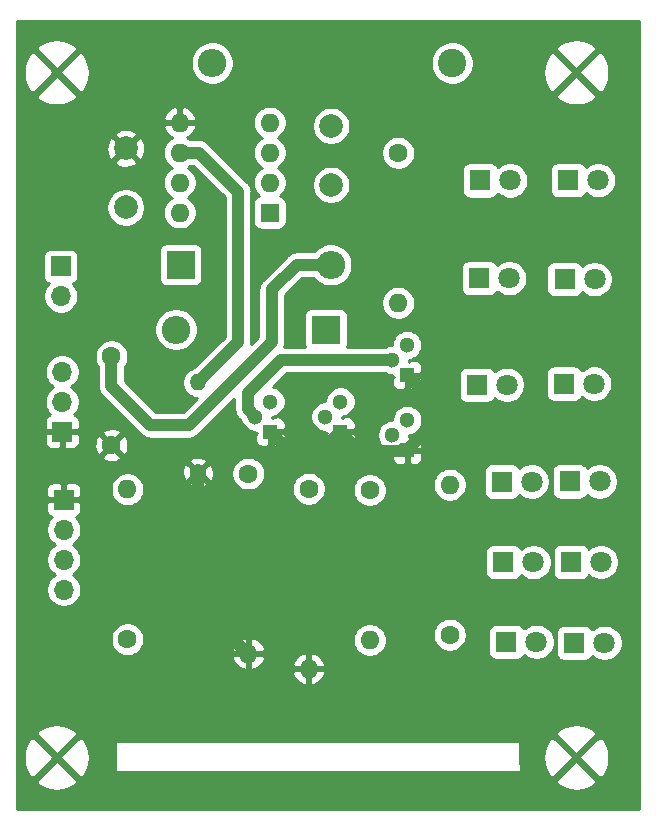
<source format=gbr>
%TF.GenerationSoftware,KiCad,Pcbnew,(5.1.10)-1*%
%TF.CreationDate,2021-11-22T13:12:16+02:00*%
%TF.ProjectId,25-station-led-alarm,32352d73-7461-4746-996f-6e2d6c65642d,rev?*%
%TF.SameCoordinates,Original*%
%TF.FileFunction,Copper,L1,Top*%
%TF.FilePolarity,Positive*%
%FSLAX46Y46*%
G04 Gerber Fmt 4.6, Leading zero omitted, Abs format (unit mm)*
G04 Created by KiCad (PCBNEW (5.1.10)-1) date 2021-11-22 13:12:16*
%MOMM*%
%LPD*%
G01*
G04 APERTURE LIST*
%TA.AperFunction,ComponentPad*%
%ADD10C,1.600000*%
%TD*%
%TA.AperFunction,ComponentPad*%
%ADD11O,1.600000X1.600000*%
%TD*%
%TA.AperFunction,ComponentPad*%
%ADD12O,1.700000X1.700000*%
%TD*%
%TA.AperFunction,ComponentPad*%
%ADD13R,1.700000X1.700000*%
%TD*%
%TA.AperFunction,ComponentPad*%
%ADD14R,2.400000X2.400000*%
%TD*%
%TA.AperFunction,ComponentPad*%
%ADD15O,2.400000X2.400000*%
%TD*%
%TA.AperFunction,ComponentPad*%
%ADD16R,1.800000X1.800000*%
%TD*%
%TA.AperFunction,ComponentPad*%
%ADD17C,1.800000*%
%TD*%
%TA.AperFunction,ComponentPad*%
%ADD18C,2.000000*%
%TD*%
%TA.AperFunction,ComponentPad*%
%ADD19C,1.400000*%
%TD*%
%TA.AperFunction,ComponentPad*%
%ADD20O,1.400000X1.400000*%
%TD*%
%TA.AperFunction,ComponentPad*%
%ADD21C,2.400000*%
%TD*%
%TA.AperFunction,ComponentPad*%
%ADD22R,1.600000X1.600000*%
%TD*%
%TA.AperFunction,ComponentPad*%
%ADD23R,1.300000X1.300000*%
%TD*%
%TA.AperFunction,ComponentPad*%
%ADD24C,1.300000*%
%TD*%
%TA.AperFunction,Conductor*%
%ADD25C,1.000000*%
%TD*%
%TA.AperFunction,Conductor*%
%ADD26C,0.254000*%
%TD*%
%TA.AperFunction,Conductor*%
%ADD27C,0.100000*%
%TD*%
G04 APERTURE END LIST*
D10*
%TO.P,R4,1*%
%TO.N,Net-(Q1-Pad2)*%
X126507240Y-135346440D03*
D11*
%TO.P,R4,2*%
%TO.N,/P1*%
X126507240Y-148046440D03*
%TD*%
D12*
%TO.P,buzzer1,2*%
%TO.N,Net-(D13-Pad2)*%
X100355400Y-118948200D03*
D13*
%TO.P,buzzer1,1*%
%TO.N,+10V*%
X100355400Y-116408200D03*
%TD*%
%TO.P,J2,1*%
%TO.N,GND*%
X100467160Y-130421380D03*
D12*
%TO.P,J2,2*%
%TO.N,Net-(J2-Pad2)*%
X100467160Y-127881380D03*
%TO.P,J2,3*%
%TO.N,+5V*%
X100467160Y-125341380D03*
%TD*%
D13*
%TO.P,J1,1*%
%TO.N,GND*%
X100606860Y-136169400D03*
D12*
%TO.P,J1,2*%
%TO.N,/P2*%
X100606860Y-138709400D03*
%TO.P,J1,3*%
%TO.N,/P1*%
X100606860Y-141249400D03*
%TO.P,J1,4*%
%TO.N,Net-(J1-Pad4)*%
X100606860Y-143789400D03*
%TD*%
D14*
%TO.P,D13,1*%
%TO.N,+10V*%
X122809000Y-121767600D03*
D15*
%TO.P,D13,2*%
%TO.N,Net-(D13-Pad2)*%
X110109000Y-121767600D03*
%TD*%
D11*
%TO.P,R5,2*%
%TO.N,/P2*%
X106000000Y-135300000D03*
D10*
%TO.P,R5,1*%
%TO.N,Net-(Q2-Pad2)*%
X106000000Y-148000000D03*
%TD*%
%TO.P,R2,1*%
%TO.N,Net-(Q1-Pad2)*%
X121335800Y-135242300D03*
D11*
%TO.P,R2,2*%
%TO.N,GND*%
X121335800Y-150482300D03*
%TD*%
%TO.P,R7,2*%
%TO.N,GND*%
X116243100Y-149199600D03*
D10*
%TO.P,R7,1*%
%TO.N,Net-(Q2-Pad2)*%
X116243100Y-133959600D03*
%TD*%
%TO.P,C3,1*%
%TO.N,GND*%
X104648000Y-131546600D03*
%TO.P,C3,2*%
%TO.N,+5V*%
X104648000Y-124046600D03*
%TD*%
D16*
%TO.P,D1,1*%
%TO.N,Net-(D1-Pad1)*%
X143441420Y-134630160D03*
D17*
%TO.P,D1,2*%
%TO.N,+5V*%
X145981420Y-134630160D03*
%TD*%
D16*
%TO.P,D2,1*%
%TO.N,Net-(D10-Pad1)*%
X137690860Y-134635240D03*
D17*
%TO.P,D2,2*%
%TO.N,Net-(D1-Pad1)*%
X140230860Y-134635240D03*
%TD*%
%TO.P,D3,2*%
%TO.N,+5V*%
X146083020Y-141450060D03*
D16*
%TO.P,D3,1*%
%TO.N,Net-(D3-Pad1)*%
X143543020Y-141450060D03*
%TD*%
%TO.P,D4,1*%
%TO.N,Net-(D10-Pad2)*%
X143845280Y-148285200D03*
D17*
%TO.P,D4,2*%
%TO.N,+5V*%
X146385280Y-148285200D03*
%TD*%
%TO.P,D5,2*%
%TO.N,+5V*%
X145854469Y-109123161D03*
D16*
%TO.P,D5,1*%
%TO.N,Net-(D5-Pad1)*%
X143314469Y-109123161D03*
%TD*%
%TO.P,D6,1*%
%TO.N,Net-(D11-Pad2)*%
X142979140Y-126344680D03*
D17*
%TO.P,D6,2*%
%TO.N,+5V*%
X145519140Y-126344680D03*
%TD*%
%TO.P,D7,2*%
%TO.N,+5V*%
X145544540Y-117502940D03*
D16*
%TO.P,D7,1*%
%TO.N,Net-(D12-Pad2)*%
X143004540Y-117502940D03*
%TD*%
%TO.P,D8,1*%
%TO.N,Net-(D11-Pad1)*%
X135867140Y-109143800D03*
D17*
%TO.P,D8,2*%
%TO.N,Net-(D5-Pad1)*%
X138407140Y-109143800D03*
%TD*%
D16*
%TO.P,D9,1*%
%TO.N,Net-(D10-Pad1)*%
X137835640Y-141465300D03*
D17*
%TO.P,D9,2*%
%TO.N,Net-(D3-Pad1)*%
X140375640Y-141465300D03*
%TD*%
%TO.P,D10,2*%
%TO.N,Net-(D10-Pad2)*%
X140632180Y-148206460D03*
D16*
%TO.P,D10,1*%
%TO.N,Net-(D10-Pad1)*%
X138092180Y-148206460D03*
%TD*%
D17*
%TO.P,D11,2*%
%TO.N,Net-(D11-Pad2)*%
X138130280Y-126436120D03*
D16*
%TO.P,D11,1*%
%TO.N,Net-(D11-Pad1)*%
X135590280Y-126436120D03*
%TD*%
%TO.P,D12,1*%
%TO.N,Net-(D11-Pad1)*%
X135788400Y-117424200D03*
D17*
%TO.P,D12,2*%
%TO.N,Net-(D12-Pad2)*%
X138328400Y-117424200D03*
%TD*%
D10*
%TO.P,R3,1*%
%TO.N,Net-(D11-Pad1)*%
X128927860Y-106801920D03*
D11*
%TO.P,R3,2*%
%TO.N,Net-(Q2-Pad3)*%
X128927860Y-119501920D03*
%TD*%
%TO.P,R6,2*%
%TO.N,Net-(Q1-Pad3)*%
X133276340Y-134901940D03*
D10*
%TO.P,R6,1*%
%TO.N,Net-(D10-Pad1)*%
X133276340Y-147601940D03*
%TD*%
D18*
%TO.P,C1,1*%
%TO.N,+10V*%
X105854500Y-111429800D03*
%TO.P,C1,2*%
%TO.N,GND*%
X105854500Y-106429800D03*
%TD*%
%TO.P,C2,2*%
%TO.N,Net-(C2-Pad2)*%
X123240800Y-104524800D03*
%TO.P,C2,1*%
%TO.N,Net-(C2-Pad1)*%
X123240800Y-109524800D03*
%TD*%
D14*
%TO.P,D14,1*%
%TO.N,+10V*%
X110515400Y-116281200D03*
D15*
%TO.P,D14,2*%
%TO.N,+5V*%
X123215400Y-116281200D03*
%TD*%
D19*
%TO.P,R1,1*%
%TO.N,GND*%
X111975900Y-133870700D03*
D20*
%TO.P,R1,2*%
%TO.N,Net-(R1-Pad2)*%
X111975900Y-126250700D03*
%TD*%
D21*
%TO.P,R8,1*%
%TO.N,+5V*%
X133502400Y-99212400D03*
D15*
%TO.P,R8,2*%
%TO.N,Net-(R8-Pad2)*%
X113182400Y-99212400D03*
%TD*%
D22*
%TO.P,U1,1*%
%TO.N,Net-(U1-Pad1)*%
X118033800Y-111861600D03*
D11*
%TO.P,U1,5*%
%TO.N,GND*%
X110413800Y-104241600D03*
%TO.P,U1,2*%
%TO.N,Net-(C2-Pad1)*%
X118033800Y-109321600D03*
%TO.P,U1,6*%
%TO.N,Net-(R1-Pad2)*%
X110413800Y-106781600D03*
%TO.P,U1,3*%
%TO.N,Net-(R8-Pad2)*%
X118033800Y-106781600D03*
%TO.P,U1,7*%
%TO.N,Net-(U1-Pad7)*%
X110413800Y-109321600D03*
%TO.P,U1,4*%
%TO.N,Net-(C2-Pad2)*%
X118033800Y-104241600D03*
%TO.P,U1,8*%
%TO.N,+10V*%
X110413800Y-111861600D03*
%TD*%
D23*
%TO.P,Q1,1*%
%TO.N,GND*%
X129692400Y-131973320D03*
D24*
%TO.P,Q1,3*%
%TO.N,Net-(Q1-Pad3)*%
X129692400Y-129433320D03*
%TO.P,Q1,2*%
%TO.N,Net-(Q1-Pad2)*%
X128422400Y-130703320D03*
%TD*%
%TO.P,Q2,2*%
%TO.N,Net-(Q2-Pad2)*%
X128402080Y-124348240D03*
%TO.P,Q2,3*%
%TO.N,Net-(Q2-Pad3)*%
X129672080Y-123078240D03*
D23*
%TO.P,Q2,1*%
%TO.N,GND*%
X129672080Y-125618240D03*
%TD*%
D24*
%TO.P,Q3,2*%
%TO.N,Net-(Q2-Pad2)*%
X116834920Y-129148840D03*
%TO.P,Q3,3*%
%TO.N,Net-(D13-Pad2)*%
X118104920Y-127878840D03*
D23*
%TO.P,Q3,1*%
%TO.N,GND*%
X118104920Y-130418840D03*
%TD*%
%TO.P,Q4,1*%
%TO.N,GND*%
X124028200Y-130403600D03*
D24*
%TO.P,Q4,3*%
%TO.N,Net-(D13-Pad2)*%
X124028200Y-127863600D03*
%TO.P,Q4,2*%
%TO.N,Net-(Q1-Pad2)*%
X122758200Y-129133600D03*
%TD*%
D25*
%TO.N,+5V*%
X104648000Y-126573280D02*
X104648000Y-124046600D01*
X107934760Y-129860040D02*
X104648000Y-126573280D01*
X118224300Y-122836940D02*
X111201200Y-129860040D01*
X111201200Y-129860040D02*
X107934760Y-129860040D01*
X118224300Y-118376700D02*
X118224300Y-122836940D01*
X120319800Y-116281200D02*
X118224300Y-118376700D01*
X123215400Y-116281200D02*
X120319800Y-116281200D01*
%TO.N,GND*%
X111975900Y-144932400D02*
X116243100Y-149199600D01*
X111975900Y-133870700D02*
X111975900Y-144932400D01*
X129612399Y-132053321D02*
X129692400Y-131973320D01*
X125677921Y-132053321D02*
X129612399Y-132053321D01*
X124028200Y-130403600D02*
X125677921Y-132053321D01*
X131886960Y-129778760D02*
X129692400Y-131973320D01*
X131886960Y-127833120D02*
X131886960Y-129778760D01*
X129672080Y-125618240D02*
X131886960Y-127833120D01*
X119603520Y-131917440D02*
X118104920Y-130418840D01*
X122514360Y-131917440D02*
X119603520Y-131917440D01*
X124028200Y-130403600D02*
X122514360Y-131917440D01*
X119739401Y-132053321D02*
X119603520Y-131917440D01*
X129150402Y-131973320D02*
X129070401Y-132053321D01*
X129692400Y-131973320D02*
X129150402Y-131973320D01*
X124028200Y-130403600D02*
X124028200Y-131607560D01*
X124028200Y-131607560D02*
X123582439Y-132053321D01*
X123582439Y-132053321D02*
X119739401Y-132053321D01*
X129070401Y-132053321D02*
X123582439Y-132053321D01*
%TO.N,Net-(Q2-Pad2)*%
X119014240Y-124348240D02*
X128402080Y-124348240D01*
X116184921Y-128498841D02*
X116184921Y-127177559D01*
X116184921Y-127177559D02*
X119014240Y-124348240D01*
X116834920Y-129148840D02*
X116184921Y-128498841D01*
%TO.N,Net-(R1-Pad2)*%
X115366800Y-110096300D02*
X115366800Y-122859800D01*
X115366800Y-122859800D02*
X111975900Y-126250700D01*
X112052100Y-106781600D02*
X115366800Y-110096300D01*
X110413800Y-106781600D02*
X112052100Y-106781600D01*
%TD*%
D26*
%TO.N,GND*%
X149340001Y-162340000D02*
X96660000Y-162340000D01*
X96660000Y-159954208D01*
X98225397Y-159954208D01*
X98459537Y-160336330D01*
X98944932Y-160591967D01*
X99470873Y-160747997D01*
X100017148Y-160798422D01*
X100562764Y-160741306D01*
X101086752Y-160578842D01*
X101540463Y-160336330D01*
X101774603Y-159954208D01*
X142225397Y-159954208D01*
X142459537Y-160336330D01*
X142944932Y-160591967D01*
X143470873Y-160747997D01*
X144017148Y-160798422D01*
X144562764Y-160741306D01*
X145086752Y-160578842D01*
X145540463Y-160336330D01*
X145774603Y-159954208D01*
X144000000Y-158179605D01*
X142225397Y-159954208D01*
X101774603Y-159954208D01*
X100000000Y-158179605D01*
X98225397Y-159954208D01*
X96660000Y-159954208D01*
X96660000Y-158017148D01*
X97201578Y-158017148D01*
X97258694Y-158562764D01*
X97421158Y-159086752D01*
X97663670Y-159540463D01*
X98045792Y-159774603D01*
X99820395Y-158000000D01*
X100179605Y-158000000D01*
X101954208Y-159774603D01*
X102336330Y-159540463D01*
X102591967Y-159055068D01*
X102747997Y-158529127D01*
X102798422Y-157982852D01*
X102741306Y-157437236D01*
X102578842Y-156913248D01*
X102501634Y-156768800D01*
X104952800Y-156768800D01*
X104952800Y-159105600D01*
X104955240Y-159130376D01*
X104962467Y-159154201D01*
X104974203Y-159176157D01*
X104989997Y-159195403D01*
X105009243Y-159211197D01*
X105031199Y-159222933D01*
X105055024Y-159230160D01*
X105079800Y-159232600D01*
X139166600Y-159232600D01*
X139195337Y-159229306D01*
X139218919Y-159221323D01*
X139240490Y-159208892D01*
X139259221Y-159192492D01*
X139274394Y-159172753D01*
X139285423Y-159150433D01*
X139291887Y-159126391D01*
X139293535Y-159101549D01*
X139258927Y-158017148D01*
X141201578Y-158017148D01*
X141258694Y-158562764D01*
X141421158Y-159086752D01*
X141663670Y-159540463D01*
X142045792Y-159774603D01*
X143820395Y-158000000D01*
X144179605Y-158000000D01*
X145954208Y-159774603D01*
X146336330Y-159540463D01*
X146591967Y-159055068D01*
X146747997Y-158529127D01*
X146798422Y-157982852D01*
X146741306Y-157437236D01*
X146578842Y-156913248D01*
X146336330Y-156459537D01*
X145954208Y-156225397D01*
X144179605Y-158000000D01*
X143820395Y-158000000D01*
X142045792Y-156225397D01*
X141663670Y-156459537D01*
X141408033Y-156944932D01*
X141252003Y-157470873D01*
X141201578Y-158017148D01*
X139258927Y-158017148D01*
X139217335Y-156713949D01*
X139214923Y-156693038D01*
X139207660Y-156669224D01*
X139195891Y-156647285D01*
X139180068Y-156628063D01*
X139160800Y-156612298D01*
X139138825Y-156600595D01*
X139114990Y-156593403D01*
X139090210Y-156591000D01*
X105079610Y-156641800D01*
X105055024Y-156644240D01*
X105031199Y-156651467D01*
X105009243Y-156663203D01*
X104989997Y-156678997D01*
X104974203Y-156698243D01*
X104962467Y-156720199D01*
X104955240Y-156744024D01*
X104952800Y-156768800D01*
X102501634Y-156768800D01*
X102336330Y-156459537D01*
X101954208Y-156225397D01*
X100179605Y-158000000D01*
X99820395Y-158000000D01*
X98045792Y-156225397D01*
X97663670Y-156459537D01*
X97408033Y-156944932D01*
X97252003Y-157470873D01*
X97201578Y-158017148D01*
X96660000Y-158017148D01*
X96660000Y-156045792D01*
X98225397Y-156045792D01*
X100000000Y-157820395D01*
X101774603Y-156045792D01*
X142225397Y-156045792D01*
X144000000Y-157820395D01*
X145774603Y-156045792D01*
X145540463Y-155663670D01*
X145055068Y-155408033D01*
X144529127Y-155252003D01*
X143982852Y-155201578D01*
X143437236Y-155258694D01*
X142913248Y-155421158D01*
X142459537Y-155663670D01*
X142225397Y-156045792D01*
X101774603Y-156045792D01*
X101540463Y-155663670D01*
X101055068Y-155408033D01*
X100529127Y-155252003D01*
X99982852Y-155201578D01*
X99437236Y-155258694D01*
X98913248Y-155421158D01*
X98459537Y-155663670D01*
X98225397Y-156045792D01*
X96660000Y-156045792D01*
X96660000Y-150831340D01*
X119943891Y-150831340D01*
X120038730Y-151096181D01*
X120183415Y-151337431D01*
X120372386Y-151545819D01*
X120598380Y-151713337D01*
X120852713Y-151833546D01*
X120986761Y-151874204D01*
X121208800Y-151752215D01*
X121208800Y-150609300D01*
X121462800Y-150609300D01*
X121462800Y-151752215D01*
X121684839Y-151874204D01*
X121818887Y-151833546D01*
X122073220Y-151713337D01*
X122299214Y-151545819D01*
X122488185Y-151337431D01*
X122632870Y-151096181D01*
X122727709Y-150831340D01*
X122606424Y-150609300D01*
X121462800Y-150609300D01*
X121208800Y-150609300D01*
X120065176Y-150609300D01*
X119943891Y-150831340D01*
X96660000Y-150831340D01*
X96660000Y-149548640D01*
X114851191Y-149548640D01*
X114946030Y-149813481D01*
X115090715Y-150054731D01*
X115279686Y-150263119D01*
X115505680Y-150430637D01*
X115760013Y-150550846D01*
X115894061Y-150591504D01*
X116116100Y-150469515D01*
X116116100Y-149326600D01*
X116370100Y-149326600D01*
X116370100Y-150469515D01*
X116592139Y-150591504D01*
X116726187Y-150550846D01*
X116980520Y-150430637D01*
X117206514Y-150263119D01*
X117324273Y-150133260D01*
X119943891Y-150133260D01*
X120065176Y-150355300D01*
X121208800Y-150355300D01*
X121208800Y-149212385D01*
X121462800Y-149212385D01*
X121462800Y-150355300D01*
X122606424Y-150355300D01*
X122727709Y-150133260D01*
X122632870Y-149868419D01*
X122488185Y-149627169D01*
X122299214Y-149418781D01*
X122073220Y-149251263D01*
X121818887Y-149131054D01*
X121684839Y-149090396D01*
X121462800Y-149212385D01*
X121208800Y-149212385D01*
X120986761Y-149090396D01*
X120852713Y-149131054D01*
X120598380Y-149251263D01*
X120372386Y-149418781D01*
X120183415Y-149627169D01*
X120038730Y-149868419D01*
X119943891Y-150133260D01*
X117324273Y-150133260D01*
X117395485Y-150054731D01*
X117540170Y-149813481D01*
X117635009Y-149548640D01*
X117513724Y-149326600D01*
X116370100Y-149326600D01*
X116116100Y-149326600D01*
X114972476Y-149326600D01*
X114851191Y-149548640D01*
X96660000Y-149548640D01*
X96660000Y-147858665D01*
X104565000Y-147858665D01*
X104565000Y-148141335D01*
X104620147Y-148418574D01*
X104728320Y-148679727D01*
X104885363Y-148914759D01*
X105085241Y-149114637D01*
X105320273Y-149271680D01*
X105581426Y-149379853D01*
X105858665Y-149435000D01*
X106141335Y-149435000D01*
X106418574Y-149379853D01*
X106679727Y-149271680D01*
X106914759Y-149114637D01*
X107114637Y-148914759D01*
X107157533Y-148850560D01*
X114851191Y-148850560D01*
X114972476Y-149072600D01*
X116116100Y-149072600D01*
X116116100Y-147929685D01*
X116370100Y-147929685D01*
X116370100Y-149072600D01*
X117513724Y-149072600D01*
X117635009Y-148850560D01*
X117540170Y-148585719D01*
X117395485Y-148344469D01*
X117206514Y-148136081D01*
X116980520Y-147968563D01*
X116846259Y-147905105D01*
X125072240Y-147905105D01*
X125072240Y-148187775D01*
X125127387Y-148465014D01*
X125235560Y-148726167D01*
X125392603Y-148961199D01*
X125592481Y-149161077D01*
X125827513Y-149318120D01*
X126088666Y-149426293D01*
X126365905Y-149481440D01*
X126648575Y-149481440D01*
X126925814Y-149426293D01*
X127186967Y-149318120D01*
X127421999Y-149161077D01*
X127621877Y-148961199D01*
X127778920Y-148726167D01*
X127887093Y-148465014D01*
X127942240Y-148187775D01*
X127942240Y-147905105D01*
X127887093Y-147627866D01*
X127817812Y-147460605D01*
X131841340Y-147460605D01*
X131841340Y-147743275D01*
X131896487Y-148020514D01*
X132004660Y-148281667D01*
X132161703Y-148516699D01*
X132361581Y-148716577D01*
X132596613Y-148873620D01*
X132857766Y-148981793D01*
X133135005Y-149036940D01*
X133417675Y-149036940D01*
X133694914Y-148981793D01*
X133956067Y-148873620D01*
X134191099Y-148716577D01*
X134390977Y-148516699D01*
X134548020Y-148281667D01*
X134656193Y-148020514D01*
X134711340Y-147743275D01*
X134711340Y-147460605D01*
X134680679Y-147306460D01*
X136554108Y-147306460D01*
X136554108Y-149106460D01*
X136566368Y-149230942D01*
X136602678Y-149350640D01*
X136661643Y-149460954D01*
X136740995Y-149557645D01*
X136837686Y-149636997D01*
X136948000Y-149695962D01*
X137067698Y-149732272D01*
X137192180Y-149744532D01*
X138992180Y-149744532D01*
X139116662Y-149732272D01*
X139236360Y-149695962D01*
X139346674Y-149636997D01*
X139443365Y-149557645D01*
X139522717Y-149460954D01*
X139581682Y-149350640D01*
X139587236Y-149332333D01*
X139653675Y-149398772D01*
X139905085Y-149566759D01*
X140184437Y-149682471D01*
X140480996Y-149741460D01*
X140783364Y-149741460D01*
X141079923Y-149682471D01*
X141359275Y-149566759D01*
X141610685Y-149398772D01*
X141824492Y-149184965D01*
X141992479Y-148933555D01*
X142108191Y-148654203D01*
X142167180Y-148357644D01*
X142167180Y-148055276D01*
X142108191Y-147758717D01*
X141992479Y-147479365D01*
X141929560Y-147385200D01*
X142307208Y-147385200D01*
X142307208Y-149185200D01*
X142319468Y-149309682D01*
X142355778Y-149429380D01*
X142414743Y-149539694D01*
X142494095Y-149636385D01*
X142590786Y-149715737D01*
X142701100Y-149774702D01*
X142820798Y-149811012D01*
X142945280Y-149823272D01*
X144745280Y-149823272D01*
X144869762Y-149811012D01*
X144989460Y-149774702D01*
X145099774Y-149715737D01*
X145196465Y-149636385D01*
X145275817Y-149539694D01*
X145334782Y-149429380D01*
X145340336Y-149411073D01*
X145406775Y-149477512D01*
X145658185Y-149645499D01*
X145937537Y-149761211D01*
X146234096Y-149820200D01*
X146536464Y-149820200D01*
X146833023Y-149761211D01*
X147112375Y-149645499D01*
X147363785Y-149477512D01*
X147577592Y-149263705D01*
X147745579Y-149012295D01*
X147861291Y-148732943D01*
X147920280Y-148436384D01*
X147920280Y-148134016D01*
X147861291Y-147837457D01*
X147745579Y-147558105D01*
X147577592Y-147306695D01*
X147363785Y-147092888D01*
X147112375Y-146924901D01*
X146833023Y-146809189D01*
X146536464Y-146750200D01*
X146234096Y-146750200D01*
X145937537Y-146809189D01*
X145658185Y-146924901D01*
X145406775Y-147092888D01*
X145340336Y-147159327D01*
X145334782Y-147141020D01*
X145275817Y-147030706D01*
X145196465Y-146934015D01*
X145099774Y-146854663D01*
X144989460Y-146795698D01*
X144869762Y-146759388D01*
X144745280Y-146747128D01*
X142945280Y-146747128D01*
X142820798Y-146759388D01*
X142701100Y-146795698D01*
X142590786Y-146854663D01*
X142494095Y-146934015D01*
X142414743Y-147030706D01*
X142355778Y-147141020D01*
X142319468Y-147260718D01*
X142307208Y-147385200D01*
X141929560Y-147385200D01*
X141824492Y-147227955D01*
X141610685Y-147014148D01*
X141359275Y-146846161D01*
X141079923Y-146730449D01*
X140783364Y-146671460D01*
X140480996Y-146671460D01*
X140184437Y-146730449D01*
X139905085Y-146846161D01*
X139653675Y-147014148D01*
X139587236Y-147080587D01*
X139581682Y-147062280D01*
X139522717Y-146951966D01*
X139443365Y-146855275D01*
X139346674Y-146775923D01*
X139236360Y-146716958D01*
X139116662Y-146680648D01*
X138992180Y-146668388D01*
X137192180Y-146668388D01*
X137067698Y-146680648D01*
X136948000Y-146716958D01*
X136837686Y-146775923D01*
X136740995Y-146855275D01*
X136661643Y-146951966D01*
X136602678Y-147062280D01*
X136566368Y-147181978D01*
X136554108Y-147306460D01*
X134680679Y-147306460D01*
X134656193Y-147183366D01*
X134548020Y-146922213D01*
X134390977Y-146687181D01*
X134191099Y-146487303D01*
X133956067Y-146330260D01*
X133694914Y-146222087D01*
X133417675Y-146166940D01*
X133135005Y-146166940D01*
X132857766Y-146222087D01*
X132596613Y-146330260D01*
X132361581Y-146487303D01*
X132161703Y-146687181D01*
X132004660Y-146922213D01*
X131896487Y-147183366D01*
X131841340Y-147460605D01*
X127817812Y-147460605D01*
X127778920Y-147366713D01*
X127621877Y-147131681D01*
X127421999Y-146931803D01*
X127186967Y-146774760D01*
X126925814Y-146666587D01*
X126648575Y-146611440D01*
X126365905Y-146611440D01*
X126088666Y-146666587D01*
X125827513Y-146774760D01*
X125592481Y-146931803D01*
X125392603Y-147131681D01*
X125235560Y-147366713D01*
X125127387Y-147627866D01*
X125072240Y-147905105D01*
X116846259Y-147905105D01*
X116726187Y-147848354D01*
X116592139Y-147807696D01*
X116370100Y-147929685D01*
X116116100Y-147929685D01*
X115894061Y-147807696D01*
X115760013Y-147848354D01*
X115505680Y-147968563D01*
X115279686Y-148136081D01*
X115090715Y-148344469D01*
X114946030Y-148585719D01*
X114851191Y-148850560D01*
X107157533Y-148850560D01*
X107271680Y-148679727D01*
X107379853Y-148418574D01*
X107435000Y-148141335D01*
X107435000Y-147858665D01*
X107379853Y-147581426D01*
X107271680Y-147320273D01*
X107114637Y-147085241D01*
X106914759Y-146885363D01*
X106679727Y-146728320D01*
X106418574Y-146620147D01*
X106141335Y-146565000D01*
X105858665Y-146565000D01*
X105581426Y-146620147D01*
X105320273Y-146728320D01*
X105085241Y-146885363D01*
X104885363Y-147085241D01*
X104728320Y-147320273D01*
X104620147Y-147581426D01*
X104565000Y-147858665D01*
X96660000Y-147858665D01*
X96660000Y-137019400D01*
X99118788Y-137019400D01*
X99131048Y-137143882D01*
X99167358Y-137263580D01*
X99226323Y-137373894D01*
X99305675Y-137470585D01*
X99402366Y-137549937D01*
X99512680Y-137608902D01*
X99585240Y-137630913D01*
X99453385Y-137762768D01*
X99290870Y-138005989D01*
X99178928Y-138276242D01*
X99121860Y-138563140D01*
X99121860Y-138855660D01*
X99178928Y-139142558D01*
X99290870Y-139412811D01*
X99453385Y-139656032D01*
X99660228Y-139862875D01*
X99834620Y-139979400D01*
X99660228Y-140095925D01*
X99453385Y-140302768D01*
X99290870Y-140545989D01*
X99178928Y-140816242D01*
X99121860Y-141103140D01*
X99121860Y-141395660D01*
X99178928Y-141682558D01*
X99290870Y-141952811D01*
X99453385Y-142196032D01*
X99660228Y-142402875D01*
X99834620Y-142519400D01*
X99660228Y-142635925D01*
X99453385Y-142842768D01*
X99290870Y-143085989D01*
X99178928Y-143356242D01*
X99121860Y-143643140D01*
X99121860Y-143935660D01*
X99178928Y-144222558D01*
X99290870Y-144492811D01*
X99453385Y-144736032D01*
X99660228Y-144942875D01*
X99903449Y-145105390D01*
X100173702Y-145217332D01*
X100460600Y-145274400D01*
X100753120Y-145274400D01*
X101040018Y-145217332D01*
X101310271Y-145105390D01*
X101553492Y-144942875D01*
X101760335Y-144736032D01*
X101922850Y-144492811D01*
X102034792Y-144222558D01*
X102091860Y-143935660D01*
X102091860Y-143643140D01*
X102034792Y-143356242D01*
X101922850Y-143085989D01*
X101760335Y-142842768D01*
X101553492Y-142635925D01*
X101379100Y-142519400D01*
X101553492Y-142402875D01*
X101760335Y-142196032D01*
X101922850Y-141952811D01*
X102034792Y-141682558D01*
X102091860Y-141395660D01*
X102091860Y-141103140D01*
X102034792Y-140816242D01*
X101930849Y-140565300D01*
X136297568Y-140565300D01*
X136297568Y-142365300D01*
X136309828Y-142489782D01*
X136346138Y-142609480D01*
X136405103Y-142719794D01*
X136484455Y-142816485D01*
X136581146Y-142895837D01*
X136691460Y-142954802D01*
X136811158Y-142991112D01*
X136935640Y-143003372D01*
X138735640Y-143003372D01*
X138860122Y-142991112D01*
X138979820Y-142954802D01*
X139090134Y-142895837D01*
X139186825Y-142816485D01*
X139266177Y-142719794D01*
X139325142Y-142609480D01*
X139330696Y-142591173D01*
X139397135Y-142657612D01*
X139648545Y-142825599D01*
X139927897Y-142941311D01*
X140224456Y-143000300D01*
X140526824Y-143000300D01*
X140823383Y-142941311D01*
X141102735Y-142825599D01*
X141354145Y-142657612D01*
X141567952Y-142443805D01*
X141735939Y-142192395D01*
X141851651Y-141913043D01*
X141910640Y-141616484D01*
X141910640Y-141314116D01*
X141851651Y-141017557D01*
X141735939Y-140738205D01*
X141610225Y-140550060D01*
X142004948Y-140550060D01*
X142004948Y-142350060D01*
X142017208Y-142474542D01*
X142053518Y-142594240D01*
X142112483Y-142704554D01*
X142191835Y-142801245D01*
X142288526Y-142880597D01*
X142398840Y-142939562D01*
X142518538Y-142975872D01*
X142643020Y-142988132D01*
X144443020Y-142988132D01*
X144567502Y-142975872D01*
X144687200Y-142939562D01*
X144797514Y-142880597D01*
X144894205Y-142801245D01*
X144973557Y-142704554D01*
X145032522Y-142594240D01*
X145038076Y-142575933D01*
X145104515Y-142642372D01*
X145355925Y-142810359D01*
X145635277Y-142926071D01*
X145931836Y-142985060D01*
X146234204Y-142985060D01*
X146530763Y-142926071D01*
X146810115Y-142810359D01*
X147061525Y-142642372D01*
X147275332Y-142428565D01*
X147443319Y-142177155D01*
X147559031Y-141897803D01*
X147618020Y-141601244D01*
X147618020Y-141298876D01*
X147559031Y-141002317D01*
X147443319Y-140722965D01*
X147275332Y-140471555D01*
X147061525Y-140257748D01*
X146810115Y-140089761D01*
X146530763Y-139974049D01*
X146234204Y-139915060D01*
X145931836Y-139915060D01*
X145635277Y-139974049D01*
X145355925Y-140089761D01*
X145104515Y-140257748D01*
X145038076Y-140324187D01*
X145032522Y-140305880D01*
X144973557Y-140195566D01*
X144894205Y-140098875D01*
X144797514Y-140019523D01*
X144687200Y-139960558D01*
X144567502Y-139924248D01*
X144443020Y-139911988D01*
X142643020Y-139911988D01*
X142518538Y-139924248D01*
X142398840Y-139960558D01*
X142288526Y-140019523D01*
X142191835Y-140098875D01*
X142112483Y-140195566D01*
X142053518Y-140305880D01*
X142017208Y-140425578D01*
X142004948Y-140550060D01*
X141610225Y-140550060D01*
X141567952Y-140486795D01*
X141354145Y-140272988D01*
X141102735Y-140105001D01*
X140823383Y-139989289D01*
X140526824Y-139930300D01*
X140224456Y-139930300D01*
X139927897Y-139989289D01*
X139648545Y-140105001D01*
X139397135Y-140272988D01*
X139330696Y-140339427D01*
X139325142Y-140321120D01*
X139266177Y-140210806D01*
X139186825Y-140114115D01*
X139090134Y-140034763D01*
X138979820Y-139975798D01*
X138860122Y-139939488D01*
X138735640Y-139927228D01*
X136935640Y-139927228D01*
X136811158Y-139939488D01*
X136691460Y-139975798D01*
X136581146Y-140034763D01*
X136484455Y-140114115D01*
X136405103Y-140210806D01*
X136346138Y-140321120D01*
X136309828Y-140440818D01*
X136297568Y-140565300D01*
X101930849Y-140565300D01*
X101922850Y-140545989D01*
X101760335Y-140302768D01*
X101553492Y-140095925D01*
X101379100Y-139979400D01*
X101553492Y-139862875D01*
X101760335Y-139656032D01*
X101922850Y-139412811D01*
X102034792Y-139142558D01*
X102091860Y-138855660D01*
X102091860Y-138563140D01*
X102034792Y-138276242D01*
X101922850Y-138005989D01*
X101760335Y-137762768D01*
X101628480Y-137630913D01*
X101701040Y-137608902D01*
X101811354Y-137549937D01*
X101908045Y-137470585D01*
X101987397Y-137373894D01*
X102046362Y-137263580D01*
X102082672Y-137143882D01*
X102094932Y-137019400D01*
X102091860Y-136455150D01*
X101933110Y-136296400D01*
X100733860Y-136296400D01*
X100733860Y-136316400D01*
X100479860Y-136316400D01*
X100479860Y-136296400D01*
X99280610Y-136296400D01*
X99121860Y-136455150D01*
X99118788Y-137019400D01*
X96660000Y-137019400D01*
X96660000Y-135319400D01*
X99118788Y-135319400D01*
X99121860Y-135883650D01*
X99280610Y-136042400D01*
X100479860Y-136042400D01*
X100479860Y-134843150D01*
X100733860Y-134843150D01*
X100733860Y-136042400D01*
X101933110Y-136042400D01*
X102091860Y-135883650D01*
X102094932Y-135319400D01*
X102082672Y-135194918D01*
X102071675Y-135158665D01*
X104565000Y-135158665D01*
X104565000Y-135441335D01*
X104620147Y-135718574D01*
X104728320Y-135979727D01*
X104885363Y-136214759D01*
X105085241Y-136414637D01*
X105320273Y-136571680D01*
X105581426Y-136679853D01*
X105858665Y-136735000D01*
X106141335Y-136735000D01*
X106418574Y-136679853D01*
X106679727Y-136571680D01*
X106914759Y-136414637D01*
X107114637Y-136214759D01*
X107271680Y-135979727D01*
X107379853Y-135718574D01*
X107435000Y-135441335D01*
X107435000Y-135158665D01*
X107379853Y-134881426D01*
X107342799Y-134791969D01*
X111234236Y-134791969D01*
X111293697Y-135025737D01*
X111532142Y-135136634D01*
X111787640Y-135198883D01*
X112050373Y-135210090D01*
X112310244Y-135169825D01*
X112557266Y-135079635D01*
X112658103Y-135025737D01*
X112717564Y-134791969D01*
X111975900Y-134050305D01*
X111234236Y-134791969D01*
X107342799Y-134791969D01*
X107271680Y-134620273D01*
X107114637Y-134385241D01*
X106914759Y-134185363D01*
X106679727Y-134028320D01*
X106478993Y-133945173D01*
X110636510Y-133945173D01*
X110676775Y-134205044D01*
X110766965Y-134452066D01*
X110820863Y-134552903D01*
X111054631Y-134612364D01*
X111796295Y-133870700D01*
X112155505Y-133870700D01*
X112897169Y-134612364D01*
X113130937Y-134552903D01*
X113241834Y-134314458D01*
X113304083Y-134058960D01*
X113314349Y-133818265D01*
X114808100Y-133818265D01*
X114808100Y-134100935D01*
X114863247Y-134378174D01*
X114971420Y-134639327D01*
X115128463Y-134874359D01*
X115328341Y-135074237D01*
X115563373Y-135231280D01*
X115824526Y-135339453D01*
X116101765Y-135394600D01*
X116384435Y-135394600D01*
X116661674Y-135339453D01*
X116922827Y-135231280D01*
X117117857Y-135100965D01*
X119900800Y-135100965D01*
X119900800Y-135383635D01*
X119955947Y-135660874D01*
X120064120Y-135922027D01*
X120221163Y-136157059D01*
X120421041Y-136356937D01*
X120656073Y-136513980D01*
X120917226Y-136622153D01*
X121194465Y-136677300D01*
X121477135Y-136677300D01*
X121754374Y-136622153D01*
X122015527Y-136513980D01*
X122250559Y-136356937D01*
X122450437Y-136157059D01*
X122607480Y-135922027D01*
X122715653Y-135660874D01*
X122770800Y-135383635D01*
X122770800Y-135205105D01*
X125072240Y-135205105D01*
X125072240Y-135487775D01*
X125127387Y-135765014D01*
X125235560Y-136026167D01*
X125392603Y-136261199D01*
X125592481Y-136461077D01*
X125827513Y-136618120D01*
X126088666Y-136726293D01*
X126365905Y-136781440D01*
X126648575Y-136781440D01*
X126925814Y-136726293D01*
X127186967Y-136618120D01*
X127421999Y-136461077D01*
X127621877Y-136261199D01*
X127778920Y-136026167D01*
X127887093Y-135765014D01*
X127942240Y-135487775D01*
X127942240Y-135205105D01*
X127887093Y-134927866D01*
X127817812Y-134760605D01*
X131841340Y-134760605D01*
X131841340Y-135043275D01*
X131896487Y-135320514D01*
X132004660Y-135581667D01*
X132161703Y-135816699D01*
X132361581Y-136016577D01*
X132596613Y-136173620D01*
X132857766Y-136281793D01*
X133135005Y-136336940D01*
X133417675Y-136336940D01*
X133694914Y-136281793D01*
X133956067Y-136173620D01*
X134191099Y-136016577D01*
X134390977Y-135816699D01*
X134548020Y-135581667D01*
X134656193Y-135320514D01*
X134711340Y-135043275D01*
X134711340Y-134760605D01*
X134656193Y-134483366D01*
X134548020Y-134222213D01*
X134390977Y-133987181D01*
X134191099Y-133787303D01*
X134113182Y-133735240D01*
X136152788Y-133735240D01*
X136152788Y-135535240D01*
X136165048Y-135659722D01*
X136201358Y-135779420D01*
X136260323Y-135889734D01*
X136339675Y-135986425D01*
X136436366Y-136065777D01*
X136546680Y-136124742D01*
X136666378Y-136161052D01*
X136790860Y-136173312D01*
X138590860Y-136173312D01*
X138715342Y-136161052D01*
X138835040Y-136124742D01*
X138945354Y-136065777D01*
X139042045Y-135986425D01*
X139121397Y-135889734D01*
X139180362Y-135779420D01*
X139185916Y-135761113D01*
X139252355Y-135827552D01*
X139503765Y-135995539D01*
X139783117Y-136111251D01*
X140079676Y-136170240D01*
X140382044Y-136170240D01*
X140678603Y-136111251D01*
X140957955Y-135995539D01*
X141209365Y-135827552D01*
X141423172Y-135613745D01*
X141591159Y-135362335D01*
X141706871Y-135082983D01*
X141765860Y-134786424D01*
X141765860Y-134484056D01*
X141706871Y-134187497D01*
X141591159Y-133908145D01*
X141472234Y-133730160D01*
X141903348Y-133730160D01*
X141903348Y-135530160D01*
X141915608Y-135654642D01*
X141951918Y-135774340D01*
X142010883Y-135884654D01*
X142090235Y-135981345D01*
X142186926Y-136060697D01*
X142297240Y-136119662D01*
X142416938Y-136155972D01*
X142541420Y-136168232D01*
X144341420Y-136168232D01*
X144465902Y-136155972D01*
X144585600Y-136119662D01*
X144695914Y-136060697D01*
X144792605Y-135981345D01*
X144871957Y-135884654D01*
X144930922Y-135774340D01*
X144936476Y-135756033D01*
X145002915Y-135822472D01*
X145254325Y-135990459D01*
X145533677Y-136106171D01*
X145830236Y-136165160D01*
X146132604Y-136165160D01*
X146429163Y-136106171D01*
X146708515Y-135990459D01*
X146959925Y-135822472D01*
X147173732Y-135608665D01*
X147341719Y-135357255D01*
X147457431Y-135077903D01*
X147516420Y-134781344D01*
X147516420Y-134478976D01*
X147457431Y-134182417D01*
X147341719Y-133903065D01*
X147173732Y-133651655D01*
X146959925Y-133437848D01*
X146708515Y-133269861D01*
X146429163Y-133154149D01*
X146132604Y-133095160D01*
X145830236Y-133095160D01*
X145533677Y-133154149D01*
X145254325Y-133269861D01*
X145002915Y-133437848D01*
X144936476Y-133504287D01*
X144930922Y-133485980D01*
X144871957Y-133375666D01*
X144792605Y-133278975D01*
X144695914Y-133199623D01*
X144585600Y-133140658D01*
X144465902Y-133104348D01*
X144341420Y-133092088D01*
X142541420Y-133092088D01*
X142416938Y-133104348D01*
X142297240Y-133140658D01*
X142186926Y-133199623D01*
X142090235Y-133278975D01*
X142010883Y-133375666D01*
X141951918Y-133485980D01*
X141915608Y-133605678D01*
X141903348Y-133730160D01*
X141472234Y-133730160D01*
X141423172Y-133656735D01*
X141209365Y-133442928D01*
X140957955Y-133274941D01*
X140678603Y-133159229D01*
X140382044Y-133100240D01*
X140079676Y-133100240D01*
X139783117Y-133159229D01*
X139503765Y-133274941D01*
X139252355Y-133442928D01*
X139185916Y-133509367D01*
X139180362Y-133491060D01*
X139121397Y-133380746D01*
X139042045Y-133284055D01*
X138945354Y-133204703D01*
X138835040Y-133145738D01*
X138715342Y-133109428D01*
X138590860Y-133097168D01*
X136790860Y-133097168D01*
X136666378Y-133109428D01*
X136546680Y-133145738D01*
X136436366Y-133204703D01*
X136339675Y-133284055D01*
X136260323Y-133380746D01*
X136201358Y-133491060D01*
X136165048Y-133610758D01*
X136152788Y-133735240D01*
X134113182Y-133735240D01*
X133956067Y-133630260D01*
X133694914Y-133522087D01*
X133417675Y-133466940D01*
X133135005Y-133466940D01*
X132857766Y-133522087D01*
X132596613Y-133630260D01*
X132361581Y-133787303D01*
X132161703Y-133987181D01*
X132004660Y-134222213D01*
X131896487Y-134483366D01*
X131841340Y-134760605D01*
X127817812Y-134760605D01*
X127778920Y-134666713D01*
X127621877Y-134431681D01*
X127421999Y-134231803D01*
X127186967Y-134074760D01*
X126925814Y-133966587D01*
X126648575Y-133911440D01*
X126365905Y-133911440D01*
X126088666Y-133966587D01*
X125827513Y-134074760D01*
X125592481Y-134231803D01*
X125392603Y-134431681D01*
X125235560Y-134666713D01*
X125127387Y-134927866D01*
X125072240Y-135205105D01*
X122770800Y-135205105D01*
X122770800Y-135100965D01*
X122715653Y-134823726D01*
X122607480Y-134562573D01*
X122450437Y-134327541D01*
X122250559Y-134127663D01*
X122015527Y-133970620D01*
X121754374Y-133862447D01*
X121477135Y-133807300D01*
X121194465Y-133807300D01*
X120917226Y-133862447D01*
X120656073Y-133970620D01*
X120421041Y-134127663D01*
X120221163Y-134327541D01*
X120064120Y-134562573D01*
X119955947Y-134823726D01*
X119900800Y-135100965D01*
X117117857Y-135100965D01*
X117157859Y-135074237D01*
X117357737Y-134874359D01*
X117514780Y-134639327D01*
X117622953Y-134378174D01*
X117678100Y-134100935D01*
X117678100Y-133818265D01*
X117622953Y-133541026D01*
X117514780Y-133279873D01*
X117357737Y-133044841D01*
X117157859Y-132844963D01*
X116922827Y-132687920D01*
X116661674Y-132579747D01*
X116384435Y-132524600D01*
X116101765Y-132524600D01*
X115824526Y-132579747D01*
X115563373Y-132687920D01*
X115328341Y-132844963D01*
X115128463Y-133044841D01*
X114971420Y-133279873D01*
X114863247Y-133541026D01*
X114808100Y-133818265D01*
X113314349Y-133818265D01*
X113315290Y-133796227D01*
X113275025Y-133536356D01*
X113184835Y-133289334D01*
X113130937Y-133188497D01*
X112897169Y-133129036D01*
X112155505Y-133870700D01*
X111796295Y-133870700D01*
X111054631Y-133129036D01*
X110820863Y-133188497D01*
X110709966Y-133426942D01*
X110647717Y-133682440D01*
X110636510Y-133945173D01*
X106478993Y-133945173D01*
X106418574Y-133920147D01*
X106141335Y-133865000D01*
X105858665Y-133865000D01*
X105581426Y-133920147D01*
X105320273Y-134028320D01*
X105085241Y-134185363D01*
X104885363Y-134385241D01*
X104728320Y-134620273D01*
X104620147Y-134881426D01*
X104565000Y-135158665D01*
X102071675Y-135158665D01*
X102046362Y-135075220D01*
X101987397Y-134964906D01*
X101908045Y-134868215D01*
X101811354Y-134788863D01*
X101701040Y-134729898D01*
X101581342Y-134693588D01*
X101456860Y-134681328D01*
X100892610Y-134684400D01*
X100733860Y-134843150D01*
X100479860Y-134843150D01*
X100321110Y-134684400D01*
X99756860Y-134681328D01*
X99632378Y-134693588D01*
X99512680Y-134729898D01*
X99402366Y-134788863D01*
X99305675Y-134868215D01*
X99226323Y-134964906D01*
X99167358Y-135075220D01*
X99131048Y-135194918D01*
X99118788Y-135319400D01*
X96660000Y-135319400D01*
X96660000Y-132539302D01*
X103834903Y-132539302D01*
X103906486Y-132783271D01*
X104161996Y-132904171D01*
X104436184Y-132972900D01*
X104718512Y-132986817D01*
X104970836Y-132949431D01*
X111234236Y-132949431D01*
X111975900Y-133691095D01*
X112717564Y-132949431D01*
X112658103Y-132715663D01*
X112419658Y-132604766D01*
X112164160Y-132542517D01*
X111901427Y-132531310D01*
X111641556Y-132571575D01*
X111394534Y-132661765D01*
X111293697Y-132715663D01*
X111234236Y-132949431D01*
X104970836Y-132949431D01*
X104998130Y-132945387D01*
X105264292Y-132850203D01*
X105389514Y-132783271D01*
X105461097Y-132539302D01*
X104648000Y-131726205D01*
X103834903Y-132539302D01*
X96660000Y-132539302D01*
X96660000Y-131271380D01*
X98979088Y-131271380D01*
X98991348Y-131395862D01*
X99027658Y-131515560D01*
X99086623Y-131625874D01*
X99165975Y-131722565D01*
X99262666Y-131801917D01*
X99372980Y-131860882D01*
X99492678Y-131897192D01*
X99617160Y-131909452D01*
X100181410Y-131906380D01*
X100340160Y-131747630D01*
X100340160Y-130548380D01*
X100594160Y-130548380D01*
X100594160Y-131747630D01*
X100752910Y-131906380D01*
X101317160Y-131909452D01*
X101441642Y-131897192D01*
X101561340Y-131860882D01*
X101671654Y-131801917D01*
X101768345Y-131722565D01*
X101847697Y-131625874D01*
X101852380Y-131617112D01*
X103207783Y-131617112D01*
X103249213Y-131896730D01*
X103344397Y-132162892D01*
X103411329Y-132288114D01*
X103655298Y-132359697D01*
X104468395Y-131546600D01*
X104827605Y-131546600D01*
X105640702Y-132359697D01*
X105884671Y-132288114D01*
X106005571Y-132032604D01*
X106074300Y-131758416D01*
X106088217Y-131476088D01*
X106046787Y-131196470D01*
X105951603Y-130930308D01*
X105884671Y-130805086D01*
X105640702Y-130733503D01*
X104827605Y-131546600D01*
X104468395Y-131546600D01*
X103655298Y-130733503D01*
X103411329Y-130805086D01*
X103290429Y-131060596D01*
X103221700Y-131334784D01*
X103207783Y-131617112D01*
X101852380Y-131617112D01*
X101906662Y-131515560D01*
X101942972Y-131395862D01*
X101955232Y-131271380D01*
X101952160Y-130707130D01*
X101798928Y-130553898D01*
X103834903Y-130553898D01*
X104648000Y-131366995D01*
X105461097Y-130553898D01*
X105389514Y-130309929D01*
X105134004Y-130189029D01*
X104859816Y-130120300D01*
X104577488Y-130106383D01*
X104297870Y-130147813D01*
X104031708Y-130242997D01*
X103906486Y-130309929D01*
X103834903Y-130553898D01*
X101798928Y-130553898D01*
X101793410Y-130548380D01*
X100594160Y-130548380D01*
X100340160Y-130548380D01*
X99140910Y-130548380D01*
X98982160Y-130707130D01*
X98979088Y-131271380D01*
X96660000Y-131271380D01*
X96660000Y-129571380D01*
X98979088Y-129571380D01*
X98982160Y-130135630D01*
X99140910Y-130294380D01*
X100340160Y-130294380D01*
X100340160Y-130274380D01*
X100594160Y-130274380D01*
X100594160Y-130294380D01*
X101793410Y-130294380D01*
X101952160Y-130135630D01*
X101955232Y-129571380D01*
X101942972Y-129446898D01*
X101906662Y-129327200D01*
X101847697Y-129216886D01*
X101768345Y-129120195D01*
X101671654Y-129040843D01*
X101561340Y-128981878D01*
X101488780Y-128959867D01*
X101620635Y-128828012D01*
X101783150Y-128584791D01*
X101895092Y-128314538D01*
X101952160Y-128027640D01*
X101952160Y-127735120D01*
X101895092Y-127448222D01*
X101783150Y-127177969D01*
X101620635Y-126934748D01*
X101413792Y-126727905D01*
X101239400Y-126611380D01*
X101413792Y-126494855D01*
X101620635Y-126288012D01*
X101783150Y-126044791D01*
X101895092Y-125774538D01*
X101952160Y-125487640D01*
X101952160Y-125195120D01*
X101895092Y-124908222D01*
X101783150Y-124637969D01*
X101620635Y-124394748D01*
X101413792Y-124187905D01*
X101170571Y-124025390D01*
X100900318Y-123913448D01*
X100859180Y-123905265D01*
X103213000Y-123905265D01*
X103213000Y-124187935D01*
X103268147Y-124465174D01*
X103376320Y-124726327D01*
X103513001Y-124930885D01*
X103513000Y-126517528D01*
X103507509Y-126573280D01*
X103513000Y-126629031D01*
X103529423Y-126795778D01*
X103594324Y-127009726D01*
X103699716Y-127206903D01*
X103841551Y-127379729D01*
X103884865Y-127415276D01*
X107092773Y-130623186D01*
X107128311Y-130666489D01*
X107171614Y-130702027D01*
X107171616Y-130702029D01*
X107301137Y-130808324D01*
X107498313Y-130913716D01*
X107712261Y-130978617D01*
X107934760Y-131000531D01*
X107990512Y-130995040D01*
X111145449Y-130995040D01*
X111201200Y-131000531D01*
X111256951Y-130995040D01*
X111256952Y-130995040D01*
X111423699Y-130978617D01*
X111637647Y-130913716D01*
X111834823Y-130808324D01*
X112007649Y-130666489D01*
X112043196Y-130623175D01*
X115049921Y-127616450D01*
X115049921Y-128443090D01*
X115044430Y-128498841D01*
X115049921Y-128554592D01*
X115066344Y-128721339D01*
X115131245Y-128935287D01*
X115236637Y-129132464D01*
X115378472Y-129305290D01*
X115421786Y-129340837D01*
X115597983Y-129517034D01*
X115599301Y-129523661D01*
X115696167Y-129757516D01*
X115836795Y-129967980D01*
X116015780Y-130146965D01*
X116226244Y-130287593D01*
X116460099Y-130384459D01*
X116708359Y-130433840D01*
X116819920Y-130433840D01*
X116819920Y-130545842D01*
X116978668Y-130545842D01*
X116819920Y-130704590D01*
X116816848Y-131068840D01*
X116829108Y-131193322D01*
X116865418Y-131313020D01*
X116924383Y-131423334D01*
X117003735Y-131520025D01*
X117100426Y-131599377D01*
X117210740Y-131658342D01*
X117330438Y-131694652D01*
X117454920Y-131706912D01*
X117819170Y-131703840D01*
X117977920Y-131545090D01*
X117977920Y-130545840D01*
X118231920Y-130545840D01*
X118231920Y-131545090D01*
X118390670Y-131703840D01*
X118754920Y-131706912D01*
X118879402Y-131694652D01*
X118999100Y-131658342D01*
X119109414Y-131599377D01*
X119206105Y-131520025D01*
X119285457Y-131423334D01*
X119344422Y-131313020D01*
X119380732Y-131193322D01*
X119392992Y-131068840D01*
X119389920Y-130704590D01*
X119231170Y-130545840D01*
X118231920Y-130545840D01*
X117977920Y-130545840D01*
X117957920Y-130545840D01*
X117957920Y-130291840D01*
X117977920Y-130291840D01*
X117977920Y-130271840D01*
X118231920Y-130271840D01*
X118231920Y-130291840D01*
X119231170Y-130291840D01*
X119389920Y-130133090D01*
X119392992Y-129768840D01*
X119380732Y-129644358D01*
X119344422Y-129524660D01*
X119285457Y-129414346D01*
X119206105Y-129317655D01*
X119109414Y-129238303D01*
X118999100Y-129179338D01*
X118879402Y-129143028D01*
X118754920Y-129130768D01*
X118390670Y-129133840D01*
X118231922Y-129292588D01*
X118231922Y-129163752D01*
X118479741Y-129114459D01*
X118713596Y-129017593D01*
X118729391Y-129007039D01*
X121473200Y-129007039D01*
X121473200Y-129260161D01*
X121522581Y-129508421D01*
X121619447Y-129742276D01*
X121760075Y-129952740D01*
X121939060Y-130131725D01*
X122149524Y-130272353D01*
X122383379Y-130369219D01*
X122631639Y-130418600D01*
X122743200Y-130418600D01*
X122743200Y-130530602D01*
X122901948Y-130530602D01*
X122743200Y-130689350D01*
X122740128Y-131053600D01*
X122752388Y-131178082D01*
X122788698Y-131297780D01*
X122847663Y-131408094D01*
X122927015Y-131504785D01*
X123023706Y-131584137D01*
X123134020Y-131643102D01*
X123253718Y-131679412D01*
X123378200Y-131691672D01*
X123742450Y-131688600D01*
X123901200Y-131529850D01*
X123901200Y-130530600D01*
X124155200Y-130530600D01*
X124155200Y-131529850D01*
X124313950Y-131688600D01*
X124678200Y-131691672D01*
X124802682Y-131679412D01*
X124922380Y-131643102D01*
X125032694Y-131584137D01*
X125129385Y-131504785D01*
X125208737Y-131408094D01*
X125267702Y-131297780D01*
X125304012Y-131178082D01*
X125316272Y-131053600D01*
X125313200Y-130689350D01*
X125200609Y-130576759D01*
X127137400Y-130576759D01*
X127137400Y-130829881D01*
X127186781Y-131078141D01*
X127283647Y-131311996D01*
X127424275Y-131522460D01*
X127603260Y-131701445D01*
X127813724Y-131842073D01*
X128047579Y-131938939D01*
X128295839Y-131988320D01*
X128407400Y-131988320D01*
X128407400Y-132100322D01*
X128566148Y-132100322D01*
X128407400Y-132259070D01*
X128404328Y-132623320D01*
X128416588Y-132747802D01*
X128452898Y-132867500D01*
X128511863Y-132977814D01*
X128591215Y-133074505D01*
X128687906Y-133153857D01*
X128798220Y-133212822D01*
X128917918Y-133249132D01*
X129042400Y-133261392D01*
X129406650Y-133258320D01*
X129565400Y-133099570D01*
X129565400Y-132100320D01*
X129819400Y-132100320D01*
X129819400Y-133099570D01*
X129978150Y-133258320D01*
X130342400Y-133261392D01*
X130466882Y-133249132D01*
X130586580Y-133212822D01*
X130696894Y-133153857D01*
X130793585Y-133074505D01*
X130872937Y-132977814D01*
X130931902Y-132867500D01*
X130968212Y-132747802D01*
X130980472Y-132623320D01*
X130977400Y-132259070D01*
X130818650Y-132100320D01*
X129819400Y-132100320D01*
X129565400Y-132100320D01*
X129545400Y-132100320D01*
X129545400Y-131846320D01*
X129565400Y-131846320D01*
X129565400Y-131826320D01*
X129819400Y-131826320D01*
X129819400Y-131846320D01*
X130818650Y-131846320D01*
X130977400Y-131687570D01*
X130980472Y-131323320D01*
X130968212Y-131198838D01*
X130931902Y-131079140D01*
X130872937Y-130968826D01*
X130793585Y-130872135D01*
X130696894Y-130792783D01*
X130586580Y-130733818D01*
X130466882Y-130697508D01*
X130342400Y-130685248D01*
X129978150Y-130688320D01*
X129819402Y-130847068D01*
X129819402Y-130718232D01*
X130067221Y-130668939D01*
X130301076Y-130572073D01*
X130511540Y-130431445D01*
X130690525Y-130252460D01*
X130831153Y-130041996D01*
X130928019Y-129808141D01*
X130977400Y-129559881D01*
X130977400Y-129306759D01*
X130928019Y-129058499D01*
X130831153Y-128824644D01*
X130690525Y-128614180D01*
X130511540Y-128435195D01*
X130301076Y-128294567D01*
X130067221Y-128197701D01*
X129818961Y-128148320D01*
X129565839Y-128148320D01*
X129317579Y-128197701D01*
X129083724Y-128294567D01*
X128873260Y-128435195D01*
X128694275Y-128614180D01*
X128553647Y-128824644D01*
X128456781Y-129058499D01*
X128407400Y-129306759D01*
X128407400Y-129418320D01*
X128295839Y-129418320D01*
X128047579Y-129467701D01*
X127813724Y-129564567D01*
X127603260Y-129705195D01*
X127424275Y-129884180D01*
X127283647Y-130094644D01*
X127186781Y-130328499D01*
X127137400Y-130576759D01*
X125200609Y-130576759D01*
X125154450Y-130530600D01*
X124155200Y-130530600D01*
X123901200Y-130530600D01*
X123881200Y-130530600D01*
X123881200Y-130276600D01*
X123901200Y-130276600D01*
X123901200Y-130256600D01*
X124155200Y-130256600D01*
X124155200Y-130276600D01*
X125154450Y-130276600D01*
X125313200Y-130117850D01*
X125316272Y-129753600D01*
X125304012Y-129629118D01*
X125267702Y-129509420D01*
X125208737Y-129399106D01*
X125129385Y-129302415D01*
X125032694Y-129223063D01*
X124922380Y-129164098D01*
X124802682Y-129127788D01*
X124678200Y-129115528D01*
X124313950Y-129118600D01*
X124155202Y-129277348D01*
X124155202Y-129148512D01*
X124403021Y-129099219D01*
X124636876Y-129002353D01*
X124847340Y-128861725D01*
X125026325Y-128682740D01*
X125166953Y-128472276D01*
X125263819Y-128238421D01*
X125313200Y-127990161D01*
X125313200Y-127737039D01*
X125263819Y-127488779D01*
X125166953Y-127254924D01*
X125026325Y-127044460D01*
X124847340Y-126865475D01*
X124636876Y-126724847D01*
X124403021Y-126627981D01*
X124154761Y-126578600D01*
X123901639Y-126578600D01*
X123653379Y-126627981D01*
X123419524Y-126724847D01*
X123209060Y-126865475D01*
X123030075Y-127044460D01*
X122889447Y-127254924D01*
X122792581Y-127488779D01*
X122743200Y-127737039D01*
X122743200Y-127848600D01*
X122631639Y-127848600D01*
X122383379Y-127897981D01*
X122149524Y-127994847D01*
X121939060Y-128135475D01*
X121760075Y-128314460D01*
X121619447Y-128524924D01*
X121522581Y-128758779D01*
X121473200Y-129007039D01*
X118729391Y-129007039D01*
X118924060Y-128876965D01*
X119103045Y-128697980D01*
X119243673Y-128487516D01*
X119340539Y-128253661D01*
X119389920Y-128005401D01*
X119389920Y-127752279D01*
X119340539Y-127504019D01*
X119243673Y-127270164D01*
X119103045Y-127059700D01*
X118924060Y-126880715D01*
X118713596Y-126740087D01*
X118479741Y-126643221D01*
X118350164Y-126617447D01*
X119484372Y-125483240D01*
X127787787Y-125483240D01*
X127793404Y-125486993D01*
X128027259Y-125583859D01*
X128275519Y-125633240D01*
X128387080Y-125633240D01*
X128387080Y-125745242D01*
X128545828Y-125745242D01*
X128387080Y-125903990D01*
X128384008Y-126268240D01*
X128396268Y-126392722D01*
X128432578Y-126512420D01*
X128491543Y-126622734D01*
X128570895Y-126719425D01*
X128667586Y-126798777D01*
X128777900Y-126857742D01*
X128897598Y-126894052D01*
X129022080Y-126906312D01*
X129386330Y-126903240D01*
X129545080Y-126744490D01*
X129545080Y-125745240D01*
X129799080Y-125745240D01*
X129799080Y-126744490D01*
X129957830Y-126903240D01*
X130322080Y-126906312D01*
X130446562Y-126894052D01*
X130566260Y-126857742D01*
X130676574Y-126798777D01*
X130773265Y-126719425D01*
X130852617Y-126622734D01*
X130911582Y-126512420D01*
X130947892Y-126392722D01*
X130960152Y-126268240D01*
X130957080Y-125903990D01*
X130798330Y-125745240D01*
X129799080Y-125745240D01*
X129545080Y-125745240D01*
X129525080Y-125745240D01*
X129525080Y-125536120D01*
X134052208Y-125536120D01*
X134052208Y-127336120D01*
X134064468Y-127460602D01*
X134100778Y-127580300D01*
X134159743Y-127690614D01*
X134239095Y-127787305D01*
X134335786Y-127866657D01*
X134446100Y-127925622D01*
X134565798Y-127961932D01*
X134690280Y-127974192D01*
X136490280Y-127974192D01*
X136614762Y-127961932D01*
X136734460Y-127925622D01*
X136844774Y-127866657D01*
X136941465Y-127787305D01*
X137020817Y-127690614D01*
X137079782Y-127580300D01*
X137085336Y-127561993D01*
X137151775Y-127628432D01*
X137403185Y-127796419D01*
X137682537Y-127912131D01*
X137979096Y-127971120D01*
X138281464Y-127971120D01*
X138578023Y-127912131D01*
X138857375Y-127796419D01*
X139108785Y-127628432D01*
X139322592Y-127414625D01*
X139490579Y-127163215D01*
X139606291Y-126883863D01*
X139665280Y-126587304D01*
X139665280Y-126284936D01*
X139606291Y-125988377D01*
X139490579Y-125709025D01*
X139322592Y-125457615D01*
X139309657Y-125444680D01*
X141441068Y-125444680D01*
X141441068Y-127244680D01*
X141453328Y-127369162D01*
X141489638Y-127488860D01*
X141548603Y-127599174D01*
X141627955Y-127695865D01*
X141724646Y-127775217D01*
X141834960Y-127834182D01*
X141954658Y-127870492D01*
X142079140Y-127882752D01*
X143879140Y-127882752D01*
X144003622Y-127870492D01*
X144123320Y-127834182D01*
X144233634Y-127775217D01*
X144330325Y-127695865D01*
X144409677Y-127599174D01*
X144468642Y-127488860D01*
X144474196Y-127470553D01*
X144540635Y-127536992D01*
X144792045Y-127704979D01*
X145071397Y-127820691D01*
X145367956Y-127879680D01*
X145670324Y-127879680D01*
X145966883Y-127820691D01*
X146246235Y-127704979D01*
X146497645Y-127536992D01*
X146711452Y-127323185D01*
X146879439Y-127071775D01*
X146995151Y-126792423D01*
X147054140Y-126495864D01*
X147054140Y-126193496D01*
X146995151Y-125896937D01*
X146879439Y-125617585D01*
X146711452Y-125366175D01*
X146497645Y-125152368D01*
X146246235Y-124984381D01*
X145966883Y-124868669D01*
X145670324Y-124809680D01*
X145367956Y-124809680D01*
X145071397Y-124868669D01*
X144792045Y-124984381D01*
X144540635Y-125152368D01*
X144474196Y-125218807D01*
X144468642Y-125200500D01*
X144409677Y-125090186D01*
X144330325Y-124993495D01*
X144233634Y-124914143D01*
X144123320Y-124855178D01*
X144003622Y-124818868D01*
X143879140Y-124806608D01*
X142079140Y-124806608D01*
X141954658Y-124818868D01*
X141834960Y-124855178D01*
X141724646Y-124914143D01*
X141627955Y-124993495D01*
X141548603Y-125090186D01*
X141489638Y-125200500D01*
X141453328Y-125320198D01*
X141441068Y-125444680D01*
X139309657Y-125444680D01*
X139108785Y-125243808D01*
X138857375Y-125075821D01*
X138578023Y-124960109D01*
X138281464Y-124901120D01*
X137979096Y-124901120D01*
X137682537Y-124960109D01*
X137403185Y-125075821D01*
X137151775Y-125243808D01*
X137085336Y-125310247D01*
X137079782Y-125291940D01*
X137020817Y-125181626D01*
X136941465Y-125084935D01*
X136844774Y-125005583D01*
X136734460Y-124946618D01*
X136614762Y-124910308D01*
X136490280Y-124898048D01*
X134690280Y-124898048D01*
X134565798Y-124910308D01*
X134446100Y-124946618D01*
X134335786Y-125005583D01*
X134239095Y-125084935D01*
X134159743Y-125181626D01*
X134100778Y-125291940D01*
X134064468Y-125411638D01*
X134052208Y-125536120D01*
X129525080Y-125536120D01*
X129525080Y-125491240D01*
X129545080Y-125491240D01*
X129545080Y-125471240D01*
X129799080Y-125471240D01*
X129799080Y-125491240D01*
X130798330Y-125491240D01*
X130957080Y-125332490D01*
X130960152Y-124968240D01*
X130947892Y-124843758D01*
X130911582Y-124724060D01*
X130852617Y-124613746D01*
X130773265Y-124517055D01*
X130676574Y-124437703D01*
X130566260Y-124378738D01*
X130446562Y-124342428D01*
X130322080Y-124330168D01*
X129957830Y-124333240D01*
X129799082Y-124491988D01*
X129799082Y-124363152D01*
X130046901Y-124313859D01*
X130280756Y-124216993D01*
X130491220Y-124076365D01*
X130670205Y-123897380D01*
X130810833Y-123686916D01*
X130907699Y-123453061D01*
X130957080Y-123204801D01*
X130957080Y-122951679D01*
X130907699Y-122703419D01*
X130810833Y-122469564D01*
X130670205Y-122259100D01*
X130491220Y-122080115D01*
X130280756Y-121939487D01*
X130046901Y-121842621D01*
X129798641Y-121793240D01*
X129545519Y-121793240D01*
X129297259Y-121842621D01*
X129063404Y-121939487D01*
X128852940Y-122080115D01*
X128673955Y-122259100D01*
X128533327Y-122469564D01*
X128436461Y-122703419D01*
X128387080Y-122951679D01*
X128387080Y-123063240D01*
X128275519Y-123063240D01*
X128027259Y-123112621D01*
X127793404Y-123209487D01*
X127787787Y-123213240D01*
X124597722Y-123213240D01*
X124598502Y-123211780D01*
X124634812Y-123092082D01*
X124647072Y-122967600D01*
X124647072Y-120567600D01*
X124634812Y-120443118D01*
X124598502Y-120323420D01*
X124539537Y-120213106D01*
X124460185Y-120116415D01*
X124363494Y-120037063D01*
X124253180Y-119978098D01*
X124133482Y-119941788D01*
X124009000Y-119929528D01*
X121609000Y-119929528D01*
X121484518Y-119941788D01*
X121364820Y-119978098D01*
X121254506Y-120037063D01*
X121157815Y-120116415D01*
X121078463Y-120213106D01*
X121019498Y-120323420D01*
X120983188Y-120443118D01*
X120970928Y-120567600D01*
X120970928Y-122967600D01*
X120983188Y-123092082D01*
X121019498Y-123211780D01*
X121020278Y-123213240D01*
X119296222Y-123213240D01*
X119342877Y-123059439D01*
X119359300Y-122892692D01*
X119359300Y-122892683D01*
X119364790Y-122836941D01*
X119359300Y-122781199D01*
X119359300Y-119360585D01*
X127492860Y-119360585D01*
X127492860Y-119643255D01*
X127548007Y-119920494D01*
X127656180Y-120181647D01*
X127813223Y-120416679D01*
X128013101Y-120616557D01*
X128248133Y-120773600D01*
X128509286Y-120881773D01*
X128786525Y-120936920D01*
X129069195Y-120936920D01*
X129346434Y-120881773D01*
X129607587Y-120773600D01*
X129842619Y-120616557D01*
X130042497Y-120416679D01*
X130199540Y-120181647D01*
X130307713Y-119920494D01*
X130362860Y-119643255D01*
X130362860Y-119360585D01*
X130307713Y-119083346D01*
X130199540Y-118822193D01*
X130042497Y-118587161D01*
X129842619Y-118387283D01*
X129607587Y-118230240D01*
X129346434Y-118122067D01*
X129069195Y-118066920D01*
X128786525Y-118066920D01*
X128509286Y-118122067D01*
X128248133Y-118230240D01*
X128013101Y-118387283D01*
X127813223Y-118587161D01*
X127656180Y-118822193D01*
X127548007Y-119083346D01*
X127492860Y-119360585D01*
X119359300Y-119360585D01*
X119359300Y-118846831D01*
X120789933Y-117416200D01*
X121766847Y-117416200D01*
X121790062Y-117450944D01*
X122045656Y-117706538D01*
X122346201Y-117907356D01*
X122680150Y-118045682D01*
X123034668Y-118116200D01*
X123396132Y-118116200D01*
X123750650Y-118045682D01*
X124084599Y-117907356D01*
X124385144Y-117706538D01*
X124640738Y-117450944D01*
X124841556Y-117150399D01*
X124979882Y-116816450D01*
X125038014Y-116524200D01*
X134250328Y-116524200D01*
X134250328Y-118324200D01*
X134262588Y-118448682D01*
X134298898Y-118568380D01*
X134357863Y-118678694D01*
X134437215Y-118775385D01*
X134533906Y-118854737D01*
X134644220Y-118913702D01*
X134763918Y-118950012D01*
X134888400Y-118962272D01*
X136688400Y-118962272D01*
X136812882Y-118950012D01*
X136932580Y-118913702D01*
X137042894Y-118854737D01*
X137139585Y-118775385D01*
X137218937Y-118678694D01*
X137277902Y-118568380D01*
X137283456Y-118550073D01*
X137349895Y-118616512D01*
X137601305Y-118784499D01*
X137880657Y-118900211D01*
X138177216Y-118959200D01*
X138479584Y-118959200D01*
X138776143Y-118900211D01*
X139055495Y-118784499D01*
X139306905Y-118616512D01*
X139520712Y-118402705D01*
X139688699Y-118151295D01*
X139804411Y-117871943D01*
X139863400Y-117575384D01*
X139863400Y-117273016D01*
X139804411Y-116976457D01*
X139688699Y-116697105D01*
X139625780Y-116602940D01*
X141466468Y-116602940D01*
X141466468Y-118402940D01*
X141478728Y-118527422D01*
X141515038Y-118647120D01*
X141574003Y-118757434D01*
X141653355Y-118854125D01*
X141750046Y-118933477D01*
X141860360Y-118992442D01*
X141980058Y-119028752D01*
X142104540Y-119041012D01*
X143904540Y-119041012D01*
X144029022Y-119028752D01*
X144148720Y-118992442D01*
X144259034Y-118933477D01*
X144355725Y-118854125D01*
X144435077Y-118757434D01*
X144494042Y-118647120D01*
X144499596Y-118628813D01*
X144566035Y-118695252D01*
X144817445Y-118863239D01*
X145096797Y-118978951D01*
X145393356Y-119037940D01*
X145695724Y-119037940D01*
X145992283Y-118978951D01*
X146271635Y-118863239D01*
X146523045Y-118695252D01*
X146736852Y-118481445D01*
X146904839Y-118230035D01*
X147020551Y-117950683D01*
X147079540Y-117654124D01*
X147079540Y-117351756D01*
X147020551Y-117055197D01*
X146904839Y-116775845D01*
X146736852Y-116524435D01*
X146523045Y-116310628D01*
X146271635Y-116142641D01*
X145992283Y-116026929D01*
X145695724Y-115967940D01*
X145393356Y-115967940D01*
X145096797Y-116026929D01*
X144817445Y-116142641D01*
X144566035Y-116310628D01*
X144499596Y-116377067D01*
X144494042Y-116358760D01*
X144435077Y-116248446D01*
X144355725Y-116151755D01*
X144259034Y-116072403D01*
X144148720Y-116013438D01*
X144029022Y-115977128D01*
X143904540Y-115964868D01*
X142104540Y-115964868D01*
X141980058Y-115977128D01*
X141860360Y-116013438D01*
X141750046Y-116072403D01*
X141653355Y-116151755D01*
X141574003Y-116248446D01*
X141515038Y-116358760D01*
X141478728Y-116478458D01*
X141466468Y-116602940D01*
X139625780Y-116602940D01*
X139520712Y-116445695D01*
X139306905Y-116231888D01*
X139055495Y-116063901D01*
X138776143Y-115948189D01*
X138479584Y-115889200D01*
X138177216Y-115889200D01*
X137880657Y-115948189D01*
X137601305Y-116063901D01*
X137349895Y-116231888D01*
X137283456Y-116298327D01*
X137277902Y-116280020D01*
X137218937Y-116169706D01*
X137139585Y-116073015D01*
X137042894Y-115993663D01*
X136932580Y-115934698D01*
X136812882Y-115898388D01*
X136688400Y-115886128D01*
X134888400Y-115886128D01*
X134763918Y-115898388D01*
X134644220Y-115934698D01*
X134533906Y-115993663D01*
X134437215Y-116073015D01*
X134357863Y-116169706D01*
X134298898Y-116280020D01*
X134262588Y-116399718D01*
X134250328Y-116524200D01*
X125038014Y-116524200D01*
X125050400Y-116461932D01*
X125050400Y-116100468D01*
X124979882Y-115745950D01*
X124841556Y-115412001D01*
X124640738Y-115111456D01*
X124385144Y-114855862D01*
X124084599Y-114655044D01*
X123750650Y-114516718D01*
X123396132Y-114446200D01*
X123034668Y-114446200D01*
X122680150Y-114516718D01*
X122346201Y-114655044D01*
X122045656Y-114855862D01*
X121790062Y-115111456D01*
X121766847Y-115146200D01*
X120375552Y-115146200D01*
X120319800Y-115140709D01*
X120097301Y-115162623D01*
X119883353Y-115227524D01*
X119686177Y-115332916D01*
X119556656Y-115439211D01*
X119556654Y-115439213D01*
X119513351Y-115474751D01*
X119477813Y-115518054D01*
X117461164Y-117534704D01*
X117417851Y-117570251D01*
X117276016Y-117743077D01*
X117207137Y-117871943D01*
X117170624Y-117940254D01*
X117105723Y-118154202D01*
X117083809Y-118376700D01*
X117089300Y-118432452D01*
X117089301Y-122366807D01*
X116497566Y-122958542D01*
X116501800Y-122915552D01*
X116507291Y-122859800D01*
X116501800Y-122804048D01*
X116501800Y-111061600D01*
X116595728Y-111061600D01*
X116595728Y-112661600D01*
X116607988Y-112786082D01*
X116644298Y-112905780D01*
X116703263Y-113016094D01*
X116782615Y-113112785D01*
X116879306Y-113192137D01*
X116989620Y-113251102D01*
X117109318Y-113287412D01*
X117233800Y-113299672D01*
X118833800Y-113299672D01*
X118958282Y-113287412D01*
X119077980Y-113251102D01*
X119188294Y-113192137D01*
X119284985Y-113112785D01*
X119364337Y-113016094D01*
X119423302Y-112905780D01*
X119459612Y-112786082D01*
X119471872Y-112661600D01*
X119471872Y-111061600D01*
X119459612Y-110937118D01*
X119423302Y-110817420D01*
X119364337Y-110707106D01*
X119284985Y-110610415D01*
X119188294Y-110531063D01*
X119077980Y-110472098D01*
X118958282Y-110435788D01*
X118949839Y-110434957D01*
X119148437Y-110236359D01*
X119305480Y-110001327D01*
X119413653Y-109740174D01*
X119468800Y-109462935D01*
X119468800Y-109363767D01*
X121605800Y-109363767D01*
X121605800Y-109685833D01*
X121668632Y-110001712D01*
X121791882Y-110299263D01*
X121970813Y-110567052D01*
X122198548Y-110794787D01*
X122466337Y-110973718D01*
X122763888Y-111096968D01*
X123079767Y-111159800D01*
X123401833Y-111159800D01*
X123717712Y-111096968D01*
X124015263Y-110973718D01*
X124283052Y-110794787D01*
X124510787Y-110567052D01*
X124689718Y-110299263D01*
X124812968Y-110001712D01*
X124875800Y-109685833D01*
X124875800Y-109363767D01*
X124812968Y-109047888D01*
X124689718Y-108750337D01*
X124510787Y-108482548D01*
X124283052Y-108254813D01*
X124266570Y-108243800D01*
X134329068Y-108243800D01*
X134329068Y-110043800D01*
X134341328Y-110168282D01*
X134377638Y-110287980D01*
X134436603Y-110398294D01*
X134515955Y-110494985D01*
X134612646Y-110574337D01*
X134722960Y-110633302D01*
X134842658Y-110669612D01*
X134967140Y-110681872D01*
X136767140Y-110681872D01*
X136891622Y-110669612D01*
X137011320Y-110633302D01*
X137121634Y-110574337D01*
X137218325Y-110494985D01*
X137297677Y-110398294D01*
X137356642Y-110287980D01*
X137362196Y-110269673D01*
X137428635Y-110336112D01*
X137680045Y-110504099D01*
X137959397Y-110619811D01*
X138255956Y-110678800D01*
X138558324Y-110678800D01*
X138854883Y-110619811D01*
X139134235Y-110504099D01*
X139385645Y-110336112D01*
X139599452Y-110122305D01*
X139767439Y-109870895D01*
X139883151Y-109591543D01*
X139942140Y-109294984D01*
X139942140Y-108992616D01*
X139883151Y-108696057D01*
X139767439Y-108416705D01*
X139638117Y-108223161D01*
X141776397Y-108223161D01*
X141776397Y-110023161D01*
X141788657Y-110147643D01*
X141824967Y-110267341D01*
X141883932Y-110377655D01*
X141963284Y-110474346D01*
X142059975Y-110553698D01*
X142170289Y-110612663D01*
X142289987Y-110648973D01*
X142414469Y-110661233D01*
X144214469Y-110661233D01*
X144338951Y-110648973D01*
X144458649Y-110612663D01*
X144568963Y-110553698D01*
X144665654Y-110474346D01*
X144745006Y-110377655D01*
X144803971Y-110267341D01*
X144809525Y-110249034D01*
X144875964Y-110315473D01*
X145127374Y-110483460D01*
X145406726Y-110599172D01*
X145703285Y-110658161D01*
X146005653Y-110658161D01*
X146302212Y-110599172D01*
X146581564Y-110483460D01*
X146832974Y-110315473D01*
X147046781Y-110101666D01*
X147214768Y-109850256D01*
X147330480Y-109570904D01*
X147389469Y-109274345D01*
X147389469Y-108971977D01*
X147330480Y-108675418D01*
X147214768Y-108396066D01*
X147046781Y-108144656D01*
X146832974Y-107930849D01*
X146581564Y-107762862D01*
X146302212Y-107647150D01*
X146005653Y-107588161D01*
X145703285Y-107588161D01*
X145406726Y-107647150D01*
X145127374Y-107762862D01*
X144875964Y-107930849D01*
X144809525Y-107997288D01*
X144803971Y-107978981D01*
X144745006Y-107868667D01*
X144665654Y-107771976D01*
X144568963Y-107692624D01*
X144458649Y-107633659D01*
X144338951Y-107597349D01*
X144214469Y-107585089D01*
X142414469Y-107585089D01*
X142289987Y-107597349D01*
X142170289Y-107633659D01*
X142059975Y-107692624D01*
X141963284Y-107771976D01*
X141883932Y-107868667D01*
X141824967Y-107978981D01*
X141788657Y-108098679D01*
X141776397Y-108223161D01*
X139638117Y-108223161D01*
X139599452Y-108165295D01*
X139385645Y-107951488D01*
X139134235Y-107783501D01*
X138854883Y-107667789D01*
X138558324Y-107608800D01*
X138255956Y-107608800D01*
X137959397Y-107667789D01*
X137680045Y-107783501D01*
X137428635Y-107951488D01*
X137362196Y-108017927D01*
X137356642Y-107999620D01*
X137297677Y-107889306D01*
X137218325Y-107792615D01*
X137121634Y-107713263D01*
X137011320Y-107654298D01*
X136891622Y-107617988D01*
X136767140Y-107605728D01*
X134967140Y-107605728D01*
X134842658Y-107617988D01*
X134722960Y-107654298D01*
X134612646Y-107713263D01*
X134515955Y-107792615D01*
X134436603Y-107889306D01*
X134377638Y-107999620D01*
X134341328Y-108119318D01*
X134329068Y-108243800D01*
X124266570Y-108243800D01*
X124015263Y-108075882D01*
X123717712Y-107952632D01*
X123401833Y-107889800D01*
X123079767Y-107889800D01*
X122763888Y-107952632D01*
X122466337Y-108075882D01*
X122198548Y-108254813D01*
X121970813Y-108482548D01*
X121791882Y-108750337D01*
X121668632Y-109047888D01*
X121605800Y-109363767D01*
X119468800Y-109363767D01*
X119468800Y-109180265D01*
X119413653Y-108903026D01*
X119305480Y-108641873D01*
X119148437Y-108406841D01*
X118948559Y-108206963D01*
X118716041Y-108051600D01*
X118948559Y-107896237D01*
X119148437Y-107696359D01*
X119305480Y-107461327D01*
X119413653Y-107200174D01*
X119468800Y-106922935D01*
X119468800Y-106660585D01*
X127492860Y-106660585D01*
X127492860Y-106943255D01*
X127548007Y-107220494D01*
X127656180Y-107481647D01*
X127813223Y-107716679D01*
X128013101Y-107916557D01*
X128248133Y-108073600D01*
X128509286Y-108181773D01*
X128786525Y-108236920D01*
X129069195Y-108236920D01*
X129346434Y-108181773D01*
X129607587Y-108073600D01*
X129842619Y-107916557D01*
X130042497Y-107716679D01*
X130199540Y-107481647D01*
X130307713Y-107220494D01*
X130362860Y-106943255D01*
X130362860Y-106660585D01*
X130307713Y-106383346D01*
X130199540Y-106122193D01*
X130042497Y-105887161D01*
X129842619Y-105687283D01*
X129607587Y-105530240D01*
X129346434Y-105422067D01*
X129069195Y-105366920D01*
X128786525Y-105366920D01*
X128509286Y-105422067D01*
X128248133Y-105530240D01*
X128013101Y-105687283D01*
X127813223Y-105887161D01*
X127656180Y-106122193D01*
X127548007Y-106383346D01*
X127492860Y-106660585D01*
X119468800Y-106660585D01*
X119468800Y-106640265D01*
X119413653Y-106363026D01*
X119305480Y-106101873D01*
X119148437Y-105866841D01*
X118948559Y-105666963D01*
X118716041Y-105511600D01*
X118948559Y-105356237D01*
X119148437Y-105156359D01*
X119305480Y-104921327D01*
X119413653Y-104660174D01*
X119468800Y-104382935D01*
X119468800Y-104363767D01*
X121605800Y-104363767D01*
X121605800Y-104685833D01*
X121668632Y-105001712D01*
X121791882Y-105299263D01*
X121970813Y-105567052D01*
X122198548Y-105794787D01*
X122466337Y-105973718D01*
X122763888Y-106096968D01*
X123079767Y-106159800D01*
X123401833Y-106159800D01*
X123717712Y-106096968D01*
X124015263Y-105973718D01*
X124283052Y-105794787D01*
X124510787Y-105567052D01*
X124689718Y-105299263D01*
X124812968Y-105001712D01*
X124875800Y-104685833D01*
X124875800Y-104363767D01*
X124812968Y-104047888D01*
X124689718Y-103750337D01*
X124510787Y-103482548D01*
X124283052Y-103254813D01*
X124015263Y-103075882D01*
X123717712Y-102952632D01*
X123401833Y-102889800D01*
X123079767Y-102889800D01*
X122763888Y-102952632D01*
X122466337Y-103075882D01*
X122198548Y-103254813D01*
X121970813Y-103482548D01*
X121791882Y-103750337D01*
X121668632Y-104047888D01*
X121605800Y-104363767D01*
X119468800Y-104363767D01*
X119468800Y-104100265D01*
X119413653Y-103823026D01*
X119305480Y-103561873D01*
X119148437Y-103326841D01*
X118948559Y-103126963D01*
X118713527Y-102969920D01*
X118452374Y-102861747D01*
X118175135Y-102806600D01*
X117892465Y-102806600D01*
X117615226Y-102861747D01*
X117354073Y-102969920D01*
X117119041Y-103126963D01*
X116919163Y-103326841D01*
X116762120Y-103561873D01*
X116653947Y-103823026D01*
X116598800Y-104100265D01*
X116598800Y-104382935D01*
X116653947Y-104660174D01*
X116762120Y-104921327D01*
X116919163Y-105156359D01*
X117119041Y-105356237D01*
X117351559Y-105511600D01*
X117119041Y-105666963D01*
X116919163Y-105866841D01*
X116762120Y-106101873D01*
X116653947Y-106363026D01*
X116598800Y-106640265D01*
X116598800Y-106922935D01*
X116653947Y-107200174D01*
X116762120Y-107461327D01*
X116919163Y-107696359D01*
X117119041Y-107896237D01*
X117351559Y-108051600D01*
X117119041Y-108206963D01*
X116919163Y-108406841D01*
X116762120Y-108641873D01*
X116653947Y-108903026D01*
X116598800Y-109180265D01*
X116598800Y-109462935D01*
X116653947Y-109740174D01*
X116762120Y-110001327D01*
X116919163Y-110236359D01*
X117117761Y-110434957D01*
X117109318Y-110435788D01*
X116989620Y-110472098D01*
X116879306Y-110531063D01*
X116782615Y-110610415D01*
X116703263Y-110707106D01*
X116644298Y-110817420D01*
X116607988Y-110937118D01*
X116595728Y-111061600D01*
X116501800Y-111061600D01*
X116501800Y-110152052D01*
X116507291Y-110096300D01*
X116485377Y-109873801D01*
X116420476Y-109659853D01*
X116315084Y-109462677D01*
X116208789Y-109333156D01*
X116208787Y-109333154D01*
X116173249Y-109289851D01*
X116129946Y-109254313D01*
X112894096Y-106018465D01*
X112858549Y-105975151D01*
X112685723Y-105833316D01*
X112488547Y-105727924D01*
X112274599Y-105663023D01*
X112107852Y-105646600D01*
X112107851Y-105646600D01*
X112052100Y-105641109D01*
X111996349Y-105646600D01*
X111298084Y-105646600D01*
X111093527Y-105509920D01*
X111082935Y-105505533D01*
X111268931Y-105393985D01*
X111477319Y-105205014D01*
X111644837Y-104979020D01*
X111765046Y-104724687D01*
X111805704Y-104590639D01*
X111683715Y-104368600D01*
X110540800Y-104368600D01*
X110540800Y-104388600D01*
X110286800Y-104388600D01*
X110286800Y-104368600D01*
X109143885Y-104368600D01*
X109021896Y-104590639D01*
X109062554Y-104724687D01*
X109182763Y-104979020D01*
X109350281Y-105205014D01*
X109558669Y-105393985D01*
X109744665Y-105505533D01*
X109734073Y-105509920D01*
X109499041Y-105666963D01*
X109299163Y-105866841D01*
X109142120Y-106101873D01*
X109033947Y-106363026D01*
X108978800Y-106640265D01*
X108978800Y-106922935D01*
X109033947Y-107200174D01*
X109142120Y-107461327D01*
X109299163Y-107696359D01*
X109499041Y-107896237D01*
X109731559Y-108051600D01*
X109499041Y-108206963D01*
X109299163Y-108406841D01*
X109142120Y-108641873D01*
X109033947Y-108903026D01*
X108978800Y-109180265D01*
X108978800Y-109462935D01*
X109033947Y-109740174D01*
X109142120Y-110001327D01*
X109299163Y-110236359D01*
X109499041Y-110436237D01*
X109731559Y-110591600D01*
X109499041Y-110746963D01*
X109299163Y-110946841D01*
X109142120Y-111181873D01*
X109033947Y-111443026D01*
X108978800Y-111720265D01*
X108978800Y-112002935D01*
X109033947Y-112280174D01*
X109142120Y-112541327D01*
X109299163Y-112776359D01*
X109499041Y-112976237D01*
X109734073Y-113133280D01*
X109995226Y-113241453D01*
X110272465Y-113296600D01*
X110555135Y-113296600D01*
X110832374Y-113241453D01*
X111093527Y-113133280D01*
X111328559Y-112976237D01*
X111528437Y-112776359D01*
X111685480Y-112541327D01*
X111793653Y-112280174D01*
X111848800Y-112002935D01*
X111848800Y-111720265D01*
X111793653Y-111443026D01*
X111685480Y-111181873D01*
X111528437Y-110946841D01*
X111328559Y-110746963D01*
X111096041Y-110591600D01*
X111328559Y-110436237D01*
X111528437Y-110236359D01*
X111685480Y-110001327D01*
X111793653Y-109740174D01*
X111848800Y-109462935D01*
X111848800Y-109180265D01*
X111793653Y-108903026D01*
X111685480Y-108641873D01*
X111528437Y-108406841D01*
X111328559Y-108206963D01*
X111096041Y-108051600D01*
X111298084Y-107916600D01*
X111581969Y-107916600D01*
X114231800Y-110566433D01*
X114231801Y-122389667D01*
X111671342Y-124950127D01*
X111586495Y-124967004D01*
X111343541Y-125067639D01*
X111124887Y-125213738D01*
X110938938Y-125399687D01*
X110792839Y-125618341D01*
X110692204Y-125861295D01*
X110640900Y-126119214D01*
X110640900Y-126382186D01*
X110692204Y-126640105D01*
X110792839Y-126883059D01*
X110938938Y-127101713D01*
X111124887Y-127287662D01*
X111343541Y-127433761D01*
X111586495Y-127534396D01*
X111844414Y-127585700D01*
X111870409Y-127585700D01*
X110731069Y-128725040D01*
X108404893Y-128725040D01*
X105783000Y-126103149D01*
X105783000Y-124930884D01*
X105919680Y-124726327D01*
X106027853Y-124465174D01*
X106083000Y-124187935D01*
X106083000Y-123905265D01*
X106027853Y-123628026D01*
X105919680Y-123366873D01*
X105762637Y-123131841D01*
X105562759Y-122931963D01*
X105327727Y-122774920D01*
X105066574Y-122666747D01*
X104789335Y-122611600D01*
X104506665Y-122611600D01*
X104229426Y-122666747D01*
X103968273Y-122774920D01*
X103733241Y-122931963D01*
X103533363Y-123131841D01*
X103376320Y-123366873D01*
X103268147Y-123628026D01*
X103213000Y-123905265D01*
X100859180Y-123905265D01*
X100613420Y-123856380D01*
X100320900Y-123856380D01*
X100034002Y-123913448D01*
X99763749Y-124025390D01*
X99520528Y-124187905D01*
X99313685Y-124394748D01*
X99151170Y-124637969D01*
X99039228Y-124908222D01*
X98982160Y-125195120D01*
X98982160Y-125487640D01*
X99039228Y-125774538D01*
X99151170Y-126044791D01*
X99313685Y-126288012D01*
X99520528Y-126494855D01*
X99694920Y-126611380D01*
X99520528Y-126727905D01*
X99313685Y-126934748D01*
X99151170Y-127177969D01*
X99039228Y-127448222D01*
X98982160Y-127735120D01*
X98982160Y-128027640D01*
X99039228Y-128314538D01*
X99151170Y-128584791D01*
X99313685Y-128828012D01*
X99445540Y-128959867D01*
X99372980Y-128981878D01*
X99262666Y-129040843D01*
X99165975Y-129120195D01*
X99086623Y-129216886D01*
X99027658Y-129327200D01*
X98991348Y-129446898D01*
X98979088Y-129571380D01*
X96660000Y-129571380D01*
X96660000Y-121586868D01*
X108274000Y-121586868D01*
X108274000Y-121948332D01*
X108344518Y-122302850D01*
X108482844Y-122636799D01*
X108683662Y-122937344D01*
X108939256Y-123192938D01*
X109239801Y-123393756D01*
X109573750Y-123532082D01*
X109928268Y-123602600D01*
X110289732Y-123602600D01*
X110644250Y-123532082D01*
X110978199Y-123393756D01*
X111278744Y-123192938D01*
X111534338Y-122937344D01*
X111735156Y-122636799D01*
X111873482Y-122302850D01*
X111944000Y-121948332D01*
X111944000Y-121586868D01*
X111873482Y-121232350D01*
X111735156Y-120898401D01*
X111534338Y-120597856D01*
X111278744Y-120342262D01*
X110978199Y-120141444D01*
X110644250Y-120003118D01*
X110289732Y-119932600D01*
X109928268Y-119932600D01*
X109573750Y-120003118D01*
X109239801Y-120141444D01*
X108939256Y-120342262D01*
X108683662Y-120597856D01*
X108482844Y-120898401D01*
X108344518Y-121232350D01*
X108274000Y-121586868D01*
X96660000Y-121586868D01*
X96660000Y-115558200D01*
X98867328Y-115558200D01*
X98867328Y-117258200D01*
X98879588Y-117382682D01*
X98915898Y-117502380D01*
X98974863Y-117612694D01*
X99054215Y-117709385D01*
X99150906Y-117788737D01*
X99261220Y-117847702D01*
X99333780Y-117869713D01*
X99201925Y-118001568D01*
X99039410Y-118244789D01*
X98927468Y-118515042D01*
X98870400Y-118801940D01*
X98870400Y-119094460D01*
X98927468Y-119381358D01*
X99039410Y-119651611D01*
X99201925Y-119894832D01*
X99408768Y-120101675D01*
X99651989Y-120264190D01*
X99922242Y-120376132D01*
X100209140Y-120433200D01*
X100501660Y-120433200D01*
X100788558Y-120376132D01*
X101058811Y-120264190D01*
X101302032Y-120101675D01*
X101508875Y-119894832D01*
X101671390Y-119651611D01*
X101783332Y-119381358D01*
X101840400Y-119094460D01*
X101840400Y-118801940D01*
X101783332Y-118515042D01*
X101671390Y-118244789D01*
X101508875Y-118001568D01*
X101377020Y-117869713D01*
X101449580Y-117847702D01*
X101559894Y-117788737D01*
X101656585Y-117709385D01*
X101735937Y-117612694D01*
X101794902Y-117502380D01*
X101831212Y-117382682D01*
X101843472Y-117258200D01*
X101843472Y-115558200D01*
X101831212Y-115433718D01*
X101794902Y-115314020D01*
X101735937Y-115203706D01*
X101656585Y-115107015D01*
X101625130Y-115081200D01*
X108677328Y-115081200D01*
X108677328Y-117481200D01*
X108689588Y-117605682D01*
X108725898Y-117725380D01*
X108784863Y-117835694D01*
X108864215Y-117932385D01*
X108960906Y-118011737D01*
X109071220Y-118070702D01*
X109190918Y-118107012D01*
X109315400Y-118119272D01*
X111715400Y-118119272D01*
X111839882Y-118107012D01*
X111959580Y-118070702D01*
X112069894Y-118011737D01*
X112166585Y-117932385D01*
X112245937Y-117835694D01*
X112304902Y-117725380D01*
X112341212Y-117605682D01*
X112353472Y-117481200D01*
X112353472Y-115081200D01*
X112341212Y-114956718D01*
X112304902Y-114837020D01*
X112245937Y-114726706D01*
X112166585Y-114630015D01*
X112069894Y-114550663D01*
X111959580Y-114491698D01*
X111839882Y-114455388D01*
X111715400Y-114443128D01*
X109315400Y-114443128D01*
X109190918Y-114455388D01*
X109071220Y-114491698D01*
X108960906Y-114550663D01*
X108864215Y-114630015D01*
X108784863Y-114726706D01*
X108725898Y-114837020D01*
X108689588Y-114956718D01*
X108677328Y-115081200D01*
X101625130Y-115081200D01*
X101559894Y-115027663D01*
X101449580Y-114968698D01*
X101329882Y-114932388D01*
X101205400Y-114920128D01*
X99505400Y-114920128D01*
X99380918Y-114932388D01*
X99261220Y-114968698D01*
X99150906Y-115027663D01*
X99054215Y-115107015D01*
X98974863Y-115203706D01*
X98915898Y-115314020D01*
X98879588Y-115433718D01*
X98867328Y-115558200D01*
X96660000Y-115558200D01*
X96660000Y-111268767D01*
X104219500Y-111268767D01*
X104219500Y-111590833D01*
X104282332Y-111906712D01*
X104405582Y-112204263D01*
X104584513Y-112472052D01*
X104812248Y-112699787D01*
X105080037Y-112878718D01*
X105377588Y-113001968D01*
X105693467Y-113064800D01*
X106015533Y-113064800D01*
X106331412Y-113001968D01*
X106628963Y-112878718D01*
X106896752Y-112699787D01*
X107124487Y-112472052D01*
X107303418Y-112204263D01*
X107426668Y-111906712D01*
X107489500Y-111590833D01*
X107489500Y-111268767D01*
X107426668Y-110952888D01*
X107303418Y-110655337D01*
X107124487Y-110387548D01*
X106896752Y-110159813D01*
X106628963Y-109980882D01*
X106331412Y-109857632D01*
X106015533Y-109794800D01*
X105693467Y-109794800D01*
X105377588Y-109857632D01*
X105080037Y-109980882D01*
X104812248Y-110159813D01*
X104584513Y-110387548D01*
X104405582Y-110655337D01*
X104282332Y-110952888D01*
X104219500Y-111268767D01*
X96660000Y-111268767D01*
X96660000Y-107565213D01*
X104898692Y-107565213D01*
X104994456Y-107829614D01*
X105284071Y-107970504D01*
X105595608Y-108052184D01*
X105917095Y-108071518D01*
X106236175Y-108027761D01*
X106540588Y-107922595D01*
X106714544Y-107829614D01*
X106810308Y-107565213D01*
X105854500Y-106609405D01*
X104898692Y-107565213D01*
X96660000Y-107565213D01*
X96660000Y-106492395D01*
X104212782Y-106492395D01*
X104256539Y-106811475D01*
X104361705Y-107115888D01*
X104454686Y-107289844D01*
X104719087Y-107385608D01*
X105674895Y-106429800D01*
X106034105Y-106429800D01*
X106989913Y-107385608D01*
X107254314Y-107289844D01*
X107395204Y-107000229D01*
X107476884Y-106688692D01*
X107496218Y-106367205D01*
X107452461Y-106048125D01*
X107347295Y-105743712D01*
X107254314Y-105569756D01*
X106989913Y-105473992D01*
X106034105Y-106429800D01*
X105674895Y-106429800D01*
X104719087Y-105473992D01*
X104454686Y-105569756D01*
X104313796Y-105859371D01*
X104232116Y-106170908D01*
X104212782Y-106492395D01*
X96660000Y-106492395D01*
X96660000Y-105294387D01*
X104898692Y-105294387D01*
X105854500Y-106250195D01*
X106810308Y-105294387D01*
X106714544Y-105029986D01*
X106424929Y-104889096D01*
X106113392Y-104807416D01*
X105791905Y-104788082D01*
X105472825Y-104831839D01*
X105168412Y-104937005D01*
X104994456Y-105029986D01*
X104898692Y-105294387D01*
X96660000Y-105294387D01*
X96660000Y-103892561D01*
X109021896Y-103892561D01*
X109143885Y-104114600D01*
X110286800Y-104114600D01*
X110286800Y-102970976D01*
X110540800Y-102970976D01*
X110540800Y-104114600D01*
X111683715Y-104114600D01*
X111805704Y-103892561D01*
X111765046Y-103758513D01*
X111644837Y-103504180D01*
X111477319Y-103278186D01*
X111268931Y-103089215D01*
X111027681Y-102944530D01*
X110762840Y-102849691D01*
X110540800Y-102970976D01*
X110286800Y-102970976D01*
X110064760Y-102849691D01*
X109799919Y-102944530D01*
X109558669Y-103089215D01*
X109350281Y-103278186D01*
X109182763Y-103504180D01*
X109062554Y-103758513D01*
X109021896Y-103892561D01*
X96660000Y-103892561D01*
X96660000Y-101954208D01*
X98225397Y-101954208D01*
X98459537Y-102336330D01*
X98944932Y-102591967D01*
X99470873Y-102747997D01*
X100017148Y-102798422D01*
X100562764Y-102741306D01*
X101086752Y-102578842D01*
X101540463Y-102336330D01*
X101774603Y-101954208D01*
X142225397Y-101954208D01*
X142459537Y-102336330D01*
X142944932Y-102591967D01*
X143470873Y-102747997D01*
X144017148Y-102798422D01*
X144562764Y-102741306D01*
X145086752Y-102578842D01*
X145540463Y-102336330D01*
X145774603Y-101954208D01*
X144000000Y-100179605D01*
X142225397Y-101954208D01*
X101774603Y-101954208D01*
X100000000Y-100179605D01*
X98225397Y-101954208D01*
X96660000Y-101954208D01*
X96660000Y-100017148D01*
X97201578Y-100017148D01*
X97258694Y-100562764D01*
X97421158Y-101086752D01*
X97663670Y-101540463D01*
X98045792Y-101774603D01*
X99820395Y-100000000D01*
X100179605Y-100000000D01*
X101954208Y-101774603D01*
X102336330Y-101540463D01*
X102591967Y-101055068D01*
X102747997Y-100529127D01*
X102798422Y-99982852D01*
X102741306Y-99437236D01*
X102615559Y-99031668D01*
X111347400Y-99031668D01*
X111347400Y-99393132D01*
X111417918Y-99747650D01*
X111556244Y-100081599D01*
X111757062Y-100382144D01*
X112012656Y-100637738D01*
X112313201Y-100838556D01*
X112647150Y-100976882D01*
X113001668Y-101047400D01*
X113363132Y-101047400D01*
X113717650Y-100976882D01*
X114051599Y-100838556D01*
X114352144Y-100637738D01*
X114607738Y-100382144D01*
X114808556Y-100081599D01*
X114946882Y-99747650D01*
X115017400Y-99393132D01*
X115017400Y-99031668D01*
X131667400Y-99031668D01*
X131667400Y-99393132D01*
X131737918Y-99747650D01*
X131876244Y-100081599D01*
X132077062Y-100382144D01*
X132332656Y-100637738D01*
X132633201Y-100838556D01*
X132967150Y-100976882D01*
X133321668Y-101047400D01*
X133683132Y-101047400D01*
X134037650Y-100976882D01*
X134371599Y-100838556D01*
X134672144Y-100637738D01*
X134927738Y-100382144D01*
X135128556Y-100081599D01*
X135155252Y-100017148D01*
X141201578Y-100017148D01*
X141258694Y-100562764D01*
X141421158Y-101086752D01*
X141663670Y-101540463D01*
X142045792Y-101774603D01*
X143820395Y-100000000D01*
X144179605Y-100000000D01*
X145954208Y-101774603D01*
X146336330Y-101540463D01*
X146591967Y-101055068D01*
X146747997Y-100529127D01*
X146798422Y-99982852D01*
X146741306Y-99437236D01*
X146578842Y-98913248D01*
X146336330Y-98459537D01*
X145954208Y-98225397D01*
X144179605Y-100000000D01*
X143820395Y-100000000D01*
X142045792Y-98225397D01*
X141663670Y-98459537D01*
X141408033Y-98944932D01*
X141252003Y-99470873D01*
X141201578Y-100017148D01*
X135155252Y-100017148D01*
X135266882Y-99747650D01*
X135337400Y-99393132D01*
X135337400Y-99031668D01*
X135266882Y-98677150D01*
X135128556Y-98343201D01*
X134929834Y-98045792D01*
X142225397Y-98045792D01*
X144000000Y-99820395D01*
X145774603Y-98045792D01*
X145540463Y-97663670D01*
X145055068Y-97408033D01*
X144529127Y-97252003D01*
X143982852Y-97201578D01*
X143437236Y-97258694D01*
X142913248Y-97421158D01*
X142459537Y-97663670D01*
X142225397Y-98045792D01*
X134929834Y-98045792D01*
X134927738Y-98042656D01*
X134672144Y-97787062D01*
X134371599Y-97586244D01*
X134037650Y-97447918D01*
X133683132Y-97377400D01*
X133321668Y-97377400D01*
X132967150Y-97447918D01*
X132633201Y-97586244D01*
X132332656Y-97787062D01*
X132077062Y-98042656D01*
X131876244Y-98343201D01*
X131737918Y-98677150D01*
X131667400Y-99031668D01*
X115017400Y-99031668D01*
X114946882Y-98677150D01*
X114808556Y-98343201D01*
X114607738Y-98042656D01*
X114352144Y-97787062D01*
X114051599Y-97586244D01*
X113717650Y-97447918D01*
X113363132Y-97377400D01*
X113001668Y-97377400D01*
X112647150Y-97447918D01*
X112313201Y-97586244D01*
X112012656Y-97787062D01*
X111757062Y-98042656D01*
X111556244Y-98343201D01*
X111417918Y-98677150D01*
X111347400Y-99031668D01*
X102615559Y-99031668D01*
X102578842Y-98913248D01*
X102336330Y-98459537D01*
X101954208Y-98225397D01*
X100179605Y-100000000D01*
X99820395Y-100000000D01*
X98045792Y-98225397D01*
X97663670Y-98459537D01*
X97408033Y-98944932D01*
X97252003Y-99470873D01*
X97201578Y-100017148D01*
X96660000Y-100017148D01*
X96660000Y-98045792D01*
X98225397Y-98045792D01*
X100000000Y-99820395D01*
X101774603Y-98045792D01*
X101540463Y-97663670D01*
X101055068Y-97408033D01*
X100529127Y-97252003D01*
X99982852Y-97201578D01*
X99437236Y-97258694D01*
X98913248Y-97421158D01*
X98459537Y-97663670D01*
X98225397Y-98045792D01*
X96660000Y-98045792D01*
X96660000Y-95660000D01*
X149340000Y-95660000D01*
X149340001Y-162340000D01*
%TA.AperFunction,Conductor*%
D27*
G36*
X149340001Y-162340000D02*
G01*
X96660000Y-162340000D01*
X96660000Y-159954208D01*
X98225397Y-159954208D01*
X98459537Y-160336330D01*
X98944932Y-160591967D01*
X99470873Y-160747997D01*
X100017148Y-160798422D01*
X100562764Y-160741306D01*
X101086752Y-160578842D01*
X101540463Y-160336330D01*
X101774603Y-159954208D01*
X142225397Y-159954208D01*
X142459537Y-160336330D01*
X142944932Y-160591967D01*
X143470873Y-160747997D01*
X144017148Y-160798422D01*
X144562764Y-160741306D01*
X145086752Y-160578842D01*
X145540463Y-160336330D01*
X145774603Y-159954208D01*
X144000000Y-158179605D01*
X142225397Y-159954208D01*
X101774603Y-159954208D01*
X100000000Y-158179605D01*
X98225397Y-159954208D01*
X96660000Y-159954208D01*
X96660000Y-158017148D01*
X97201578Y-158017148D01*
X97258694Y-158562764D01*
X97421158Y-159086752D01*
X97663670Y-159540463D01*
X98045792Y-159774603D01*
X99820395Y-158000000D01*
X100179605Y-158000000D01*
X101954208Y-159774603D01*
X102336330Y-159540463D01*
X102591967Y-159055068D01*
X102747997Y-158529127D01*
X102798422Y-157982852D01*
X102741306Y-157437236D01*
X102578842Y-156913248D01*
X102501634Y-156768800D01*
X104952800Y-156768800D01*
X104952800Y-159105600D01*
X104955240Y-159130376D01*
X104962467Y-159154201D01*
X104974203Y-159176157D01*
X104989997Y-159195403D01*
X105009243Y-159211197D01*
X105031199Y-159222933D01*
X105055024Y-159230160D01*
X105079800Y-159232600D01*
X139166600Y-159232600D01*
X139195337Y-159229306D01*
X139218919Y-159221323D01*
X139240490Y-159208892D01*
X139259221Y-159192492D01*
X139274394Y-159172753D01*
X139285423Y-159150433D01*
X139291887Y-159126391D01*
X139293535Y-159101549D01*
X139258927Y-158017148D01*
X141201578Y-158017148D01*
X141258694Y-158562764D01*
X141421158Y-159086752D01*
X141663670Y-159540463D01*
X142045792Y-159774603D01*
X143820395Y-158000000D01*
X144179605Y-158000000D01*
X145954208Y-159774603D01*
X146336330Y-159540463D01*
X146591967Y-159055068D01*
X146747997Y-158529127D01*
X146798422Y-157982852D01*
X146741306Y-157437236D01*
X146578842Y-156913248D01*
X146336330Y-156459537D01*
X145954208Y-156225397D01*
X144179605Y-158000000D01*
X143820395Y-158000000D01*
X142045792Y-156225397D01*
X141663670Y-156459537D01*
X141408033Y-156944932D01*
X141252003Y-157470873D01*
X141201578Y-158017148D01*
X139258927Y-158017148D01*
X139217335Y-156713949D01*
X139214923Y-156693038D01*
X139207660Y-156669224D01*
X139195891Y-156647285D01*
X139180068Y-156628063D01*
X139160800Y-156612298D01*
X139138825Y-156600595D01*
X139114990Y-156593403D01*
X139090210Y-156591000D01*
X105079610Y-156641800D01*
X105055024Y-156644240D01*
X105031199Y-156651467D01*
X105009243Y-156663203D01*
X104989997Y-156678997D01*
X104974203Y-156698243D01*
X104962467Y-156720199D01*
X104955240Y-156744024D01*
X104952800Y-156768800D01*
X102501634Y-156768800D01*
X102336330Y-156459537D01*
X101954208Y-156225397D01*
X100179605Y-158000000D01*
X99820395Y-158000000D01*
X98045792Y-156225397D01*
X97663670Y-156459537D01*
X97408033Y-156944932D01*
X97252003Y-157470873D01*
X97201578Y-158017148D01*
X96660000Y-158017148D01*
X96660000Y-156045792D01*
X98225397Y-156045792D01*
X100000000Y-157820395D01*
X101774603Y-156045792D01*
X142225397Y-156045792D01*
X144000000Y-157820395D01*
X145774603Y-156045792D01*
X145540463Y-155663670D01*
X145055068Y-155408033D01*
X144529127Y-155252003D01*
X143982852Y-155201578D01*
X143437236Y-155258694D01*
X142913248Y-155421158D01*
X142459537Y-155663670D01*
X142225397Y-156045792D01*
X101774603Y-156045792D01*
X101540463Y-155663670D01*
X101055068Y-155408033D01*
X100529127Y-155252003D01*
X99982852Y-155201578D01*
X99437236Y-155258694D01*
X98913248Y-155421158D01*
X98459537Y-155663670D01*
X98225397Y-156045792D01*
X96660000Y-156045792D01*
X96660000Y-150831340D01*
X119943891Y-150831340D01*
X120038730Y-151096181D01*
X120183415Y-151337431D01*
X120372386Y-151545819D01*
X120598380Y-151713337D01*
X120852713Y-151833546D01*
X120986761Y-151874204D01*
X121208800Y-151752215D01*
X121208800Y-150609300D01*
X121462800Y-150609300D01*
X121462800Y-151752215D01*
X121684839Y-151874204D01*
X121818887Y-151833546D01*
X122073220Y-151713337D01*
X122299214Y-151545819D01*
X122488185Y-151337431D01*
X122632870Y-151096181D01*
X122727709Y-150831340D01*
X122606424Y-150609300D01*
X121462800Y-150609300D01*
X121208800Y-150609300D01*
X120065176Y-150609300D01*
X119943891Y-150831340D01*
X96660000Y-150831340D01*
X96660000Y-149548640D01*
X114851191Y-149548640D01*
X114946030Y-149813481D01*
X115090715Y-150054731D01*
X115279686Y-150263119D01*
X115505680Y-150430637D01*
X115760013Y-150550846D01*
X115894061Y-150591504D01*
X116116100Y-150469515D01*
X116116100Y-149326600D01*
X116370100Y-149326600D01*
X116370100Y-150469515D01*
X116592139Y-150591504D01*
X116726187Y-150550846D01*
X116980520Y-150430637D01*
X117206514Y-150263119D01*
X117324273Y-150133260D01*
X119943891Y-150133260D01*
X120065176Y-150355300D01*
X121208800Y-150355300D01*
X121208800Y-149212385D01*
X121462800Y-149212385D01*
X121462800Y-150355300D01*
X122606424Y-150355300D01*
X122727709Y-150133260D01*
X122632870Y-149868419D01*
X122488185Y-149627169D01*
X122299214Y-149418781D01*
X122073220Y-149251263D01*
X121818887Y-149131054D01*
X121684839Y-149090396D01*
X121462800Y-149212385D01*
X121208800Y-149212385D01*
X120986761Y-149090396D01*
X120852713Y-149131054D01*
X120598380Y-149251263D01*
X120372386Y-149418781D01*
X120183415Y-149627169D01*
X120038730Y-149868419D01*
X119943891Y-150133260D01*
X117324273Y-150133260D01*
X117395485Y-150054731D01*
X117540170Y-149813481D01*
X117635009Y-149548640D01*
X117513724Y-149326600D01*
X116370100Y-149326600D01*
X116116100Y-149326600D01*
X114972476Y-149326600D01*
X114851191Y-149548640D01*
X96660000Y-149548640D01*
X96660000Y-147858665D01*
X104565000Y-147858665D01*
X104565000Y-148141335D01*
X104620147Y-148418574D01*
X104728320Y-148679727D01*
X104885363Y-148914759D01*
X105085241Y-149114637D01*
X105320273Y-149271680D01*
X105581426Y-149379853D01*
X105858665Y-149435000D01*
X106141335Y-149435000D01*
X106418574Y-149379853D01*
X106679727Y-149271680D01*
X106914759Y-149114637D01*
X107114637Y-148914759D01*
X107157533Y-148850560D01*
X114851191Y-148850560D01*
X114972476Y-149072600D01*
X116116100Y-149072600D01*
X116116100Y-147929685D01*
X116370100Y-147929685D01*
X116370100Y-149072600D01*
X117513724Y-149072600D01*
X117635009Y-148850560D01*
X117540170Y-148585719D01*
X117395485Y-148344469D01*
X117206514Y-148136081D01*
X116980520Y-147968563D01*
X116846259Y-147905105D01*
X125072240Y-147905105D01*
X125072240Y-148187775D01*
X125127387Y-148465014D01*
X125235560Y-148726167D01*
X125392603Y-148961199D01*
X125592481Y-149161077D01*
X125827513Y-149318120D01*
X126088666Y-149426293D01*
X126365905Y-149481440D01*
X126648575Y-149481440D01*
X126925814Y-149426293D01*
X127186967Y-149318120D01*
X127421999Y-149161077D01*
X127621877Y-148961199D01*
X127778920Y-148726167D01*
X127887093Y-148465014D01*
X127942240Y-148187775D01*
X127942240Y-147905105D01*
X127887093Y-147627866D01*
X127817812Y-147460605D01*
X131841340Y-147460605D01*
X131841340Y-147743275D01*
X131896487Y-148020514D01*
X132004660Y-148281667D01*
X132161703Y-148516699D01*
X132361581Y-148716577D01*
X132596613Y-148873620D01*
X132857766Y-148981793D01*
X133135005Y-149036940D01*
X133417675Y-149036940D01*
X133694914Y-148981793D01*
X133956067Y-148873620D01*
X134191099Y-148716577D01*
X134390977Y-148516699D01*
X134548020Y-148281667D01*
X134656193Y-148020514D01*
X134711340Y-147743275D01*
X134711340Y-147460605D01*
X134680679Y-147306460D01*
X136554108Y-147306460D01*
X136554108Y-149106460D01*
X136566368Y-149230942D01*
X136602678Y-149350640D01*
X136661643Y-149460954D01*
X136740995Y-149557645D01*
X136837686Y-149636997D01*
X136948000Y-149695962D01*
X137067698Y-149732272D01*
X137192180Y-149744532D01*
X138992180Y-149744532D01*
X139116662Y-149732272D01*
X139236360Y-149695962D01*
X139346674Y-149636997D01*
X139443365Y-149557645D01*
X139522717Y-149460954D01*
X139581682Y-149350640D01*
X139587236Y-149332333D01*
X139653675Y-149398772D01*
X139905085Y-149566759D01*
X140184437Y-149682471D01*
X140480996Y-149741460D01*
X140783364Y-149741460D01*
X141079923Y-149682471D01*
X141359275Y-149566759D01*
X141610685Y-149398772D01*
X141824492Y-149184965D01*
X141992479Y-148933555D01*
X142108191Y-148654203D01*
X142167180Y-148357644D01*
X142167180Y-148055276D01*
X142108191Y-147758717D01*
X141992479Y-147479365D01*
X141929560Y-147385200D01*
X142307208Y-147385200D01*
X142307208Y-149185200D01*
X142319468Y-149309682D01*
X142355778Y-149429380D01*
X142414743Y-149539694D01*
X142494095Y-149636385D01*
X142590786Y-149715737D01*
X142701100Y-149774702D01*
X142820798Y-149811012D01*
X142945280Y-149823272D01*
X144745280Y-149823272D01*
X144869762Y-149811012D01*
X144989460Y-149774702D01*
X145099774Y-149715737D01*
X145196465Y-149636385D01*
X145275817Y-149539694D01*
X145334782Y-149429380D01*
X145340336Y-149411073D01*
X145406775Y-149477512D01*
X145658185Y-149645499D01*
X145937537Y-149761211D01*
X146234096Y-149820200D01*
X146536464Y-149820200D01*
X146833023Y-149761211D01*
X147112375Y-149645499D01*
X147363785Y-149477512D01*
X147577592Y-149263705D01*
X147745579Y-149012295D01*
X147861291Y-148732943D01*
X147920280Y-148436384D01*
X147920280Y-148134016D01*
X147861291Y-147837457D01*
X147745579Y-147558105D01*
X147577592Y-147306695D01*
X147363785Y-147092888D01*
X147112375Y-146924901D01*
X146833023Y-146809189D01*
X146536464Y-146750200D01*
X146234096Y-146750200D01*
X145937537Y-146809189D01*
X145658185Y-146924901D01*
X145406775Y-147092888D01*
X145340336Y-147159327D01*
X145334782Y-147141020D01*
X145275817Y-147030706D01*
X145196465Y-146934015D01*
X145099774Y-146854663D01*
X144989460Y-146795698D01*
X144869762Y-146759388D01*
X144745280Y-146747128D01*
X142945280Y-146747128D01*
X142820798Y-146759388D01*
X142701100Y-146795698D01*
X142590786Y-146854663D01*
X142494095Y-146934015D01*
X142414743Y-147030706D01*
X142355778Y-147141020D01*
X142319468Y-147260718D01*
X142307208Y-147385200D01*
X141929560Y-147385200D01*
X141824492Y-147227955D01*
X141610685Y-147014148D01*
X141359275Y-146846161D01*
X141079923Y-146730449D01*
X140783364Y-146671460D01*
X140480996Y-146671460D01*
X140184437Y-146730449D01*
X139905085Y-146846161D01*
X139653675Y-147014148D01*
X139587236Y-147080587D01*
X139581682Y-147062280D01*
X139522717Y-146951966D01*
X139443365Y-146855275D01*
X139346674Y-146775923D01*
X139236360Y-146716958D01*
X139116662Y-146680648D01*
X138992180Y-146668388D01*
X137192180Y-146668388D01*
X137067698Y-146680648D01*
X136948000Y-146716958D01*
X136837686Y-146775923D01*
X136740995Y-146855275D01*
X136661643Y-146951966D01*
X136602678Y-147062280D01*
X136566368Y-147181978D01*
X136554108Y-147306460D01*
X134680679Y-147306460D01*
X134656193Y-147183366D01*
X134548020Y-146922213D01*
X134390977Y-146687181D01*
X134191099Y-146487303D01*
X133956067Y-146330260D01*
X133694914Y-146222087D01*
X133417675Y-146166940D01*
X133135005Y-146166940D01*
X132857766Y-146222087D01*
X132596613Y-146330260D01*
X132361581Y-146487303D01*
X132161703Y-146687181D01*
X132004660Y-146922213D01*
X131896487Y-147183366D01*
X131841340Y-147460605D01*
X127817812Y-147460605D01*
X127778920Y-147366713D01*
X127621877Y-147131681D01*
X127421999Y-146931803D01*
X127186967Y-146774760D01*
X126925814Y-146666587D01*
X126648575Y-146611440D01*
X126365905Y-146611440D01*
X126088666Y-146666587D01*
X125827513Y-146774760D01*
X125592481Y-146931803D01*
X125392603Y-147131681D01*
X125235560Y-147366713D01*
X125127387Y-147627866D01*
X125072240Y-147905105D01*
X116846259Y-147905105D01*
X116726187Y-147848354D01*
X116592139Y-147807696D01*
X116370100Y-147929685D01*
X116116100Y-147929685D01*
X115894061Y-147807696D01*
X115760013Y-147848354D01*
X115505680Y-147968563D01*
X115279686Y-148136081D01*
X115090715Y-148344469D01*
X114946030Y-148585719D01*
X114851191Y-148850560D01*
X107157533Y-148850560D01*
X107271680Y-148679727D01*
X107379853Y-148418574D01*
X107435000Y-148141335D01*
X107435000Y-147858665D01*
X107379853Y-147581426D01*
X107271680Y-147320273D01*
X107114637Y-147085241D01*
X106914759Y-146885363D01*
X106679727Y-146728320D01*
X106418574Y-146620147D01*
X106141335Y-146565000D01*
X105858665Y-146565000D01*
X105581426Y-146620147D01*
X105320273Y-146728320D01*
X105085241Y-146885363D01*
X104885363Y-147085241D01*
X104728320Y-147320273D01*
X104620147Y-147581426D01*
X104565000Y-147858665D01*
X96660000Y-147858665D01*
X96660000Y-137019400D01*
X99118788Y-137019400D01*
X99131048Y-137143882D01*
X99167358Y-137263580D01*
X99226323Y-137373894D01*
X99305675Y-137470585D01*
X99402366Y-137549937D01*
X99512680Y-137608902D01*
X99585240Y-137630913D01*
X99453385Y-137762768D01*
X99290870Y-138005989D01*
X99178928Y-138276242D01*
X99121860Y-138563140D01*
X99121860Y-138855660D01*
X99178928Y-139142558D01*
X99290870Y-139412811D01*
X99453385Y-139656032D01*
X99660228Y-139862875D01*
X99834620Y-139979400D01*
X99660228Y-140095925D01*
X99453385Y-140302768D01*
X99290870Y-140545989D01*
X99178928Y-140816242D01*
X99121860Y-141103140D01*
X99121860Y-141395660D01*
X99178928Y-141682558D01*
X99290870Y-141952811D01*
X99453385Y-142196032D01*
X99660228Y-142402875D01*
X99834620Y-142519400D01*
X99660228Y-142635925D01*
X99453385Y-142842768D01*
X99290870Y-143085989D01*
X99178928Y-143356242D01*
X99121860Y-143643140D01*
X99121860Y-143935660D01*
X99178928Y-144222558D01*
X99290870Y-144492811D01*
X99453385Y-144736032D01*
X99660228Y-144942875D01*
X99903449Y-145105390D01*
X100173702Y-145217332D01*
X100460600Y-145274400D01*
X100753120Y-145274400D01*
X101040018Y-145217332D01*
X101310271Y-145105390D01*
X101553492Y-144942875D01*
X101760335Y-144736032D01*
X101922850Y-144492811D01*
X102034792Y-144222558D01*
X102091860Y-143935660D01*
X102091860Y-143643140D01*
X102034792Y-143356242D01*
X101922850Y-143085989D01*
X101760335Y-142842768D01*
X101553492Y-142635925D01*
X101379100Y-142519400D01*
X101553492Y-142402875D01*
X101760335Y-142196032D01*
X101922850Y-141952811D01*
X102034792Y-141682558D01*
X102091860Y-141395660D01*
X102091860Y-141103140D01*
X102034792Y-140816242D01*
X101930849Y-140565300D01*
X136297568Y-140565300D01*
X136297568Y-142365300D01*
X136309828Y-142489782D01*
X136346138Y-142609480D01*
X136405103Y-142719794D01*
X136484455Y-142816485D01*
X136581146Y-142895837D01*
X136691460Y-142954802D01*
X136811158Y-142991112D01*
X136935640Y-143003372D01*
X138735640Y-143003372D01*
X138860122Y-142991112D01*
X138979820Y-142954802D01*
X139090134Y-142895837D01*
X139186825Y-142816485D01*
X139266177Y-142719794D01*
X139325142Y-142609480D01*
X139330696Y-142591173D01*
X139397135Y-142657612D01*
X139648545Y-142825599D01*
X139927897Y-142941311D01*
X140224456Y-143000300D01*
X140526824Y-143000300D01*
X140823383Y-142941311D01*
X141102735Y-142825599D01*
X141354145Y-142657612D01*
X141567952Y-142443805D01*
X141735939Y-142192395D01*
X141851651Y-141913043D01*
X141910640Y-141616484D01*
X141910640Y-141314116D01*
X141851651Y-141017557D01*
X141735939Y-140738205D01*
X141610225Y-140550060D01*
X142004948Y-140550060D01*
X142004948Y-142350060D01*
X142017208Y-142474542D01*
X142053518Y-142594240D01*
X142112483Y-142704554D01*
X142191835Y-142801245D01*
X142288526Y-142880597D01*
X142398840Y-142939562D01*
X142518538Y-142975872D01*
X142643020Y-142988132D01*
X144443020Y-142988132D01*
X144567502Y-142975872D01*
X144687200Y-142939562D01*
X144797514Y-142880597D01*
X144894205Y-142801245D01*
X144973557Y-142704554D01*
X145032522Y-142594240D01*
X145038076Y-142575933D01*
X145104515Y-142642372D01*
X145355925Y-142810359D01*
X145635277Y-142926071D01*
X145931836Y-142985060D01*
X146234204Y-142985060D01*
X146530763Y-142926071D01*
X146810115Y-142810359D01*
X147061525Y-142642372D01*
X147275332Y-142428565D01*
X147443319Y-142177155D01*
X147559031Y-141897803D01*
X147618020Y-141601244D01*
X147618020Y-141298876D01*
X147559031Y-141002317D01*
X147443319Y-140722965D01*
X147275332Y-140471555D01*
X147061525Y-140257748D01*
X146810115Y-140089761D01*
X146530763Y-139974049D01*
X146234204Y-139915060D01*
X145931836Y-139915060D01*
X145635277Y-139974049D01*
X145355925Y-140089761D01*
X145104515Y-140257748D01*
X145038076Y-140324187D01*
X145032522Y-140305880D01*
X144973557Y-140195566D01*
X144894205Y-140098875D01*
X144797514Y-140019523D01*
X144687200Y-139960558D01*
X144567502Y-139924248D01*
X144443020Y-139911988D01*
X142643020Y-139911988D01*
X142518538Y-139924248D01*
X142398840Y-139960558D01*
X142288526Y-140019523D01*
X142191835Y-140098875D01*
X142112483Y-140195566D01*
X142053518Y-140305880D01*
X142017208Y-140425578D01*
X142004948Y-140550060D01*
X141610225Y-140550060D01*
X141567952Y-140486795D01*
X141354145Y-140272988D01*
X141102735Y-140105001D01*
X140823383Y-139989289D01*
X140526824Y-139930300D01*
X140224456Y-139930300D01*
X139927897Y-139989289D01*
X139648545Y-140105001D01*
X139397135Y-140272988D01*
X139330696Y-140339427D01*
X139325142Y-140321120D01*
X139266177Y-140210806D01*
X139186825Y-140114115D01*
X139090134Y-140034763D01*
X138979820Y-139975798D01*
X138860122Y-139939488D01*
X138735640Y-139927228D01*
X136935640Y-139927228D01*
X136811158Y-139939488D01*
X136691460Y-139975798D01*
X136581146Y-140034763D01*
X136484455Y-140114115D01*
X136405103Y-140210806D01*
X136346138Y-140321120D01*
X136309828Y-140440818D01*
X136297568Y-140565300D01*
X101930849Y-140565300D01*
X101922850Y-140545989D01*
X101760335Y-140302768D01*
X101553492Y-140095925D01*
X101379100Y-139979400D01*
X101553492Y-139862875D01*
X101760335Y-139656032D01*
X101922850Y-139412811D01*
X102034792Y-139142558D01*
X102091860Y-138855660D01*
X102091860Y-138563140D01*
X102034792Y-138276242D01*
X101922850Y-138005989D01*
X101760335Y-137762768D01*
X101628480Y-137630913D01*
X101701040Y-137608902D01*
X101811354Y-137549937D01*
X101908045Y-137470585D01*
X101987397Y-137373894D01*
X102046362Y-137263580D01*
X102082672Y-137143882D01*
X102094932Y-137019400D01*
X102091860Y-136455150D01*
X101933110Y-136296400D01*
X100733860Y-136296400D01*
X100733860Y-136316400D01*
X100479860Y-136316400D01*
X100479860Y-136296400D01*
X99280610Y-136296400D01*
X99121860Y-136455150D01*
X99118788Y-137019400D01*
X96660000Y-137019400D01*
X96660000Y-135319400D01*
X99118788Y-135319400D01*
X99121860Y-135883650D01*
X99280610Y-136042400D01*
X100479860Y-136042400D01*
X100479860Y-134843150D01*
X100733860Y-134843150D01*
X100733860Y-136042400D01*
X101933110Y-136042400D01*
X102091860Y-135883650D01*
X102094932Y-135319400D01*
X102082672Y-135194918D01*
X102071675Y-135158665D01*
X104565000Y-135158665D01*
X104565000Y-135441335D01*
X104620147Y-135718574D01*
X104728320Y-135979727D01*
X104885363Y-136214759D01*
X105085241Y-136414637D01*
X105320273Y-136571680D01*
X105581426Y-136679853D01*
X105858665Y-136735000D01*
X106141335Y-136735000D01*
X106418574Y-136679853D01*
X106679727Y-136571680D01*
X106914759Y-136414637D01*
X107114637Y-136214759D01*
X107271680Y-135979727D01*
X107379853Y-135718574D01*
X107435000Y-135441335D01*
X107435000Y-135158665D01*
X107379853Y-134881426D01*
X107342799Y-134791969D01*
X111234236Y-134791969D01*
X111293697Y-135025737D01*
X111532142Y-135136634D01*
X111787640Y-135198883D01*
X112050373Y-135210090D01*
X112310244Y-135169825D01*
X112557266Y-135079635D01*
X112658103Y-135025737D01*
X112717564Y-134791969D01*
X111975900Y-134050305D01*
X111234236Y-134791969D01*
X107342799Y-134791969D01*
X107271680Y-134620273D01*
X107114637Y-134385241D01*
X106914759Y-134185363D01*
X106679727Y-134028320D01*
X106478993Y-133945173D01*
X110636510Y-133945173D01*
X110676775Y-134205044D01*
X110766965Y-134452066D01*
X110820863Y-134552903D01*
X111054631Y-134612364D01*
X111796295Y-133870700D01*
X112155505Y-133870700D01*
X112897169Y-134612364D01*
X113130937Y-134552903D01*
X113241834Y-134314458D01*
X113304083Y-134058960D01*
X113314349Y-133818265D01*
X114808100Y-133818265D01*
X114808100Y-134100935D01*
X114863247Y-134378174D01*
X114971420Y-134639327D01*
X115128463Y-134874359D01*
X115328341Y-135074237D01*
X115563373Y-135231280D01*
X115824526Y-135339453D01*
X116101765Y-135394600D01*
X116384435Y-135394600D01*
X116661674Y-135339453D01*
X116922827Y-135231280D01*
X117117857Y-135100965D01*
X119900800Y-135100965D01*
X119900800Y-135383635D01*
X119955947Y-135660874D01*
X120064120Y-135922027D01*
X120221163Y-136157059D01*
X120421041Y-136356937D01*
X120656073Y-136513980D01*
X120917226Y-136622153D01*
X121194465Y-136677300D01*
X121477135Y-136677300D01*
X121754374Y-136622153D01*
X122015527Y-136513980D01*
X122250559Y-136356937D01*
X122450437Y-136157059D01*
X122607480Y-135922027D01*
X122715653Y-135660874D01*
X122770800Y-135383635D01*
X122770800Y-135205105D01*
X125072240Y-135205105D01*
X125072240Y-135487775D01*
X125127387Y-135765014D01*
X125235560Y-136026167D01*
X125392603Y-136261199D01*
X125592481Y-136461077D01*
X125827513Y-136618120D01*
X126088666Y-136726293D01*
X126365905Y-136781440D01*
X126648575Y-136781440D01*
X126925814Y-136726293D01*
X127186967Y-136618120D01*
X127421999Y-136461077D01*
X127621877Y-136261199D01*
X127778920Y-136026167D01*
X127887093Y-135765014D01*
X127942240Y-135487775D01*
X127942240Y-135205105D01*
X127887093Y-134927866D01*
X127817812Y-134760605D01*
X131841340Y-134760605D01*
X131841340Y-135043275D01*
X131896487Y-135320514D01*
X132004660Y-135581667D01*
X132161703Y-135816699D01*
X132361581Y-136016577D01*
X132596613Y-136173620D01*
X132857766Y-136281793D01*
X133135005Y-136336940D01*
X133417675Y-136336940D01*
X133694914Y-136281793D01*
X133956067Y-136173620D01*
X134191099Y-136016577D01*
X134390977Y-135816699D01*
X134548020Y-135581667D01*
X134656193Y-135320514D01*
X134711340Y-135043275D01*
X134711340Y-134760605D01*
X134656193Y-134483366D01*
X134548020Y-134222213D01*
X134390977Y-133987181D01*
X134191099Y-133787303D01*
X134113182Y-133735240D01*
X136152788Y-133735240D01*
X136152788Y-135535240D01*
X136165048Y-135659722D01*
X136201358Y-135779420D01*
X136260323Y-135889734D01*
X136339675Y-135986425D01*
X136436366Y-136065777D01*
X136546680Y-136124742D01*
X136666378Y-136161052D01*
X136790860Y-136173312D01*
X138590860Y-136173312D01*
X138715342Y-136161052D01*
X138835040Y-136124742D01*
X138945354Y-136065777D01*
X139042045Y-135986425D01*
X139121397Y-135889734D01*
X139180362Y-135779420D01*
X139185916Y-135761113D01*
X139252355Y-135827552D01*
X139503765Y-135995539D01*
X139783117Y-136111251D01*
X140079676Y-136170240D01*
X140382044Y-136170240D01*
X140678603Y-136111251D01*
X140957955Y-135995539D01*
X141209365Y-135827552D01*
X141423172Y-135613745D01*
X141591159Y-135362335D01*
X141706871Y-135082983D01*
X141765860Y-134786424D01*
X141765860Y-134484056D01*
X141706871Y-134187497D01*
X141591159Y-133908145D01*
X141472234Y-133730160D01*
X141903348Y-133730160D01*
X141903348Y-135530160D01*
X141915608Y-135654642D01*
X141951918Y-135774340D01*
X142010883Y-135884654D01*
X142090235Y-135981345D01*
X142186926Y-136060697D01*
X142297240Y-136119662D01*
X142416938Y-136155972D01*
X142541420Y-136168232D01*
X144341420Y-136168232D01*
X144465902Y-136155972D01*
X144585600Y-136119662D01*
X144695914Y-136060697D01*
X144792605Y-135981345D01*
X144871957Y-135884654D01*
X144930922Y-135774340D01*
X144936476Y-135756033D01*
X145002915Y-135822472D01*
X145254325Y-135990459D01*
X145533677Y-136106171D01*
X145830236Y-136165160D01*
X146132604Y-136165160D01*
X146429163Y-136106171D01*
X146708515Y-135990459D01*
X146959925Y-135822472D01*
X147173732Y-135608665D01*
X147341719Y-135357255D01*
X147457431Y-135077903D01*
X147516420Y-134781344D01*
X147516420Y-134478976D01*
X147457431Y-134182417D01*
X147341719Y-133903065D01*
X147173732Y-133651655D01*
X146959925Y-133437848D01*
X146708515Y-133269861D01*
X146429163Y-133154149D01*
X146132604Y-133095160D01*
X145830236Y-133095160D01*
X145533677Y-133154149D01*
X145254325Y-133269861D01*
X145002915Y-133437848D01*
X144936476Y-133504287D01*
X144930922Y-133485980D01*
X144871957Y-133375666D01*
X144792605Y-133278975D01*
X144695914Y-133199623D01*
X144585600Y-133140658D01*
X144465902Y-133104348D01*
X144341420Y-133092088D01*
X142541420Y-133092088D01*
X142416938Y-133104348D01*
X142297240Y-133140658D01*
X142186926Y-133199623D01*
X142090235Y-133278975D01*
X142010883Y-133375666D01*
X141951918Y-133485980D01*
X141915608Y-133605678D01*
X141903348Y-133730160D01*
X141472234Y-133730160D01*
X141423172Y-133656735D01*
X141209365Y-133442928D01*
X140957955Y-133274941D01*
X140678603Y-133159229D01*
X140382044Y-133100240D01*
X140079676Y-133100240D01*
X139783117Y-133159229D01*
X139503765Y-133274941D01*
X139252355Y-133442928D01*
X139185916Y-133509367D01*
X139180362Y-133491060D01*
X139121397Y-133380746D01*
X139042045Y-133284055D01*
X138945354Y-133204703D01*
X138835040Y-133145738D01*
X138715342Y-133109428D01*
X138590860Y-133097168D01*
X136790860Y-133097168D01*
X136666378Y-133109428D01*
X136546680Y-133145738D01*
X136436366Y-133204703D01*
X136339675Y-133284055D01*
X136260323Y-133380746D01*
X136201358Y-133491060D01*
X136165048Y-133610758D01*
X136152788Y-133735240D01*
X134113182Y-133735240D01*
X133956067Y-133630260D01*
X133694914Y-133522087D01*
X133417675Y-133466940D01*
X133135005Y-133466940D01*
X132857766Y-133522087D01*
X132596613Y-133630260D01*
X132361581Y-133787303D01*
X132161703Y-133987181D01*
X132004660Y-134222213D01*
X131896487Y-134483366D01*
X131841340Y-134760605D01*
X127817812Y-134760605D01*
X127778920Y-134666713D01*
X127621877Y-134431681D01*
X127421999Y-134231803D01*
X127186967Y-134074760D01*
X126925814Y-133966587D01*
X126648575Y-133911440D01*
X126365905Y-133911440D01*
X126088666Y-133966587D01*
X125827513Y-134074760D01*
X125592481Y-134231803D01*
X125392603Y-134431681D01*
X125235560Y-134666713D01*
X125127387Y-134927866D01*
X125072240Y-135205105D01*
X122770800Y-135205105D01*
X122770800Y-135100965D01*
X122715653Y-134823726D01*
X122607480Y-134562573D01*
X122450437Y-134327541D01*
X122250559Y-134127663D01*
X122015527Y-133970620D01*
X121754374Y-133862447D01*
X121477135Y-133807300D01*
X121194465Y-133807300D01*
X120917226Y-133862447D01*
X120656073Y-133970620D01*
X120421041Y-134127663D01*
X120221163Y-134327541D01*
X120064120Y-134562573D01*
X119955947Y-134823726D01*
X119900800Y-135100965D01*
X117117857Y-135100965D01*
X117157859Y-135074237D01*
X117357737Y-134874359D01*
X117514780Y-134639327D01*
X117622953Y-134378174D01*
X117678100Y-134100935D01*
X117678100Y-133818265D01*
X117622953Y-133541026D01*
X117514780Y-133279873D01*
X117357737Y-133044841D01*
X117157859Y-132844963D01*
X116922827Y-132687920D01*
X116661674Y-132579747D01*
X116384435Y-132524600D01*
X116101765Y-132524600D01*
X115824526Y-132579747D01*
X115563373Y-132687920D01*
X115328341Y-132844963D01*
X115128463Y-133044841D01*
X114971420Y-133279873D01*
X114863247Y-133541026D01*
X114808100Y-133818265D01*
X113314349Y-133818265D01*
X113315290Y-133796227D01*
X113275025Y-133536356D01*
X113184835Y-133289334D01*
X113130937Y-133188497D01*
X112897169Y-133129036D01*
X112155505Y-133870700D01*
X111796295Y-133870700D01*
X111054631Y-133129036D01*
X110820863Y-133188497D01*
X110709966Y-133426942D01*
X110647717Y-133682440D01*
X110636510Y-133945173D01*
X106478993Y-133945173D01*
X106418574Y-133920147D01*
X106141335Y-133865000D01*
X105858665Y-133865000D01*
X105581426Y-133920147D01*
X105320273Y-134028320D01*
X105085241Y-134185363D01*
X104885363Y-134385241D01*
X104728320Y-134620273D01*
X104620147Y-134881426D01*
X104565000Y-135158665D01*
X102071675Y-135158665D01*
X102046362Y-135075220D01*
X101987397Y-134964906D01*
X101908045Y-134868215D01*
X101811354Y-134788863D01*
X101701040Y-134729898D01*
X101581342Y-134693588D01*
X101456860Y-134681328D01*
X100892610Y-134684400D01*
X100733860Y-134843150D01*
X100479860Y-134843150D01*
X100321110Y-134684400D01*
X99756860Y-134681328D01*
X99632378Y-134693588D01*
X99512680Y-134729898D01*
X99402366Y-134788863D01*
X99305675Y-134868215D01*
X99226323Y-134964906D01*
X99167358Y-135075220D01*
X99131048Y-135194918D01*
X99118788Y-135319400D01*
X96660000Y-135319400D01*
X96660000Y-132539302D01*
X103834903Y-132539302D01*
X103906486Y-132783271D01*
X104161996Y-132904171D01*
X104436184Y-132972900D01*
X104718512Y-132986817D01*
X104970836Y-132949431D01*
X111234236Y-132949431D01*
X111975900Y-133691095D01*
X112717564Y-132949431D01*
X112658103Y-132715663D01*
X112419658Y-132604766D01*
X112164160Y-132542517D01*
X111901427Y-132531310D01*
X111641556Y-132571575D01*
X111394534Y-132661765D01*
X111293697Y-132715663D01*
X111234236Y-132949431D01*
X104970836Y-132949431D01*
X104998130Y-132945387D01*
X105264292Y-132850203D01*
X105389514Y-132783271D01*
X105461097Y-132539302D01*
X104648000Y-131726205D01*
X103834903Y-132539302D01*
X96660000Y-132539302D01*
X96660000Y-131271380D01*
X98979088Y-131271380D01*
X98991348Y-131395862D01*
X99027658Y-131515560D01*
X99086623Y-131625874D01*
X99165975Y-131722565D01*
X99262666Y-131801917D01*
X99372980Y-131860882D01*
X99492678Y-131897192D01*
X99617160Y-131909452D01*
X100181410Y-131906380D01*
X100340160Y-131747630D01*
X100340160Y-130548380D01*
X100594160Y-130548380D01*
X100594160Y-131747630D01*
X100752910Y-131906380D01*
X101317160Y-131909452D01*
X101441642Y-131897192D01*
X101561340Y-131860882D01*
X101671654Y-131801917D01*
X101768345Y-131722565D01*
X101847697Y-131625874D01*
X101852380Y-131617112D01*
X103207783Y-131617112D01*
X103249213Y-131896730D01*
X103344397Y-132162892D01*
X103411329Y-132288114D01*
X103655298Y-132359697D01*
X104468395Y-131546600D01*
X104827605Y-131546600D01*
X105640702Y-132359697D01*
X105884671Y-132288114D01*
X106005571Y-132032604D01*
X106074300Y-131758416D01*
X106088217Y-131476088D01*
X106046787Y-131196470D01*
X105951603Y-130930308D01*
X105884671Y-130805086D01*
X105640702Y-130733503D01*
X104827605Y-131546600D01*
X104468395Y-131546600D01*
X103655298Y-130733503D01*
X103411329Y-130805086D01*
X103290429Y-131060596D01*
X103221700Y-131334784D01*
X103207783Y-131617112D01*
X101852380Y-131617112D01*
X101906662Y-131515560D01*
X101942972Y-131395862D01*
X101955232Y-131271380D01*
X101952160Y-130707130D01*
X101798928Y-130553898D01*
X103834903Y-130553898D01*
X104648000Y-131366995D01*
X105461097Y-130553898D01*
X105389514Y-130309929D01*
X105134004Y-130189029D01*
X104859816Y-130120300D01*
X104577488Y-130106383D01*
X104297870Y-130147813D01*
X104031708Y-130242997D01*
X103906486Y-130309929D01*
X103834903Y-130553898D01*
X101798928Y-130553898D01*
X101793410Y-130548380D01*
X100594160Y-130548380D01*
X100340160Y-130548380D01*
X99140910Y-130548380D01*
X98982160Y-130707130D01*
X98979088Y-131271380D01*
X96660000Y-131271380D01*
X96660000Y-129571380D01*
X98979088Y-129571380D01*
X98982160Y-130135630D01*
X99140910Y-130294380D01*
X100340160Y-130294380D01*
X100340160Y-130274380D01*
X100594160Y-130274380D01*
X100594160Y-130294380D01*
X101793410Y-130294380D01*
X101952160Y-130135630D01*
X101955232Y-129571380D01*
X101942972Y-129446898D01*
X101906662Y-129327200D01*
X101847697Y-129216886D01*
X101768345Y-129120195D01*
X101671654Y-129040843D01*
X101561340Y-128981878D01*
X101488780Y-128959867D01*
X101620635Y-128828012D01*
X101783150Y-128584791D01*
X101895092Y-128314538D01*
X101952160Y-128027640D01*
X101952160Y-127735120D01*
X101895092Y-127448222D01*
X101783150Y-127177969D01*
X101620635Y-126934748D01*
X101413792Y-126727905D01*
X101239400Y-126611380D01*
X101413792Y-126494855D01*
X101620635Y-126288012D01*
X101783150Y-126044791D01*
X101895092Y-125774538D01*
X101952160Y-125487640D01*
X101952160Y-125195120D01*
X101895092Y-124908222D01*
X101783150Y-124637969D01*
X101620635Y-124394748D01*
X101413792Y-124187905D01*
X101170571Y-124025390D01*
X100900318Y-123913448D01*
X100859180Y-123905265D01*
X103213000Y-123905265D01*
X103213000Y-124187935D01*
X103268147Y-124465174D01*
X103376320Y-124726327D01*
X103513001Y-124930885D01*
X103513000Y-126517528D01*
X103507509Y-126573280D01*
X103513000Y-126629031D01*
X103529423Y-126795778D01*
X103594324Y-127009726D01*
X103699716Y-127206903D01*
X103841551Y-127379729D01*
X103884865Y-127415276D01*
X107092773Y-130623186D01*
X107128311Y-130666489D01*
X107171614Y-130702027D01*
X107171616Y-130702029D01*
X107301137Y-130808324D01*
X107498313Y-130913716D01*
X107712261Y-130978617D01*
X107934760Y-131000531D01*
X107990512Y-130995040D01*
X111145449Y-130995040D01*
X111201200Y-131000531D01*
X111256951Y-130995040D01*
X111256952Y-130995040D01*
X111423699Y-130978617D01*
X111637647Y-130913716D01*
X111834823Y-130808324D01*
X112007649Y-130666489D01*
X112043196Y-130623175D01*
X115049921Y-127616450D01*
X115049921Y-128443090D01*
X115044430Y-128498841D01*
X115049921Y-128554592D01*
X115066344Y-128721339D01*
X115131245Y-128935287D01*
X115236637Y-129132464D01*
X115378472Y-129305290D01*
X115421786Y-129340837D01*
X115597983Y-129517034D01*
X115599301Y-129523661D01*
X115696167Y-129757516D01*
X115836795Y-129967980D01*
X116015780Y-130146965D01*
X116226244Y-130287593D01*
X116460099Y-130384459D01*
X116708359Y-130433840D01*
X116819920Y-130433840D01*
X116819920Y-130545842D01*
X116978668Y-130545842D01*
X116819920Y-130704590D01*
X116816848Y-131068840D01*
X116829108Y-131193322D01*
X116865418Y-131313020D01*
X116924383Y-131423334D01*
X117003735Y-131520025D01*
X117100426Y-131599377D01*
X117210740Y-131658342D01*
X117330438Y-131694652D01*
X117454920Y-131706912D01*
X117819170Y-131703840D01*
X117977920Y-131545090D01*
X117977920Y-130545840D01*
X118231920Y-130545840D01*
X118231920Y-131545090D01*
X118390670Y-131703840D01*
X118754920Y-131706912D01*
X118879402Y-131694652D01*
X118999100Y-131658342D01*
X119109414Y-131599377D01*
X119206105Y-131520025D01*
X119285457Y-131423334D01*
X119344422Y-131313020D01*
X119380732Y-131193322D01*
X119392992Y-131068840D01*
X119389920Y-130704590D01*
X119231170Y-130545840D01*
X118231920Y-130545840D01*
X117977920Y-130545840D01*
X117957920Y-130545840D01*
X117957920Y-130291840D01*
X117977920Y-130291840D01*
X117977920Y-130271840D01*
X118231920Y-130271840D01*
X118231920Y-130291840D01*
X119231170Y-130291840D01*
X119389920Y-130133090D01*
X119392992Y-129768840D01*
X119380732Y-129644358D01*
X119344422Y-129524660D01*
X119285457Y-129414346D01*
X119206105Y-129317655D01*
X119109414Y-129238303D01*
X118999100Y-129179338D01*
X118879402Y-129143028D01*
X118754920Y-129130768D01*
X118390670Y-129133840D01*
X118231922Y-129292588D01*
X118231922Y-129163752D01*
X118479741Y-129114459D01*
X118713596Y-129017593D01*
X118729391Y-129007039D01*
X121473200Y-129007039D01*
X121473200Y-129260161D01*
X121522581Y-129508421D01*
X121619447Y-129742276D01*
X121760075Y-129952740D01*
X121939060Y-130131725D01*
X122149524Y-130272353D01*
X122383379Y-130369219D01*
X122631639Y-130418600D01*
X122743200Y-130418600D01*
X122743200Y-130530602D01*
X122901948Y-130530602D01*
X122743200Y-130689350D01*
X122740128Y-131053600D01*
X122752388Y-131178082D01*
X122788698Y-131297780D01*
X122847663Y-131408094D01*
X122927015Y-131504785D01*
X123023706Y-131584137D01*
X123134020Y-131643102D01*
X123253718Y-131679412D01*
X123378200Y-131691672D01*
X123742450Y-131688600D01*
X123901200Y-131529850D01*
X123901200Y-130530600D01*
X124155200Y-130530600D01*
X124155200Y-131529850D01*
X124313950Y-131688600D01*
X124678200Y-131691672D01*
X124802682Y-131679412D01*
X124922380Y-131643102D01*
X125032694Y-131584137D01*
X125129385Y-131504785D01*
X125208737Y-131408094D01*
X125267702Y-131297780D01*
X125304012Y-131178082D01*
X125316272Y-131053600D01*
X125313200Y-130689350D01*
X125200609Y-130576759D01*
X127137400Y-130576759D01*
X127137400Y-130829881D01*
X127186781Y-131078141D01*
X127283647Y-131311996D01*
X127424275Y-131522460D01*
X127603260Y-131701445D01*
X127813724Y-131842073D01*
X128047579Y-131938939D01*
X128295839Y-131988320D01*
X128407400Y-131988320D01*
X128407400Y-132100322D01*
X128566148Y-132100322D01*
X128407400Y-132259070D01*
X128404328Y-132623320D01*
X128416588Y-132747802D01*
X128452898Y-132867500D01*
X128511863Y-132977814D01*
X128591215Y-133074505D01*
X128687906Y-133153857D01*
X128798220Y-133212822D01*
X128917918Y-133249132D01*
X129042400Y-133261392D01*
X129406650Y-133258320D01*
X129565400Y-133099570D01*
X129565400Y-132100320D01*
X129819400Y-132100320D01*
X129819400Y-133099570D01*
X129978150Y-133258320D01*
X130342400Y-133261392D01*
X130466882Y-133249132D01*
X130586580Y-133212822D01*
X130696894Y-133153857D01*
X130793585Y-133074505D01*
X130872937Y-132977814D01*
X130931902Y-132867500D01*
X130968212Y-132747802D01*
X130980472Y-132623320D01*
X130977400Y-132259070D01*
X130818650Y-132100320D01*
X129819400Y-132100320D01*
X129565400Y-132100320D01*
X129545400Y-132100320D01*
X129545400Y-131846320D01*
X129565400Y-131846320D01*
X129565400Y-131826320D01*
X129819400Y-131826320D01*
X129819400Y-131846320D01*
X130818650Y-131846320D01*
X130977400Y-131687570D01*
X130980472Y-131323320D01*
X130968212Y-131198838D01*
X130931902Y-131079140D01*
X130872937Y-130968826D01*
X130793585Y-130872135D01*
X130696894Y-130792783D01*
X130586580Y-130733818D01*
X130466882Y-130697508D01*
X130342400Y-130685248D01*
X129978150Y-130688320D01*
X129819402Y-130847068D01*
X129819402Y-130718232D01*
X130067221Y-130668939D01*
X130301076Y-130572073D01*
X130511540Y-130431445D01*
X130690525Y-130252460D01*
X130831153Y-130041996D01*
X130928019Y-129808141D01*
X130977400Y-129559881D01*
X130977400Y-129306759D01*
X130928019Y-129058499D01*
X130831153Y-128824644D01*
X130690525Y-128614180D01*
X130511540Y-128435195D01*
X130301076Y-128294567D01*
X130067221Y-128197701D01*
X129818961Y-128148320D01*
X129565839Y-128148320D01*
X129317579Y-128197701D01*
X129083724Y-128294567D01*
X128873260Y-128435195D01*
X128694275Y-128614180D01*
X128553647Y-128824644D01*
X128456781Y-129058499D01*
X128407400Y-129306759D01*
X128407400Y-129418320D01*
X128295839Y-129418320D01*
X128047579Y-129467701D01*
X127813724Y-129564567D01*
X127603260Y-129705195D01*
X127424275Y-129884180D01*
X127283647Y-130094644D01*
X127186781Y-130328499D01*
X127137400Y-130576759D01*
X125200609Y-130576759D01*
X125154450Y-130530600D01*
X124155200Y-130530600D01*
X123901200Y-130530600D01*
X123881200Y-130530600D01*
X123881200Y-130276600D01*
X123901200Y-130276600D01*
X123901200Y-130256600D01*
X124155200Y-130256600D01*
X124155200Y-130276600D01*
X125154450Y-130276600D01*
X125313200Y-130117850D01*
X125316272Y-129753600D01*
X125304012Y-129629118D01*
X125267702Y-129509420D01*
X125208737Y-129399106D01*
X125129385Y-129302415D01*
X125032694Y-129223063D01*
X124922380Y-129164098D01*
X124802682Y-129127788D01*
X124678200Y-129115528D01*
X124313950Y-129118600D01*
X124155202Y-129277348D01*
X124155202Y-129148512D01*
X124403021Y-129099219D01*
X124636876Y-129002353D01*
X124847340Y-128861725D01*
X125026325Y-128682740D01*
X125166953Y-128472276D01*
X125263819Y-128238421D01*
X125313200Y-127990161D01*
X125313200Y-127737039D01*
X125263819Y-127488779D01*
X125166953Y-127254924D01*
X125026325Y-127044460D01*
X124847340Y-126865475D01*
X124636876Y-126724847D01*
X124403021Y-126627981D01*
X124154761Y-126578600D01*
X123901639Y-126578600D01*
X123653379Y-126627981D01*
X123419524Y-126724847D01*
X123209060Y-126865475D01*
X123030075Y-127044460D01*
X122889447Y-127254924D01*
X122792581Y-127488779D01*
X122743200Y-127737039D01*
X122743200Y-127848600D01*
X122631639Y-127848600D01*
X122383379Y-127897981D01*
X122149524Y-127994847D01*
X121939060Y-128135475D01*
X121760075Y-128314460D01*
X121619447Y-128524924D01*
X121522581Y-128758779D01*
X121473200Y-129007039D01*
X118729391Y-129007039D01*
X118924060Y-128876965D01*
X119103045Y-128697980D01*
X119243673Y-128487516D01*
X119340539Y-128253661D01*
X119389920Y-128005401D01*
X119389920Y-127752279D01*
X119340539Y-127504019D01*
X119243673Y-127270164D01*
X119103045Y-127059700D01*
X118924060Y-126880715D01*
X118713596Y-126740087D01*
X118479741Y-126643221D01*
X118350164Y-126617447D01*
X119484372Y-125483240D01*
X127787787Y-125483240D01*
X127793404Y-125486993D01*
X128027259Y-125583859D01*
X128275519Y-125633240D01*
X128387080Y-125633240D01*
X128387080Y-125745242D01*
X128545828Y-125745242D01*
X128387080Y-125903990D01*
X128384008Y-126268240D01*
X128396268Y-126392722D01*
X128432578Y-126512420D01*
X128491543Y-126622734D01*
X128570895Y-126719425D01*
X128667586Y-126798777D01*
X128777900Y-126857742D01*
X128897598Y-126894052D01*
X129022080Y-126906312D01*
X129386330Y-126903240D01*
X129545080Y-126744490D01*
X129545080Y-125745240D01*
X129799080Y-125745240D01*
X129799080Y-126744490D01*
X129957830Y-126903240D01*
X130322080Y-126906312D01*
X130446562Y-126894052D01*
X130566260Y-126857742D01*
X130676574Y-126798777D01*
X130773265Y-126719425D01*
X130852617Y-126622734D01*
X130911582Y-126512420D01*
X130947892Y-126392722D01*
X130960152Y-126268240D01*
X130957080Y-125903990D01*
X130798330Y-125745240D01*
X129799080Y-125745240D01*
X129545080Y-125745240D01*
X129525080Y-125745240D01*
X129525080Y-125536120D01*
X134052208Y-125536120D01*
X134052208Y-127336120D01*
X134064468Y-127460602D01*
X134100778Y-127580300D01*
X134159743Y-127690614D01*
X134239095Y-127787305D01*
X134335786Y-127866657D01*
X134446100Y-127925622D01*
X134565798Y-127961932D01*
X134690280Y-127974192D01*
X136490280Y-127974192D01*
X136614762Y-127961932D01*
X136734460Y-127925622D01*
X136844774Y-127866657D01*
X136941465Y-127787305D01*
X137020817Y-127690614D01*
X137079782Y-127580300D01*
X137085336Y-127561993D01*
X137151775Y-127628432D01*
X137403185Y-127796419D01*
X137682537Y-127912131D01*
X137979096Y-127971120D01*
X138281464Y-127971120D01*
X138578023Y-127912131D01*
X138857375Y-127796419D01*
X139108785Y-127628432D01*
X139322592Y-127414625D01*
X139490579Y-127163215D01*
X139606291Y-126883863D01*
X139665280Y-126587304D01*
X139665280Y-126284936D01*
X139606291Y-125988377D01*
X139490579Y-125709025D01*
X139322592Y-125457615D01*
X139309657Y-125444680D01*
X141441068Y-125444680D01*
X141441068Y-127244680D01*
X141453328Y-127369162D01*
X141489638Y-127488860D01*
X141548603Y-127599174D01*
X141627955Y-127695865D01*
X141724646Y-127775217D01*
X141834960Y-127834182D01*
X141954658Y-127870492D01*
X142079140Y-127882752D01*
X143879140Y-127882752D01*
X144003622Y-127870492D01*
X144123320Y-127834182D01*
X144233634Y-127775217D01*
X144330325Y-127695865D01*
X144409677Y-127599174D01*
X144468642Y-127488860D01*
X144474196Y-127470553D01*
X144540635Y-127536992D01*
X144792045Y-127704979D01*
X145071397Y-127820691D01*
X145367956Y-127879680D01*
X145670324Y-127879680D01*
X145966883Y-127820691D01*
X146246235Y-127704979D01*
X146497645Y-127536992D01*
X146711452Y-127323185D01*
X146879439Y-127071775D01*
X146995151Y-126792423D01*
X147054140Y-126495864D01*
X147054140Y-126193496D01*
X146995151Y-125896937D01*
X146879439Y-125617585D01*
X146711452Y-125366175D01*
X146497645Y-125152368D01*
X146246235Y-124984381D01*
X145966883Y-124868669D01*
X145670324Y-124809680D01*
X145367956Y-124809680D01*
X145071397Y-124868669D01*
X144792045Y-124984381D01*
X144540635Y-125152368D01*
X144474196Y-125218807D01*
X144468642Y-125200500D01*
X144409677Y-125090186D01*
X144330325Y-124993495D01*
X144233634Y-124914143D01*
X144123320Y-124855178D01*
X144003622Y-124818868D01*
X143879140Y-124806608D01*
X142079140Y-124806608D01*
X141954658Y-124818868D01*
X141834960Y-124855178D01*
X141724646Y-124914143D01*
X141627955Y-124993495D01*
X141548603Y-125090186D01*
X141489638Y-125200500D01*
X141453328Y-125320198D01*
X141441068Y-125444680D01*
X139309657Y-125444680D01*
X139108785Y-125243808D01*
X138857375Y-125075821D01*
X138578023Y-124960109D01*
X138281464Y-124901120D01*
X137979096Y-124901120D01*
X137682537Y-124960109D01*
X137403185Y-125075821D01*
X137151775Y-125243808D01*
X137085336Y-125310247D01*
X137079782Y-125291940D01*
X137020817Y-125181626D01*
X136941465Y-125084935D01*
X136844774Y-125005583D01*
X136734460Y-124946618D01*
X136614762Y-124910308D01*
X136490280Y-124898048D01*
X134690280Y-124898048D01*
X134565798Y-124910308D01*
X134446100Y-124946618D01*
X134335786Y-125005583D01*
X134239095Y-125084935D01*
X134159743Y-125181626D01*
X134100778Y-125291940D01*
X134064468Y-125411638D01*
X134052208Y-125536120D01*
X129525080Y-125536120D01*
X129525080Y-125491240D01*
X129545080Y-125491240D01*
X129545080Y-125471240D01*
X129799080Y-125471240D01*
X129799080Y-125491240D01*
X130798330Y-125491240D01*
X130957080Y-125332490D01*
X130960152Y-124968240D01*
X130947892Y-124843758D01*
X130911582Y-124724060D01*
X130852617Y-124613746D01*
X130773265Y-124517055D01*
X130676574Y-124437703D01*
X130566260Y-124378738D01*
X130446562Y-124342428D01*
X130322080Y-124330168D01*
X129957830Y-124333240D01*
X129799082Y-124491988D01*
X129799082Y-124363152D01*
X130046901Y-124313859D01*
X130280756Y-124216993D01*
X130491220Y-124076365D01*
X130670205Y-123897380D01*
X130810833Y-123686916D01*
X130907699Y-123453061D01*
X130957080Y-123204801D01*
X130957080Y-122951679D01*
X130907699Y-122703419D01*
X130810833Y-122469564D01*
X130670205Y-122259100D01*
X130491220Y-122080115D01*
X130280756Y-121939487D01*
X130046901Y-121842621D01*
X129798641Y-121793240D01*
X129545519Y-121793240D01*
X129297259Y-121842621D01*
X129063404Y-121939487D01*
X128852940Y-122080115D01*
X128673955Y-122259100D01*
X128533327Y-122469564D01*
X128436461Y-122703419D01*
X128387080Y-122951679D01*
X128387080Y-123063240D01*
X128275519Y-123063240D01*
X128027259Y-123112621D01*
X127793404Y-123209487D01*
X127787787Y-123213240D01*
X124597722Y-123213240D01*
X124598502Y-123211780D01*
X124634812Y-123092082D01*
X124647072Y-122967600D01*
X124647072Y-120567600D01*
X124634812Y-120443118D01*
X124598502Y-120323420D01*
X124539537Y-120213106D01*
X124460185Y-120116415D01*
X124363494Y-120037063D01*
X124253180Y-119978098D01*
X124133482Y-119941788D01*
X124009000Y-119929528D01*
X121609000Y-119929528D01*
X121484518Y-119941788D01*
X121364820Y-119978098D01*
X121254506Y-120037063D01*
X121157815Y-120116415D01*
X121078463Y-120213106D01*
X121019498Y-120323420D01*
X120983188Y-120443118D01*
X120970928Y-120567600D01*
X120970928Y-122967600D01*
X120983188Y-123092082D01*
X121019498Y-123211780D01*
X121020278Y-123213240D01*
X119296222Y-123213240D01*
X119342877Y-123059439D01*
X119359300Y-122892692D01*
X119359300Y-122892683D01*
X119364790Y-122836941D01*
X119359300Y-122781199D01*
X119359300Y-119360585D01*
X127492860Y-119360585D01*
X127492860Y-119643255D01*
X127548007Y-119920494D01*
X127656180Y-120181647D01*
X127813223Y-120416679D01*
X128013101Y-120616557D01*
X128248133Y-120773600D01*
X128509286Y-120881773D01*
X128786525Y-120936920D01*
X129069195Y-120936920D01*
X129346434Y-120881773D01*
X129607587Y-120773600D01*
X129842619Y-120616557D01*
X130042497Y-120416679D01*
X130199540Y-120181647D01*
X130307713Y-119920494D01*
X130362860Y-119643255D01*
X130362860Y-119360585D01*
X130307713Y-119083346D01*
X130199540Y-118822193D01*
X130042497Y-118587161D01*
X129842619Y-118387283D01*
X129607587Y-118230240D01*
X129346434Y-118122067D01*
X129069195Y-118066920D01*
X128786525Y-118066920D01*
X128509286Y-118122067D01*
X128248133Y-118230240D01*
X128013101Y-118387283D01*
X127813223Y-118587161D01*
X127656180Y-118822193D01*
X127548007Y-119083346D01*
X127492860Y-119360585D01*
X119359300Y-119360585D01*
X119359300Y-118846831D01*
X120789933Y-117416200D01*
X121766847Y-117416200D01*
X121790062Y-117450944D01*
X122045656Y-117706538D01*
X122346201Y-117907356D01*
X122680150Y-118045682D01*
X123034668Y-118116200D01*
X123396132Y-118116200D01*
X123750650Y-118045682D01*
X124084599Y-117907356D01*
X124385144Y-117706538D01*
X124640738Y-117450944D01*
X124841556Y-117150399D01*
X124979882Y-116816450D01*
X125038014Y-116524200D01*
X134250328Y-116524200D01*
X134250328Y-118324200D01*
X134262588Y-118448682D01*
X134298898Y-118568380D01*
X134357863Y-118678694D01*
X134437215Y-118775385D01*
X134533906Y-118854737D01*
X134644220Y-118913702D01*
X134763918Y-118950012D01*
X134888400Y-118962272D01*
X136688400Y-118962272D01*
X136812882Y-118950012D01*
X136932580Y-118913702D01*
X137042894Y-118854737D01*
X137139585Y-118775385D01*
X137218937Y-118678694D01*
X137277902Y-118568380D01*
X137283456Y-118550073D01*
X137349895Y-118616512D01*
X137601305Y-118784499D01*
X137880657Y-118900211D01*
X138177216Y-118959200D01*
X138479584Y-118959200D01*
X138776143Y-118900211D01*
X139055495Y-118784499D01*
X139306905Y-118616512D01*
X139520712Y-118402705D01*
X139688699Y-118151295D01*
X139804411Y-117871943D01*
X139863400Y-117575384D01*
X139863400Y-117273016D01*
X139804411Y-116976457D01*
X139688699Y-116697105D01*
X139625780Y-116602940D01*
X141466468Y-116602940D01*
X141466468Y-118402940D01*
X141478728Y-118527422D01*
X141515038Y-118647120D01*
X141574003Y-118757434D01*
X141653355Y-118854125D01*
X141750046Y-118933477D01*
X141860360Y-118992442D01*
X141980058Y-119028752D01*
X142104540Y-119041012D01*
X143904540Y-119041012D01*
X144029022Y-119028752D01*
X144148720Y-118992442D01*
X144259034Y-118933477D01*
X144355725Y-118854125D01*
X144435077Y-118757434D01*
X144494042Y-118647120D01*
X144499596Y-118628813D01*
X144566035Y-118695252D01*
X144817445Y-118863239D01*
X145096797Y-118978951D01*
X145393356Y-119037940D01*
X145695724Y-119037940D01*
X145992283Y-118978951D01*
X146271635Y-118863239D01*
X146523045Y-118695252D01*
X146736852Y-118481445D01*
X146904839Y-118230035D01*
X147020551Y-117950683D01*
X147079540Y-117654124D01*
X147079540Y-117351756D01*
X147020551Y-117055197D01*
X146904839Y-116775845D01*
X146736852Y-116524435D01*
X146523045Y-116310628D01*
X146271635Y-116142641D01*
X145992283Y-116026929D01*
X145695724Y-115967940D01*
X145393356Y-115967940D01*
X145096797Y-116026929D01*
X144817445Y-116142641D01*
X144566035Y-116310628D01*
X144499596Y-116377067D01*
X144494042Y-116358760D01*
X144435077Y-116248446D01*
X144355725Y-116151755D01*
X144259034Y-116072403D01*
X144148720Y-116013438D01*
X144029022Y-115977128D01*
X143904540Y-115964868D01*
X142104540Y-115964868D01*
X141980058Y-115977128D01*
X141860360Y-116013438D01*
X141750046Y-116072403D01*
X141653355Y-116151755D01*
X141574003Y-116248446D01*
X141515038Y-116358760D01*
X141478728Y-116478458D01*
X141466468Y-116602940D01*
X139625780Y-116602940D01*
X139520712Y-116445695D01*
X139306905Y-116231888D01*
X139055495Y-116063901D01*
X138776143Y-115948189D01*
X138479584Y-115889200D01*
X138177216Y-115889200D01*
X137880657Y-115948189D01*
X137601305Y-116063901D01*
X137349895Y-116231888D01*
X137283456Y-116298327D01*
X137277902Y-116280020D01*
X137218937Y-116169706D01*
X137139585Y-116073015D01*
X137042894Y-115993663D01*
X136932580Y-115934698D01*
X136812882Y-115898388D01*
X136688400Y-115886128D01*
X134888400Y-115886128D01*
X134763918Y-115898388D01*
X134644220Y-115934698D01*
X134533906Y-115993663D01*
X134437215Y-116073015D01*
X134357863Y-116169706D01*
X134298898Y-116280020D01*
X134262588Y-116399718D01*
X134250328Y-116524200D01*
X125038014Y-116524200D01*
X125050400Y-116461932D01*
X125050400Y-116100468D01*
X124979882Y-115745950D01*
X124841556Y-115412001D01*
X124640738Y-115111456D01*
X124385144Y-114855862D01*
X124084599Y-114655044D01*
X123750650Y-114516718D01*
X123396132Y-114446200D01*
X123034668Y-114446200D01*
X122680150Y-114516718D01*
X122346201Y-114655044D01*
X122045656Y-114855862D01*
X121790062Y-115111456D01*
X121766847Y-115146200D01*
X120375552Y-115146200D01*
X120319800Y-115140709D01*
X120097301Y-115162623D01*
X119883353Y-115227524D01*
X119686177Y-115332916D01*
X119556656Y-115439211D01*
X119556654Y-115439213D01*
X119513351Y-115474751D01*
X119477813Y-115518054D01*
X117461164Y-117534704D01*
X117417851Y-117570251D01*
X117276016Y-117743077D01*
X117207137Y-117871943D01*
X117170624Y-117940254D01*
X117105723Y-118154202D01*
X117083809Y-118376700D01*
X117089300Y-118432452D01*
X117089301Y-122366807D01*
X116497566Y-122958542D01*
X116501800Y-122915552D01*
X116507291Y-122859800D01*
X116501800Y-122804048D01*
X116501800Y-111061600D01*
X116595728Y-111061600D01*
X116595728Y-112661600D01*
X116607988Y-112786082D01*
X116644298Y-112905780D01*
X116703263Y-113016094D01*
X116782615Y-113112785D01*
X116879306Y-113192137D01*
X116989620Y-113251102D01*
X117109318Y-113287412D01*
X117233800Y-113299672D01*
X118833800Y-113299672D01*
X118958282Y-113287412D01*
X119077980Y-113251102D01*
X119188294Y-113192137D01*
X119284985Y-113112785D01*
X119364337Y-113016094D01*
X119423302Y-112905780D01*
X119459612Y-112786082D01*
X119471872Y-112661600D01*
X119471872Y-111061600D01*
X119459612Y-110937118D01*
X119423302Y-110817420D01*
X119364337Y-110707106D01*
X119284985Y-110610415D01*
X119188294Y-110531063D01*
X119077980Y-110472098D01*
X118958282Y-110435788D01*
X118949839Y-110434957D01*
X119148437Y-110236359D01*
X119305480Y-110001327D01*
X119413653Y-109740174D01*
X119468800Y-109462935D01*
X119468800Y-109363767D01*
X121605800Y-109363767D01*
X121605800Y-109685833D01*
X121668632Y-110001712D01*
X121791882Y-110299263D01*
X121970813Y-110567052D01*
X122198548Y-110794787D01*
X122466337Y-110973718D01*
X122763888Y-111096968D01*
X123079767Y-111159800D01*
X123401833Y-111159800D01*
X123717712Y-111096968D01*
X124015263Y-110973718D01*
X124283052Y-110794787D01*
X124510787Y-110567052D01*
X124689718Y-110299263D01*
X124812968Y-110001712D01*
X124875800Y-109685833D01*
X124875800Y-109363767D01*
X124812968Y-109047888D01*
X124689718Y-108750337D01*
X124510787Y-108482548D01*
X124283052Y-108254813D01*
X124266570Y-108243800D01*
X134329068Y-108243800D01*
X134329068Y-110043800D01*
X134341328Y-110168282D01*
X134377638Y-110287980D01*
X134436603Y-110398294D01*
X134515955Y-110494985D01*
X134612646Y-110574337D01*
X134722960Y-110633302D01*
X134842658Y-110669612D01*
X134967140Y-110681872D01*
X136767140Y-110681872D01*
X136891622Y-110669612D01*
X137011320Y-110633302D01*
X137121634Y-110574337D01*
X137218325Y-110494985D01*
X137297677Y-110398294D01*
X137356642Y-110287980D01*
X137362196Y-110269673D01*
X137428635Y-110336112D01*
X137680045Y-110504099D01*
X137959397Y-110619811D01*
X138255956Y-110678800D01*
X138558324Y-110678800D01*
X138854883Y-110619811D01*
X139134235Y-110504099D01*
X139385645Y-110336112D01*
X139599452Y-110122305D01*
X139767439Y-109870895D01*
X139883151Y-109591543D01*
X139942140Y-109294984D01*
X139942140Y-108992616D01*
X139883151Y-108696057D01*
X139767439Y-108416705D01*
X139638117Y-108223161D01*
X141776397Y-108223161D01*
X141776397Y-110023161D01*
X141788657Y-110147643D01*
X141824967Y-110267341D01*
X141883932Y-110377655D01*
X141963284Y-110474346D01*
X142059975Y-110553698D01*
X142170289Y-110612663D01*
X142289987Y-110648973D01*
X142414469Y-110661233D01*
X144214469Y-110661233D01*
X144338951Y-110648973D01*
X144458649Y-110612663D01*
X144568963Y-110553698D01*
X144665654Y-110474346D01*
X144745006Y-110377655D01*
X144803971Y-110267341D01*
X144809525Y-110249034D01*
X144875964Y-110315473D01*
X145127374Y-110483460D01*
X145406726Y-110599172D01*
X145703285Y-110658161D01*
X146005653Y-110658161D01*
X146302212Y-110599172D01*
X146581564Y-110483460D01*
X146832974Y-110315473D01*
X147046781Y-110101666D01*
X147214768Y-109850256D01*
X147330480Y-109570904D01*
X147389469Y-109274345D01*
X147389469Y-108971977D01*
X147330480Y-108675418D01*
X147214768Y-108396066D01*
X147046781Y-108144656D01*
X146832974Y-107930849D01*
X146581564Y-107762862D01*
X146302212Y-107647150D01*
X146005653Y-107588161D01*
X145703285Y-107588161D01*
X145406726Y-107647150D01*
X145127374Y-107762862D01*
X144875964Y-107930849D01*
X144809525Y-107997288D01*
X144803971Y-107978981D01*
X144745006Y-107868667D01*
X144665654Y-107771976D01*
X144568963Y-107692624D01*
X144458649Y-107633659D01*
X144338951Y-107597349D01*
X144214469Y-107585089D01*
X142414469Y-107585089D01*
X142289987Y-107597349D01*
X142170289Y-107633659D01*
X142059975Y-107692624D01*
X141963284Y-107771976D01*
X141883932Y-107868667D01*
X141824967Y-107978981D01*
X141788657Y-108098679D01*
X141776397Y-108223161D01*
X139638117Y-108223161D01*
X139599452Y-108165295D01*
X139385645Y-107951488D01*
X139134235Y-107783501D01*
X138854883Y-107667789D01*
X138558324Y-107608800D01*
X138255956Y-107608800D01*
X137959397Y-107667789D01*
X137680045Y-107783501D01*
X137428635Y-107951488D01*
X137362196Y-108017927D01*
X137356642Y-107999620D01*
X137297677Y-107889306D01*
X137218325Y-107792615D01*
X137121634Y-107713263D01*
X137011320Y-107654298D01*
X136891622Y-107617988D01*
X136767140Y-107605728D01*
X134967140Y-107605728D01*
X134842658Y-107617988D01*
X134722960Y-107654298D01*
X134612646Y-107713263D01*
X134515955Y-107792615D01*
X134436603Y-107889306D01*
X134377638Y-107999620D01*
X134341328Y-108119318D01*
X134329068Y-108243800D01*
X124266570Y-108243800D01*
X124015263Y-108075882D01*
X123717712Y-107952632D01*
X123401833Y-107889800D01*
X123079767Y-107889800D01*
X122763888Y-107952632D01*
X122466337Y-108075882D01*
X122198548Y-108254813D01*
X121970813Y-108482548D01*
X121791882Y-108750337D01*
X121668632Y-109047888D01*
X121605800Y-109363767D01*
X119468800Y-109363767D01*
X119468800Y-109180265D01*
X119413653Y-108903026D01*
X119305480Y-108641873D01*
X119148437Y-108406841D01*
X118948559Y-108206963D01*
X118716041Y-108051600D01*
X118948559Y-107896237D01*
X119148437Y-107696359D01*
X119305480Y-107461327D01*
X119413653Y-107200174D01*
X119468800Y-106922935D01*
X119468800Y-106660585D01*
X127492860Y-106660585D01*
X127492860Y-106943255D01*
X127548007Y-107220494D01*
X127656180Y-107481647D01*
X127813223Y-107716679D01*
X128013101Y-107916557D01*
X128248133Y-108073600D01*
X128509286Y-108181773D01*
X128786525Y-108236920D01*
X129069195Y-108236920D01*
X129346434Y-108181773D01*
X129607587Y-108073600D01*
X129842619Y-107916557D01*
X130042497Y-107716679D01*
X130199540Y-107481647D01*
X130307713Y-107220494D01*
X130362860Y-106943255D01*
X130362860Y-106660585D01*
X130307713Y-106383346D01*
X130199540Y-106122193D01*
X130042497Y-105887161D01*
X129842619Y-105687283D01*
X129607587Y-105530240D01*
X129346434Y-105422067D01*
X129069195Y-105366920D01*
X128786525Y-105366920D01*
X128509286Y-105422067D01*
X128248133Y-105530240D01*
X128013101Y-105687283D01*
X127813223Y-105887161D01*
X127656180Y-106122193D01*
X127548007Y-106383346D01*
X127492860Y-106660585D01*
X119468800Y-106660585D01*
X119468800Y-106640265D01*
X119413653Y-106363026D01*
X119305480Y-106101873D01*
X119148437Y-105866841D01*
X118948559Y-105666963D01*
X118716041Y-105511600D01*
X118948559Y-105356237D01*
X119148437Y-105156359D01*
X119305480Y-104921327D01*
X119413653Y-104660174D01*
X119468800Y-104382935D01*
X119468800Y-104363767D01*
X121605800Y-104363767D01*
X121605800Y-104685833D01*
X121668632Y-105001712D01*
X121791882Y-105299263D01*
X121970813Y-105567052D01*
X122198548Y-105794787D01*
X122466337Y-105973718D01*
X122763888Y-106096968D01*
X123079767Y-106159800D01*
X123401833Y-106159800D01*
X123717712Y-106096968D01*
X124015263Y-105973718D01*
X124283052Y-105794787D01*
X124510787Y-105567052D01*
X124689718Y-105299263D01*
X124812968Y-105001712D01*
X124875800Y-104685833D01*
X124875800Y-104363767D01*
X124812968Y-104047888D01*
X124689718Y-103750337D01*
X124510787Y-103482548D01*
X124283052Y-103254813D01*
X124015263Y-103075882D01*
X123717712Y-102952632D01*
X123401833Y-102889800D01*
X123079767Y-102889800D01*
X122763888Y-102952632D01*
X122466337Y-103075882D01*
X122198548Y-103254813D01*
X121970813Y-103482548D01*
X121791882Y-103750337D01*
X121668632Y-104047888D01*
X121605800Y-104363767D01*
X119468800Y-104363767D01*
X119468800Y-104100265D01*
X119413653Y-103823026D01*
X119305480Y-103561873D01*
X119148437Y-103326841D01*
X118948559Y-103126963D01*
X118713527Y-102969920D01*
X118452374Y-102861747D01*
X118175135Y-102806600D01*
X117892465Y-102806600D01*
X117615226Y-102861747D01*
X117354073Y-102969920D01*
X117119041Y-103126963D01*
X116919163Y-103326841D01*
X116762120Y-103561873D01*
X116653947Y-103823026D01*
X116598800Y-104100265D01*
X116598800Y-104382935D01*
X116653947Y-104660174D01*
X116762120Y-104921327D01*
X116919163Y-105156359D01*
X117119041Y-105356237D01*
X117351559Y-105511600D01*
X117119041Y-105666963D01*
X116919163Y-105866841D01*
X116762120Y-106101873D01*
X116653947Y-106363026D01*
X116598800Y-106640265D01*
X116598800Y-106922935D01*
X116653947Y-107200174D01*
X116762120Y-107461327D01*
X116919163Y-107696359D01*
X117119041Y-107896237D01*
X117351559Y-108051600D01*
X117119041Y-108206963D01*
X116919163Y-108406841D01*
X116762120Y-108641873D01*
X116653947Y-108903026D01*
X116598800Y-109180265D01*
X116598800Y-109462935D01*
X116653947Y-109740174D01*
X116762120Y-110001327D01*
X116919163Y-110236359D01*
X117117761Y-110434957D01*
X117109318Y-110435788D01*
X116989620Y-110472098D01*
X116879306Y-110531063D01*
X116782615Y-110610415D01*
X116703263Y-110707106D01*
X116644298Y-110817420D01*
X116607988Y-110937118D01*
X116595728Y-111061600D01*
X116501800Y-111061600D01*
X116501800Y-110152052D01*
X116507291Y-110096300D01*
X116485377Y-109873801D01*
X116420476Y-109659853D01*
X116315084Y-109462677D01*
X116208789Y-109333156D01*
X116208787Y-109333154D01*
X116173249Y-109289851D01*
X116129946Y-109254313D01*
X112894096Y-106018465D01*
X112858549Y-105975151D01*
X112685723Y-105833316D01*
X112488547Y-105727924D01*
X112274599Y-105663023D01*
X112107852Y-105646600D01*
X112107851Y-105646600D01*
X112052100Y-105641109D01*
X111996349Y-105646600D01*
X111298084Y-105646600D01*
X111093527Y-105509920D01*
X111082935Y-105505533D01*
X111268931Y-105393985D01*
X111477319Y-105205014D01*
X111644837Y-104979020D01*
X111765046Y-104724687D01*
X111805704Y-104590639D01*
X111683715Y-104368600D01*
X110540800Y-104368600D01*
X110540800Y-104388600D01*
X110286800Y-104388600D01*
X110286800Y-104368600D01*
X109143885Y-104368600D01*
X109021896Y-104590639D01*
X109062554Y-104724687D01*
X109182763Y-104979020D01*
X109350281Y-105205014D01*
X109558669Y-105393985D01*
X109744665Y-105505533D01*
X109734073Y-105509920D01*
X109499041Y-105666963D01*
X109299163Y-105866841D01*
X109142120Y-106101873D01*
X109033947Y-106363026D01*
X108978800Y-106640265D01*
X108978800Y-106922935D01*
X109033947Y-107200174D01*
X109142120Y-107461327D01*
X109299163Y-107696359D01*
X109499041Y-107896237D01*
X109731559Y-108051600D01*
X109499041Y-108206963D01*
X109299163Y-108406841D01*
X109142120Y-108641873D01*
X109033947Y-108903026D01*
X108978800Y-109180265D01*
X108978800Y-109462935D01*
X109033947Y-109740174D01*
X109142120Y-110001327D01*
X109299163Y-110236359D01*
X109499041Y-110436237D01*
X109731559Y-110591600D01*
X109499041Y-110746963D01*
X109299163Y-110946841D01*
X109142120Y-111181873D01*
X109033947Y-111443026D01*
X108978800Y-111720265D01*
X108978800Y-112002935D01*
X109033947Y-112280174D01*
X109142120Y-112541327D01*
X109299163Y-112776359D01*
X109499041Y-112976237D01*
X109734073Y-113133280D01*
X109995226Y-113241453D01*
X110272465Y-113296600D01*
X110555135Y-113296600D01*
X110832374Y-113241453D01*
X111093527Y-113133280D01*
X111328559Y-112976237D01*
X111528437Y-112776359D01*
X111685480Y-112541327D01*
X111793653Y-112280174D01*
X111848800Y-112002935D01*
X111848800Y-111720265D01*
X111793653Y-111443026D01*
X111685480Y-111181873D01*
X111528437Y-110946841D01*
X111328559Y-110746963D01*
X111096041Y-110591600D01*
X111328559Y-110436237D01*
X111528437Y-110236359D01*
X111685480Y-110001327D01*
X111793653Y-109740174D01*
X111848800Y-109462935D01*
X111848800Y-109180265D01*
X111793653Y-108903026D01*
X111685480Y-108641873D01*
X111528437Y-108406841D01*
X111328559Y-108206963D01*
X111096041Y-108051600D01*
X111298084Y-107916600D01*
X111581969Y-107916600D01*
X114231800Y-110566433D01*
X114231801Y-122389667D01*
X111671342Y-124950127D01*
X111586495Y-124967004D01*
X111343541Y-125067639D01*
X111124887Y-125213738D01*
X110938938Y-125399687D01*
X110792839Y-125618341D01*
X110692204Y-125861295D01*
X110640900Y-126119214D01*
X110640900Y-126382186D01*
X110692204Y-126640105D01*
X110792839Y-126883059D01*
X110938938Y-127101713D01*
X111124887Y-127287662D01*
X111343541Y-127433761D01*
X111586495Y-127534396D01*
X111844414Y-127585700D01*
X111870409Y-127585700D01*
X110731069Y-128725040D01*
X108404893Y-128725040D01*
X105783000Y-126103149D01*
X105783000Y-124930884D01*
X105919680Y-124726327D01*
X106027853Y-124465174D01*
X106083000Y-124187935D01*
X106083000Y-123905265D01*
X106027853Y-123628026D01*
X105919680Y-123366873D01*
X105762637Y-123131841D01*
X105562759Y-122931963D01*
X105327727Y-122774920D01*
X105066574Y-122666747D01*
X104789335Y-122611600D01*
X104506665Y-122611600D01*
X104229426Y-122666747D01*
X103968273Y-122774920D01*
X103733241Y-122931963D01*
X103533363Y-123131841D01*
X103376320Y-123366873D01*
X103268147Y-123628026D01*
X103213000Y-123905265D01*
X100859180Y-123905265D01*
X100613420Y-123856380D01*
X100320900Y-123856380D01*
X100034002Y-123913448D01*
X99763749Y-124025390D01*
X99520528Y-124187905D01*
X99313685Y-124394748D01*
X99151170Y-124637969D01*
X99039228Y-124908222D01*
X98982160Y-125195120D01*
X98982160Y-125487640D01*
X99039228Y-125774538D01*
X99151170Y-126044791D01*
X99313685Y-126288012D01*
X99520528Y-126494855D01*
X99694920Y-126611380D01*
X99520528Y-126727905D01*
X99313685Y-126934748D01*
X99151170Y-127177969D01*
X99039228Y-127448222D01*
X98982160Y-127735120D01*
X98982160Y-128027640D01*
X99039228Y-128314538D01*
X99151170Y-128584791D01*
X99313685Y-128828012D01*
X99445540Y-128959867D01*
X99372980Y-128981878D01*
X99262666Y-129040843D01*
X99165975Y-129120195D01*
X99086623Y-129216886D01*
X99027658Y-129327200D01*
X98991348Y-129446898D01*
X98979088Y-129571380D01*
X96660000Y-129571380D01*
X96660000Y-121586868D01*
X108274000Y-121586868D01*
X108274000Y-121948332D01*
X108344518Y-122302850D01*
X108482844Y-122636799D01*
X108683662Y-122937344D01*
X108939256Y-123192938D01*
X109239801Y-123393756D01*
X109573750Y-123532082D01*
X109928268Y-123602600D01*
X110289732Y-123602600D01*
X110644250Y-123532082D01*
X110978199Y-123393756D01*
X111278744Y-123192938D01*
X111534338Y-122937344D01*
X111735156Y-122636799D01*
X111873482Y-122302850D01*
X111944000Y-121948332D01*
X111944000Y-121586868D01*
X111873482Y-121232350D01*
X111735156Y-120898401D01*
X111534338Y-120597856D01*
X111278744Y-120342262D01*
X110978199Y-120141444D01*
X110644250Y-120003118D01*
X110289732Y-119932600D01*
X109928268Y-119932600D01*
X109573750Y-120003118D01*
X109239801Y-120141444D01*
X108939256Y-120342262D01*
X108683662Y-120597856D01*
X108482844Y-120898401D01*
X108344518Y-121232350D01*
X108274000Y-121586868D01*
X96660000Y-121586868D01*
X96660000Y-115558200D01*
X98867328Y-115558200D01*
X98867328Y-117258200D01*
X98879588Y-117382682D01*
X98915898Y-117502380D01*
X98974863Y-117612694D01*
X99054215Y-117709385D01*
X99150906Y-117788737D01*
X99261220Y-117847702D01*
X99333780Y-117869713D01*
X99201925Y-118001568D01*
X99039410Y-118244789D01*
X98927468Y-118515042D01*
X98870400Y-118801940D01*
X98870400Y-119094460D01*
X98927468Y-119381358D01*
X99039410Y-119651611D01*
X99201925Y-119894832D01*
X99408768Y-120101675D01*
X99651989Y-120264190D01*
X99922242Y-120376132D01*
X100209140Y-120433200D01*
X100501660Y-120433200D01*
X100788558Y-120376132D01*
X101058811Y-120264190D01*
X101302032Y-120101675D01*
X101508875Y-119894832D01*
X101671390Y-119651611D01*
X101783332Y-119381358D01*
X101840400Y-119094460D01*
X101840400Y-118801940D01*
X101783332Y-118515042D01*
X101671390Y-118244789D01*
X101508875Y-118001568D01*
X101377020Y-117869713D01*
X101449580Y-117847702D01*
X101559894Y-117788737D01*
X101656585Y-117709385D01*
X101735937Y-117612694D01*
X101794902Y-117502380D01*
X101831212Y-117382682D01*
X101843472Y-117258200D01*
X101843472Y-115558200D01*
X101831212Y-115433718D01*
X101794902Y-115314020D01*
X101735937Y-115203706D01*
X101656585Y-115107015D01*
X101625130Y-115081200D01*
X108677328Y-115081200D01*
X108677328Y-117481200D01*
X108689588Y-117605682D01*
X108725898Y-117725380D01*
X108784863Y-117835694D01*
X108864215Y-117932385D01*
X108960906Y-118011737D01*
X109071220Y-118070702D01*
X109190918Y-118107012D01*
X109315400Y-118119272D01*
X111715400Y-118119272D01*
X111839882Y-118107012D01*
X111959580Y-118070702D01*
X112069894Y-118011737D01*
X112166585Y-117932385D01*
X112245937Y-117835694D01*
X112304902Y-117725380D01*
X112341212Y-117605682D01*
X112353472Y-117481200D01*
X112353472Y-115081200D01*
X112341212Y-114956718D01*
X112304902Y-114837020D01*
X112245937Y-114726706D01*
X112166585Y-114630015D01*
X112069894Y-114550663D01*
X111959580Y-114491698D01*
X111839882Y-114455388D01*
X111715400Y-114443128D01*
X109315400Y-114443128D01*
X109190918Y-114455388D01*
X109071220Y-114491698D01*
X108960906Y-114550663D01*
X108864215Y-114630015D01*
X108784863Y-114726706D01*
X108725898Y-114837020D01*
X108689588Y-114956718D01*
X108677328Y-115081200D01*
X101625130Y-115081200D01*
X101559894Y-115027663D01*
X101449580Y-114968698D01*
X101329882Y-114932388D01*
X101205400Y-114920128D01*
X99505400Y-114920128D01*
X99380918Y-114932388D01*
X99261220Y-114968698D01*
X99150906Y-115027663D01*
X99054215Y-115107015D01*
X98974863Y-115203706D01*
X98915898Y-115314020D01*
X98879588Y-115433718D01*
X98867328Y-115558200D01*
X96660000Y-115558200D01*
X96660000Y-111268767D01*
X104219500Y-111268767D01*
X104219500Y-111590833D01*
X104282332Y-111906712D01*
X104405582Y-112204263D01*
X104584513Y-112472052D01*
X104812248Y-112699787D01*
X105080037Y-112878718D01*
X105377588Y-113001968D01*
X105693467Y-113064800D01*
X106015533Y-113064800D01*
X106331412Y-113001968D01*
X106628963Y-112878718D01*
X106896752Y-112699787D01*
X107124487Y-112472052D01*
X107303418Y-112204263D01*
X107426668Y-111906712D01*
X107489500Y-111590833D01*
X107489500Y-111268767D01*
X107426668Y-110952888D01*
X107303418Y-110655337D01*
X107124487Y-110387548D01*
X106896752Y-110159813D01*
X106628963Y-109980882D01*
X106331412Y-109857632D01*
X106015533Y-109794800D01*
X105693467Y-109794800D01*
X105377588Y-109857632D01*
X105080037Y-109980882D01*
X104812248Y-110159813D01*
X104584513Y-110387548D01*
X104405582Y-110655337D01*
X104282332Y-110952888D01*
X104219500Y-111268767D01*
X96660000Y-111268767D01*
X96660000Y-107565213D01*
X104898692Y-107565213D01*
X104994456Y-107829614D01*
X105284071Y-107970504D01*
X105595608Y-108052184D01*
X105917095Y-108071518D01*
X106236175Y-108027761D01*
X106540588Y-107922595D01*
X106714544Y-107829614D01*
X106810308Y-107565213D01*
X105854500Y-106609405D01*
X104898692Y-107565213D01*
X96660000Y-107565213D01*
X96660000Y-106492395D01*
X104212782Y-106492395D01*
X104256539Y-106811475D01*
X104361705Y-107115888D01*
X104454686Y-107289844D01*
X104719087Y-107385608D01*
X105674895Y-106429800D01*
X106034105Y-106429800D01*
X106989913Y-107385608D01*
X107254314Y-107289844D01*
X107395204Y-107000229D01*
X107476884Y-106688692D01*
X107496218Y-106367205D01*
X107452461Y-106048125D01*
X107347295Y-105743712D01*
X107254314Y-105569756D01*
X106989913Y-105473992D01*
X106034105Y-106429800D01*
X105674895Y-106429800D01*
X104719087Y-105473992D01*
X104454686Y-105569756D01*
X104313796Y-105859371D01*
X104232116Y-106170908D01*
X104212782Y-106492395D01*
X96660000Y-106492395D01*
X96660000Y-105294387D01*
X104898692Y-105294387D01*
X105854500Y-106250195D01*
X106810308Y-105294387D01*
X106714544Y-105029986D01*
X106424929Y-104889096D01*
X106113392Y-104807416D01*
X105791905Y-104788082D01*
X105472825Y-104831839D01*
X105168412Y-104937005D01*
X104994456Y-105029986D01*
X104898692Y-105294387D01*
X96660000Y-105294387D01*
X96660000Y-103892561D01*
X109021896Y-103892561D01*
X109143885Y-104114600D01*
X110286800Y-104114600D01*
X110286800Y-102970976D01*
X110540800Y-102970976D01*
X110540800Y-104114600D01*
X111683715Y-104114600D01*
X111805704Y-103892561D01*
X111765046Y-103758513D01*
X111644837Y-103504180D01*
X111477319Y-103278186D01*
X111268931Y-103089215D01*
X111027681Y-102944530D01*
X110762840Y-102849691D01*
X110540800Y-102970976D01*
X110286800Y-102970976D01*
X110064760Y-102849691D01*
X109799919Y-102944530D01*
X109558669Y-103089215D01*
X109350281Y-103278186D01*
X109182763Y-103504180D01*
X109062554Y-103758513D01*
X109021896Y-103892561D01*
X96660000Y-103892561D01*
X96660000Y-101954208D01*
X98225397Y-101954208D01*
X98459537Y-102336330D01*
X98944932Y-102591967D01*
X99470873Y-102747997D01*
X100017148Y-102798422D01*
X100562764Y-102741306D01*
X101086752Y-102578842D01*
X101540463Y-102336330D01*
X101774603Y-101954208D01*
X142225397Y-101954208D01*
X142459537Y-102336330D01*
X142944932Y-102591967D01*
X143470873Y-102747997D01*
X144017148Y-102798422D01*
X144562764Y-102741306D01*
X145086752Y-102578842D01*
X145540463Y-102336330D01*
X145774603Y-101954208D01*
X144000000Y-100179605D01*
X142225397Y-101954208D01*
X101774603Y-101954208D01*
X100000000Y-100179605D01*
X98225397Y-101954208D01*
X96660000Y-101954208D01*
X96660000Y-100017148D01*
X97201578Y-100017148D01*
X97258694Y-100562764D01*
X97421158Y-101086752D01*
X97663670Y-101540463D01*
X98045792Y-101774603D01*
X99820395Y-100000000D01*
X100179605Y-100000000D01*
X101954208Y-101774603D01*
X102336330Y-101540463D01*
X102591967Y-101055068D01*
X102747997Y-100529127D01*
X102798422Y-99982852D01*
X102741306Y-99437236D01*
X102615559Y-99031668D01*
X111347400Y-99031668D01*
X111347400Y-99393132D01*
X111417918Y-99747650D01*
X111556244Y-100081599D01*
X111757062Y-100382144D01*
X112012656Y-100637738D01*
X112313201Y-100838556D01*
X112647150Y-100976882D01*
X113001668Y-101047400D01*
X113363132Y-101047400D01*
X113717650Y-100976882D01*
X114051599Y-100838556D01*
X114352144Y-100637738D01*
X114607738Y-100382144D01*
X114808556Y-100081599D01*
X114946882Y-99747650D01*
X115017400Y-99393132D01*
X115017400Y-99031668D01*
X131667400Y-99031668D01*
X131667400Y-99393132D01*
X131737918Y-99747650D01*
X131876244Y-100081599D01*
X132077062Y-100382144D01*
X132332656Y-100637738D01*
X132633201Y-100838556D01*
X132967150Y-100976882D01*
X133321668Y-101047400D01*
X133683132Y-101047400D01*
X134037650Y-100976882D01*
X134371599Y-100838556D01*
X134672144Y-100637738D01*
X134927738Y-100382144D01*
X135128556Y-100081599D01*
X135155252Y-100017148D01*
X141201578Y-100017148D01*
X141258694Y-100562764D01*
X141421158Y-101086752D01*
X141663670Y-101540463D01*
X142045792Y-101774603D01*
X143820395Y-100000000D01*
X144179605Y-100000000D01*
X145954208Y-101774603D01*
X146336330Y-101540463D01*
X146591967Y-101055068D01*
X146747997Y-100529127D01*
X146798422Y-99982852D01*
X146741306Y-99437236D01*
X146578842Y-98913248D01*
X146336330Y-98459537D01*
X145954208Y-98225397D01*
X144179605Y-100000000D01*
X143820395Y-100000000D01*
X142045792Y-98225397D01*
X141663670Y-98459537D01*
X141408033Y-98944932D01*
X141252003Y-99470873D01*
X141201578Y-100017148D01*
X135155252Y-100017148D01*
X135266882Y-99747650D01*
X135337400Y-99393132D01*
X135337400Y-99031668D01*
X135266882Y-98677150D01*
X135128556Y-98343201D01*
X134929834Y-98045792D01*
X142225397Y-98045792D01*
X144000000Y-99820395D01*
X145774603Y-98045792D01*
X145540463Y-97663670D01*
X145055068Y-97408033D01*
X144529127Y-97252003D01*
X143982852Y-97201578D01*
X143437236Y-97258694D01*
X142913248Y-97421158D01*
X142459537Y-97663670D01*
X142225397Y-98045792D01*
X134929834Y-98045792D01*
X134927738Y-98042656D01*
X134672144Y-97787062D01*
X134371599Y-97586244D01*
X134037650Y-97447918D01*
X133683132Y-97377400D01*
X133321668Y-97377400D01*
X132967150Y-97447918D01*
X132633201Y-97586244D01*
X132332656Y-97787062D01*
X132077062Y-98042656D01*
X131876244Y-98343201D01*
X131737918Y-98677150D01*
X131667400Y-99031668D01*
X115017400Y-99031668D01*
X114946882Y-98677150D01*
X114808556Y-98343201D01*
X114607738Y-98042656D01*
X114352144Y-97787062D01*
X114051599Y-97586244D01*
X113717650Y-97447918D01*
X113363132Y-97377400D01*
X113001668Y-97377400D01*
X112647150Y-97447918D01*
X112313201Y-97586244D01*
X112012656Y-97787062D01*
X111757062Y-98042656D01*
X111556244Y-98343201D01*
X111417918Y-98677150D01*
X111347400Y-99031668D01*
X102615559Y-99031668D01*
X102578842Y-98913248D01*
X102336330Y-98459537D01*
X101954208Y-98225397D01*
X100179605Y-100000000D01*
X99820395Y-100000000D01*
X98045792Y-98225397D01*
X97663670Y-98459537D01*
X97408033Y-98944932D01*
X97252003Y-99470873D01*
X97201578Y-100017148D01*
X96660000Y-100017148D01*
X96660000Y-98045792D01*
X98225397Y-98045792D01*
X100000000Y-99820395D01*
X101774603Y-98045792D01*
X101540463Y-97663670D01*
X101055068Y-97408033D01*
X100529127Y-97252003D01*
X99982852Y-97201578D01*
X99437236Y-97258694D01*
X98913248Y-97421158D01*
X98459537Y-97663670D01*
X98225397Y-98045792D01*
X96660000Y-98045792D01*
X96660000Y-95660000D01*
X149340000Y-95660000D01*
X149340001Y-162340000D01*
G37*
%TD.AperFunction*%
%TD*%
M02*

</source>
